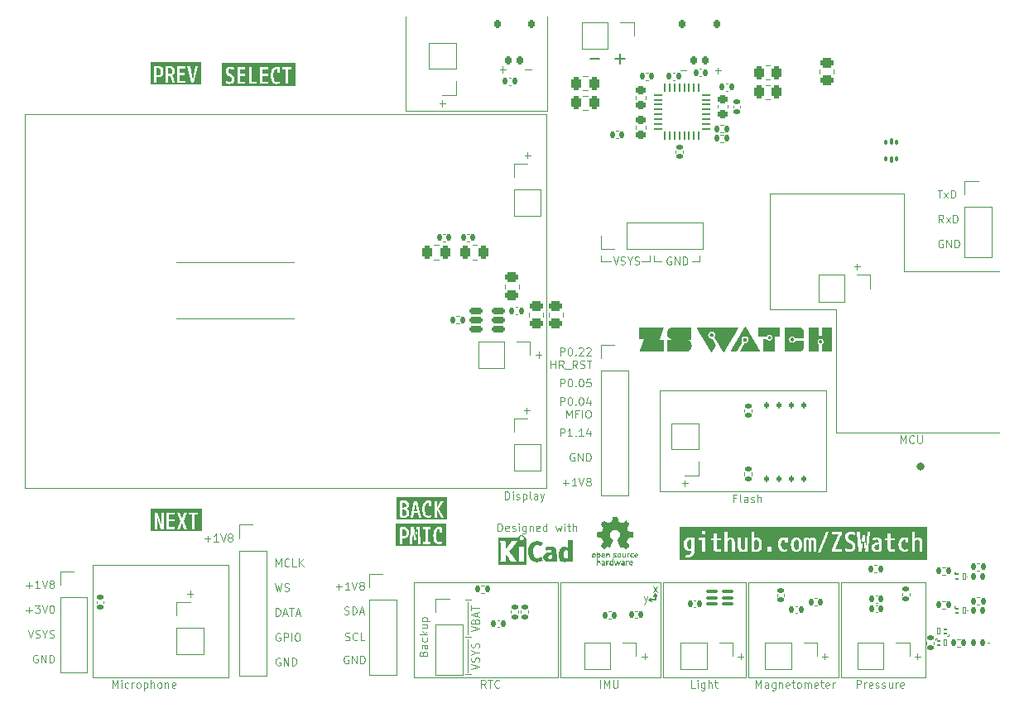
<source format=gbr>
%TF.GenerationSoftware,KiCad,Pcbnew,9.0.6+1*%
%TF.CreationDate,2025-12-31T10:00:21+00:00*%
%TF.ProjectId,ZSWatch-Watch-DevKit,5a535761-7463-4682-9d57-617463682d44,1.2.2*%
%TF.SameCoordinates,Original*%
%TF.FileFunction,Legend,Top*%
%TF.FilePolarity,Positive*%
%FSLAX46Y46*%
G04 Gerber Fmt 4.6, Leading zero omitted, Abs format (unit mm)*
G04 Created by KiCad (PCBNEW 9.0.6+1) date 2025-12-31 10:00:21*
%MOMM*%
%LPD*%
G01*
G04 APERTURE LIST*
G04 Aperture macros list*
%AMRoundRect*
0 Rectangle with rounded corners*
0 $1 Rounding radius*
0 $2 $3 $4 $5 $6 $7 $8 $9 X,Y pos of 4 corners*
0 Add a 4 corners polygon primitive as box body*
4,1,4,$2,$3,$4,$5,$6,$7,$8,$9,$2,$3,0*
0 Add four circle primitives for the rounded corners*
1,1,$1+$1,$2,$3*
1,1,$1+$1,$4,$5*
1,1,$1+$1,$6,$7*
1,1,$1+$1,$8,$9*
0 Add four rect primitives between the rounded corners*
20,1,$1+$1,$2,$3,$4,$5,0*
20,1,$1+$1,$4,$5,$6,$7,0*
20,1,$1+$1,$6,$7,$8,$9,0*
20,1,$1+$1,$8,$9,$2,$3,0*%
G04 Aperture macros list end*
%ADD10C,0.100000*%
%ADD11C,0.400000*%
%ADD12C,0.150000*%
%ADD13C,0.120000*%
%ADD14C,0.200000*%
%ADD15C,0.000000*%
%ADD16C,0.010000*%
%ADD17RoundRect,0.140000X0.140000X0.170000X-0.140000X0.170000X-0.140000X-0.170000X0.140000X-0.170000X0*%
%ADD18RoundRect,0.250000X0.262500X0.450000X-0.262500X0.450000X-0.262500X-0.450000X0.262500X-0.450000X0*%
%ADD19RoundRect,0.050000X-0.150000X-0.300000X0.150000X-0.300000X0.150000X0.300000X-0.150000X0.300000X0*%
%ADD20RoundRect,0.050000X-0.150000X-0.075000X0.150000X-0.075000X0.150000X0.075000X-0.150000X0.075000X0*%
%ADD21RoundRect,0.250000X-0.262500X-0.450000X0.262500X-0.450000X0.262500X0.450000X-0.262500X0.450000X0*%
%ADD22RoundRect,0.093750X-0.093750X0.156250X-0.093750X-0.156250X0.093750X-0.156250X0.093750X0.156250X0*%
%ADD23RoundRect,0.075000X-0.075000X0.250000X-0.075000X-0.250000X0.075000X-0.250000X0.075000X0.250000X0*%
%ADD24RoundRect,0.135000X0.185000X-0.135000X0.185000X0.135000X-0.185000X0.135000X-0.185000X-0.135000X0*%
%ADD25R,1.500000X1.300000*%
%ADD26C,1.000000*%
%ADD27R,1.700000X1.700000*%
%ADD28C,1.700000*%
%ADD29RoundRect,0.250000X-0.450000X0.262500X-0.450000X-0.262500X0.450000X-0.262500X0.450000X0.262500X0*%
%ADD30R,2.400000X0.740000*%
%ADD31RoundRect,0.062500X-0.337500X-0.062500X0.337500X-0.062500X0.337500X0.062500X-0.337500X0.062500X0*%
%ADD32RoundRect,0.062500X-0.062500X-0.337500X0.062500X-0.337500X0.062500X0.337500X-0.062500X0.337500X0*%
%ADD33R,3.600000X3.600000*%
%ADD34RoundRect,0.150000X0.150000X0.275000X-0.150000X0.275000X-0.150000X-0.275000X0.150000X-0.275000X0*%
%ADD35RoundRect,0.175000X0.175000X0.225000X-0.175000X0.225000X-0.175000X-0.225000X0.175000X-0.225000X0*%
%ADD36RoundRect,0.075000X-0.512500X-0.075000X0.512500X-0.075000X0.512500X0.075000X-0.512500X0.075000X0*%
%ADD37C,2.900000*%
%ADD38C,5.000000*%
%ADD39R,0.250000X0.500000*%
%ADD40R,0.500000X0.250000*%
%ADD41RoundRect,0.140000X-0.170000X0.140000X-0.170000X-0.140000X0.170000X-0.140000X0.170000X0.140000X0*%
%ADD42RoundRect,0.135000X-0.185000X0.135000X-0.185000X-0.135000X0.185000X-0.135000X0.185000X0.135000X0*%
%ADD43RoundRect,0.135000X0.135000X0.185000X-0.135000X0.185000X-0.135000X-0.185000X0.135000X-0.185000X0*%
%ADD44RoundRect,0.140000X-0.140000X-0.170000X0.140000X-0.170000X0.140000X0.170000X-0.140000X0.170000X0*%
%ADD45RoundRect,0.125000X0.125000X-0.200000X0.125000X0.200000X-0.125000X0.200000X-0.125000X-0.200000X0*%
%ADD46R,4.300000X3.400000*%
%ADD47R,0.650000X0.170000*%
%ADD48RoundRect,0.140000X0.170000X-0.140000X0.170000X0.140000X-0.170000X0.140000X-0.170000X-0.140000X0*%
%ADD49R,0.950000X0.450000*%
%ADD50R,0.700000X0.270000*%
%ADD51R,0.370000X0.300000*%
%ADD52R,0.300000X0.370000*%
%ADD53RoundRect,0.147500X0.147500X0.172500X-0.147500X0.172500X-0.147500X-0.172500X0.147500X-0.172500X0*%
%ADD54C,0.650000*%
%ADD55O,0.950000X0.650000*%
%ADD56R,0.300000X0.700000*%
%ADD57O,0.800000X1.400000*%
%ADD58RoundRect,0.250000X0.450000X-0.262500X0.450000X0.262500X-0.450000X0.262500X-0.450000X-0.262500X0*%
%ADD59RoundRect,0.225000X-0.250000X0.225000X-0.250000X-0.225000X0.250000X-0.225000X0.250000X0.225000X0*%
%ADD60R,0.475000X0.250000*%
%ADD61R,0.250000X0.475000*%
%ADD62R,1.150000X1.800000*%
%ADD63R,0.600000X0.600000*%
%ADD64RoundRect,0.147500X-0.147500X-0.172500X0.147500X-0.172500X0.147500X0.172500X-0.147500X0.172500X0*%
%ADD65RoundRect,0.225000X0.250000X-0.225000X0.250000X0.225000X-0.250000X0.225000X-0.250000X-0.225000X0*%
%ADD66R,0.300000X0.325000*%
%ADD67R,0.325000X0.300000*%
%ADD68R,1.800000X1.150000*%
%ADD69RoundRect,0.050000X0.150000X0.300000X-0.150000X0.300000X-0.150000X-0.300000X0.150000X-0.300000X0*%
%ADD70RoundRect,0.050000X0.150000X0.075000X-0.150000X0.075000X-0.150000X-0.075000X0.150000X-0.075000X0*%
%ADD71RoundRect,0.135000X-0.135000X-0.185000X0.135000X-0.185000X0.135000X0.185000X-0.135000X0.185000X0*%
%ADD72RoundRect,0.150000X0.512500X0.150000X-0.512500X0.150000X-0.512500X-0.150000X0.512500X-0.150000X0*%
%ADD73R,0.450000X0.210000*%
%ADD74R,0.500000X0.320000*%
%ADD75R,0.500000X0.220000*%
%ADD76R,0.220000X0.500000*%
%ADD77R,0.500000X0.200000*%
G04 APERTURE END LIST*
D10*
X198000000Y-172000000D02*
X212700000Y-172000000D01*
X212700000Y-181700000D01*
X198000000Y-181700000D01*
X198000000Y-172000000D01*
X158200000Y-124100000D02*
X211500000Y-124100000D01*
X211500000Y-162300000D01*
X158200000Y-162300000D01*
X158200000Y-124100000D01*
X222100000Y-138500000D02*
X222100000Y-139100000D01*
X217100000Y-139100000D02*
X218100000Y-139100000D01*
X234400000Y-132200000D02*
X248100000Y-132200000D01*
X248100000Y-140150000D02*
X248100000Y-132200000D01*
X223300000Y-139100000D02*
X222500000Y-139100000D01*
X223500000Y-172000000D02*
X231900000Y-172000000D01*
X231900000Y-181700000D01*
X223500000Y-181700000D01*
X223500000Y-172000000D01*
X241700000Y-172000000D02*
X250300000Y-172000000D01*
X250300000Y-181700000D01*
X241700000Y-181700000D01*
X241700000Y-172000000D01*
X222100000Y-139100000D02*
X221300000Y-139100000D01*
D11*
X250000000Y-160120000D02*
G75*
G02*
X249600000Y-160120000I-200000J0D01*
G01*
X249600000Y-160120000D02*
G75*
G02*
X250000000Y-160120000I200000J0D01*
G01*
D10*
X241200000Y-156650000D02*
X257850000Y-156650000D01*
D12*
X222700000Y-173136500D02*
X222573000Y-173390500D01*
D10*
X234400000Y-144000000D02*
X241200000Y-144000000D01*
X203500000Y-177350000D02*
X203500000Y-174000000D01*
X227200000Y-139100000D02*
X226400000Y-139100000D01*
X197100000Y-114100000D02*
X197100000Y-123700000D01*
X211600000Y-114100000D02*
X211600000Y-123700000D01*
D12*
X222700000Y-173136500D02*
X222827000Y-173390500D01*
D10*
X217100000Y-138500000D02*
X217100000Y-139100000D01*
D12*
X222700000Y-173136500D02*
X222700000Y-173800000D01*
D10*
X203500000Y-181200000D02*
X203500000Y-177800000D01*
X257850000Y-140150000D02*
X248100000Y-140150000D01*
X234400000Y-132200000D02*
X234400000Y-144000000D01*
X165100000Y-170200000D02*
X179000000Y-170200000D01*
X179000000Y-181700000D01*
X165100000Y-181700000D01*
X165100000Y-170200000D01*
X223150000Y-152300000D02*
X240150000Y-152300000D01*
X240150000Y-162700000D01*
X223150000Y-162700000D01*
X223150000Y-152300000D01*
X222500000Y-138500000D02*
X222500000Y-139100000D01*
X197100000Y-123700000D02*
X211600000Y-123700000D01*
X203200000Y-181400000D02*
X203800000Y-181400000D01*
X203200000Y-177560000D02*
X203800000Y-177560000D01*
X213000000Y-172000000D02*
X223200000Y-172000000D01*
X223200000Y-181700000D01*
X213000000Y-181700000D01*
X213000000Y-172000000D01*
D12*
X222065000Y-173800000D02*
X222319000Y-173673000D01*
X222065000Y-173800000D02*
X222700000Y-173800000D01*
X222065000Y-173800000D02*
X222319000Y-173927000D01*
D10*
X203200000Y-173800000D02*
X203800000Y-173800000D01*
X241200000Y-144000000D02*
X241200000Y-156650000D01*
X173700000Y-145000000D02*
X185700000Y-145000000D01*
X227200000Y-138500000D02*
X227200000Y-139100000D01*
X232200000Y-172000000D02*
X241400000Y-172000000D01*
X241400000Y-181700000D01*
X232200000Y-181700000D01*
X232200000Y-172000000D01*
X173700000Y-139200000D02*
X185700000Y-139200000D01*
D13*
X190881327Y-175225760D02*
X190995613Y-175263855D01*
X190995613Y-175263855D02*
X191186089Y-175263855D01*
X191186089Y-175263855D02*
X191262280Y-175225760D01*
X191262280Y-175225760D02*
X191300375Y-175187664D01*
X191300375Y-175187664D02*
X191338470Y-175111474D01*
X191338470Y-175111474D02*
X191338470Y-175035283D01*
X191338470Y-175035283D02*
X191300375Y-174959093D01*
X191300375Y-174959093D02*
X191262280Y-174920998D01*
X191262280Y-174920998D02*
X191186089Y-174882902D01*
X191186089Y-174882902D02*
X191033708Y-174844807D01*
X191033708Y-174844807D02*
X190957518Y-174806712D01*
X190957518Y-174806712D02*
X190919423Y-174768617D01*
X190919423Y-174768617D02*
X190881327Y-174692426D01*
X190881327Y-174692426D02*
X190881327Y-174616236D01*
X190881327Y-174616236D02*
X190919423Y-174540045D01*
X190919423Y-174540045D02*
X190957518Y-174501950D01*
X190957518Y-174501950D02*
X191033708Y-174463855D01*
X191033708Y-174463855D02*
X191224185Y-174463855D01*
X191224185Y-174463855D02*
X191338470Y-174501950D01*
X191681328Y-175263855D02*
X191681328Y-174463855D01*
X191681328Y-174463855D02*
X191871804Y-174463855D01*
X191871804Y-174463855D02*
X191986090Y-174501950D01*
X191986090Y-174501950D02*
X192062280Y-174578140D01*
X192062280Y-174578140D02*
X192100375Y-174654331D01*
X192100375Y-174654331D02*
X192138471Y-174806712D01*
X192138471Y-174806712D02*
X192138471Y-174920998D01*
X192138471Y-174920998D02*
X192100375Y-175073379D01*
X192100375Y-175073379D02*
X192062280Y-175149569D01*
X192062280Y-175149569D02*
X191986090Y-175225760D01*
X191986090Y-175225760D02*
X191871804Y-175263855D01*
X191871804Y-175263855D02*
X191681328Y-175263855D01*
X192443232Y-175035283D02*
X192824185Y-175035283D01*
X192367042Y-175263855D02*
X192633709Y-174463855D01*
X192633709Y-174463855D02*
X192900375Y-175263855D01*
X209295238Y-128259093D02*
X209904762Y-128259093D01*
X209600000Y-128563855D02*
X209600000Y-127954331D01*
X252088470Y-136951950D02*
X252012280Y-136913855D01*
X252012280Y-136913855D02*
X251897994Y-136913855D01*
X251897994Y-136913855D02*
X251783708Y-136951950D01*
X251783708Y-136951950D02*
X251707518Y-137028140D01*
X251707518Y-137028140D02*
X251669423Y-137104331D01*
X251669423Y-137104331D02*
X251631327Y-137256712D01*
X251631327Y-137256712D02*
X251631327Y-137370998D01*
X251631327Y-137370998D02*
X251669423Y-137523379D01*
X251669423Y-137523379D02*
X251707518Y-137599569D01*
X251707518Y-137599569D02*
X251783708Y-137675760D01*
X251783708Y-137675760D02*
X251897994Y-137713855D01*
X251897994Y-137713855D02*
X251974185Y-137713855D01*
X251974185Y-137713855D02*
X252088470Y-137675760D01*
X252088470Y-137675760D02*
X252126566Y-137637664D01*
X252126566Y-137637664D02*
X252126566Y-137370998D01*
X252126566Y-137370998D02*
X251974185Y-137370998D01*
X252469423Y-137713855D02*
X252469423Y-136913855D01*
X252469423Y-136913855D02*
X252926566Y-137713855D01*
X252926566Y-137713855D02*
X252926566Y-136913855D01*
X253307518Y-137713855D02*
X253307518Y-136913855D01*
X253307518Y-136913855D02*
X253497994Y-136913855D01*
X253497994Y-136913855D02*
X253612280Y-136951950D01*
X253612280Y-136951950D02*
X253688470Y-137028140D01*
X253688470Y-137028140D02*
X253726565Y-137104331D01*
X253726565Y-137104331D02*
X253764661Y-137256712D01*
X253764661Y-137256712D02*
X253764661Y-137370998D01*
X253764661Y-137370998D02*
X253726565Y-137523379D01*
X253726565Y-137523379D02*
X253688470Y-137599569D01*
X253688470Y-137599569D02*
X253612280Y-137675760D01*
X253612280Y-137675760D02*
X253497994Y-137713855D01*
X253497994Y-137713855D02*
X253307518Y-137713855D01*
X228769423Y-119591093D02*
X229378947Y-119591093D01*
X229074185Y-119895855D02*
X229074185Y-119286331D01*
X212944862Y-153849878D02*
X212944862Y-153049878D01*
X212944862Y-153049878D02*
X213249624Y-153049878D01*
X213249624Y-153049878D02*
X213325814Y-153087973D01*
X213325814Y-153087973D02*
X213363909Y-153126068D01*
X213363909Y-153126068D02*
X213402005Y-153202259D01*
X213402005Y-153202259D02*
X213402005Y-153316544D01*
X213402005Y-153316544D02*
X213363909Y-153392735D01*
X213363909Y-153392735D02*
X213325814Y-153430830D01*
X213325814Y-153430830D02*
X213249624Y-153468925D01*
X213249624Y-153468925D02*
X212944862Y-153468925D01*
X213897243Y-153049878D02*
X213973433Y-153049878D01*
X213973433Y-153049878D02*
X214049624Y-153087973D01*
X214049624Y-153087973D02*
X214087719Y-153126068D01*
X214087719Y-153126068D02*
X214125814Y-153202259D01*
X214125814Y-153202259D02*
X214163909Y-153354640D01*
X214163909Y-153354640D02*
X214163909Y-153545116D01*
X214163909Y-153545116D02*
X214125814Y-153697497D01*
X214125814Y-153697497D02*
X214087719Y-153773687D01*
X214087719Y-153773687D02*
X214049624Y-153811783D01*
X214049624Y-153811783D02*
X213973433Y-153849878D01*
X213973433Y-153849878D02*
X213897243Y-153849878D01*
X213897243Y-153849878D02*
X213821052Y-153811783D01*
X213821052Y-153811783D02*
X213782957Y-153773687D01*
X213782957Y-153773687D02*
X213744862Y-153697497D01*
X213744862Y-153697497D02*
X213706766Y-153545116D01*
X213706766Y-153545116D02*
X213706766Y-153354640D01*
X213706766Y-153354640D02*
X213744862Y-153202259D01*
X213744862Y-153202259D02*
X213782957Y-153126068D01*
X213782957Y-153126068D02*
X213821052Y-153087973D01*
X213821052Y-153087973D02*
X213897243Y-153049878D01*
X214506767Y-153773687D02*
X214544862Y-153811783D01*
X214544862Y-153811783D02*
X214506767Y-153849878D01*
X214506767Y-153849878D02*
X214468671Y-153811783D01*
X214468671Y-153811783D02*
X214506767Y-153773687D01*
X214506767Y-153773687D02*
X214506767Y-153849878D01*
X215040100Y-153049878D02*
X215116290Y-153049878D01*
X215116290Y-153049878D02*
X215192481Y-153087973D01*
X215192481Y-153087973D02*
X215230576Y-153126068D01*
X215230576Y-153126068D02*
X215268671Y-153202259D01*
X215268671Y-153202259D02*
X215306766Y-153354640D01*
X215306766Y-153354640D02*
X215306766Y-153545116D01*
X215306766Y-153545116D02*
X215268671Y-153697497D01*
X215268671Y-153697497D02*
X215230576Y-153773687D01*
X215230576Y-153773687D02*
X215192481Y-153811783D01*
X215192481Y-153811783D02*
X215116290Y-153849878D01*
X215116290Y-153849878D02*
X215040100Y-153849878D01*
X215040100Y-153849878D02*
X214963909Y-153811783D01*
X214963909Y-153811783D02*
X214925814Y-153773687D01*
X214925814Y-153773687D02*
X214887719Y-153697497D01*
X214887719Y-153697497D02*
X214849623Y-153545116D01*
X214849623Y-153545116D02*
X214849623Y-153354640D01*
X214849623Y-153354640D02*
X214887719Y-153202259D01*
X214887719Y-153202259D02*
X214925814Y-153126068D01*
X214925814Y-153126068D02*
X214963909Y-153087973D01*
X214963909Y-153087973D02*
X215040100Y-153049878D01*
X215992481Y-153316544D02*
X215992481Y-153849878D01*
X215802005Y-153011783D02*
X215611528Y-153583211D01*
X215611528Y-153583211D02*
X216106767Y-153583211D01*
X213592482Y-155137833D02*
X213592482Y-154337833D01*
X213592482Y-154337833D02*
X213859148Y-154909261D01*
X213859148Y-154909261D02*
X214125815Y-154337833D01*
X214125815Y-154337833D02*
X214125815Y-155137833D01*
X214773434Y-154718785D02*
X214506768Y-154718785D01*
X214506768Y-155137833D02*
X214506768Y-154337833D01*
X214506768Y-154337833D02*
X214887720Y-154337833D01*
X215192482Y-155137833D02*
X215192482Y-154337833D01*
X215725815Y-154337833D02*
X215878196Y-154337833D01*
X215878196Y-154337833D02*
X215954386Y-154375928D01*
X215954386Y-154375928D02*
X216030577Y-154452118D01*
X216030577Y-154452118D02*
X216068672Y-154604499D01*
X216068672Y-154604499D02*
X216068672Y-154871166D01*
X216068672Y-154871166D02*
X216030577Y-155023547D01*
X216030577Y-155023547D02*
X215954386Y-155099738D01*
X215954386Y-155099738D02*
X215878196Y-155137833D01*
X215878196Y-155137833D02*
X215725815Y-155137833D01*
X215725815Y-155137833D02*
X215649624Y-155099738D01*
X215649624Y-155099738D02*
X215573434Y-155023547D01*
X215573434Y-155023547D02*
X215535338Y-154871166D01*
X215535338Y-154871166D02*
X215535338Y-154604499D01*
X215535338Y-154604499D02*
X215573434Y-154452118D01*
X215573434Y-154452118D02*
X215649624Y-154375928D01*
X215649624Y-154375928D02*
X215725815Y-154337833D01*
X217069423Y-182795855D02*
X217069423Y-181995855D01*
X217450375Y-182795855D02*
X217450375Y-181995855D01*
X217450375Y-181995855D02*
X217717041Y-182567283D01*
X217717041Y-182567283D02*
X217983708Y-181995855D01*
X217983708Y-181995855D02*
X217983708Y-182795855D01*
X218364661Y-181995855D02*
X218364661Y-182643474D01*
X218364661Y-182643474D02*
X218402756Y-182719664D01*
X218402756Y-182719664D02*
X218440851Y-182757760D01*
X218440851Y-182757760D02*
X218517042Y-182795855D01*
X218517042Y-182795855D02*
X218669423Y-182795855D01*
X218669423Y-182795855D02*
X218745613Y-182757760D01*
X218745613Y-182757760D02*
X218783708Y-182719664D01*
X218783708Y-182719664D02*
X218821804Y-182643474D01*
X218821804Y-182643474D02*
X218821804Y-181995855D01*
X190963909Y-177895760D02*
X191078195Y-177933855D01*
X191078195Y-177933855D02*
X191268671Y-177933855D01*
X191268671Y-177933855D02*
X191344862Y-177895760D01*
X191344862Y-177895760D02*
X191382957Y-177857664D01*
X191382957Y-177857664D02*
X191421052Y-177781474D01*
X191421052Y-177781474D02*
X191421052Y-177705283D01*
X191421052Y-177705283D02*
X191382957Y-177629093D01*
X191382957Y-177629093D02*
X191344862Y-177590998D01*
X191344862Y-177590998D02*
X191268671Y-177552902D01*
X191268671Y-177552902D02*
X191116290Y-177514807D01*
X191116290Y-177514807D02*
X191040100Y-177476712D01*
X191040100Y-177476712D02*
X191002005Y-177438617D01*
X191002005Y-177438617D02*
X190963909Y-177362426D01*
X190963909Y-177362426D02*
X190963909Y-177286236D01*
X190963909Y-177286236D02*
X191002005Y-177210045D01*
X191002005Y-177210045D02*
X191040100Y-177171950D01*
X191040100Y-177171950D02*
X191116290Y-177133855D01*
X191116290Y-177133855D02*
X191306767Y-177133855D01*
X191306767Y-177133855D02*
X191421052Y-177171950D01*
X192221053Y-177857664D02*
X192182957Y-177895760D01*
X192182957Y-177895760D02*
X192068672Y-177933855D01*
X192068672Y-177933855D02*
X191992481Y-177933855D01*
X191992481Y-177933855D02*
X191878195Y-177895760D01*
X191878195Y-177895760D02*
X191802005Y-177819569D01*
X191802005Y-177819569D02*
X191763910Y-177743379D01*
X191763910Y-177743379D02*
X191725814Y-177590998D01*
X191725814Y-177590998D02*
X191725814Y-177476712D01*
X191725814Y-177476712D02*
X191763910Y-177324331D01*
X191763910Y-177324331D02*
X191802005Y-177248140D01*
X191802005Y-177248140D02*
X191878195Y-177171950D01*
X191878195Y-177171950D02*
X191992481Y-177133855D01*
X191992481Y-177133855D02*
X192068672Y-177133855D01*
X192068672Y-177133855D02*
X192182957Y-177171950D01*
X192182957Y-177171950D02*
X192221053Y-177210045D01*
X192944862Y-177933855D02*
X192563910Y-177933855D01*
X192563910Y-177933855D02*
X192563910Y-177133855D01*
X249195238Y-179559093D02*
X249804762Y-179559093D01*
X249500000Y-179863855D02*
X249500000Y-179254331D01*
X224288470Y-138701950D02*
X224212280Y-138663855D01*
X224212280Y-138663855D02*
X224097994Y-138663855D01*
X224097994Y-138663855D02*
X223983708Y-138701950D01*
X223983708Y-138701950D02*
X223907518Y-138778140D01*
X223907518Y-138778140D02*
X223869423Y-138854331D01*
X223869423Y-138854331D02*
X223831327Y-139006712D01*
X223831327Y-139006712D02*
X223831327Y-139120998D01*
X223831327Y-139120998D02*
X223869423Y-139273379D01*
X223869423Y-139273379D02*
X223907518Y-139349569D01*
X223907518Y-139349569D02*
X223983708Y-139425760D01*
X223983708Y-139425760D02*
X224097994Y-139463855D01*
X224097994Y-139463855D02*
X224174185Y-139463855D01*
X224174185Y-139463855D02*
X224288470Y-139425760D01*
X224288470Y-139425760D02*
X224326566Y-139387664D01*
X224326566Y-139387664D02*
X224326566Y-139120998D01*
X224326566Y-139120998D02*
X224174185Y-139120998D01*
X224669423Y-139463855D02*
X224669423Y-138663855D01*
X224669423Y-138663855D02*
X225126566Y-139463855D01*
X225126566Y-139463855D02*
X225126566Y-138663855D01*
X225507518Y-139463855D02*
X225507518Y-138663855D01*
X225507518Y-138663855D02*
X225697994Y-138663855D01*
X225697994Y-138663855D02*
X225812280Y-138701950D01*
X225812280Y-138701950D02*
X225888470Y-138778140D01*
X225888470Y-138778140D02*
X225926565Y-138854331D01*
X225926565Y-138854331D02*
X225964661Y-139006712D01*
X225964661Y-139006712D02*
X225964661Y-139120998D01*
X225964661Y-139120998D02*
X225926565Y-139273379D01*
X225926565Y-139273379D02*
X225888470Y-139349569D01*
X225888470Y-139349569D02*
X225812280Y-139425760D01*
X225812280Y-139425760D02*
X225697994Y-139463855D01*
X225697994Y-139463855D02*
X225507518Y-139463855D01*
X212944862Y-151953855D02*
X212944862Y-151153855D01*
X212944862Y-151153855D02*
X213249624Y-151153855D01*
X213249624Y-151153855D02*
X213325814Y-151191950D01*
X213325814Y-151191950D02*
X213363909Y-151230045D01*
X213363909Y-151230045D02*
X213402005Y-151306236D01*
X213402005Y-151306236D02*
X213402005Y-151420521D01*
X213402005Y-151420521D02*
X213363909Y-151496712D01*
X213363909Y-151496712D02*
X213325814Y-151534807D01*
X213325814Y-151534807D02*
X213249624Y-151572902D01*
X213249624Y-151572902D02*
X212944862Y-151572902D01*
X213897243Y-151153855D02*
X213973433Y-151153855D01*
X213973433Y-151153855D02*
X214049624Y-151191950D01*
X214049624Y-151191950D02*
X214087719Y-151230045D01*
X214087719Y-151230045D02*
X214125814Y-151306236D01*
X214125814Y-151306236D02*
X214163909Y-151458617D01*
X214163909Y-151458617D02*
X214163909Y-151649093D01*
X214163909Y-151649093D02*
X214125814Y-151801474D01*
X214125814Y-151801474D02*
X214087719Y-151877664D01*
X214087719Y-151877664D02*
X214049624Y-151915760D01*
X214049624Y-151915760D02*
X213973433Y-151953855D01*
X213973433Y-151953855D02*
X213897243Y-151953855D01*
X213897243Y-151953855D02*
X213821052Y-151915760D01*
X213821052Y-151915760D02*
X213782957Y-151877664D01*
X213782957Y-151877664D02*
X213744862Y-151801474D01*
X213744862Y-151801474D02*
X213706766Y-151649093D01*
X213706766Y-151649093D02*
X213706766Y-151458617D01*
X213706766Y-151458617D02*
X213744862Y-151306236D01*
X213744862Y-151306236D02*
X213782957Y-151230045D01*
X213782957Y-151230045D02*
X213821052Y-151191950D01*
X213821052Y-151191950D02*
X213897243Y-151153855D01*
X214506767Y-151877664D02*
X214544862Y-151915760D01*
X214544862Y-151915760D02*
X214506767Y-151953855D01*
X214506767Y-151953855D02*
X214468671Y-151915760D01*
X214468671Y-151915760D02*
X214506767Y-151877664D01*
X214506767Y-151877664D02*
X214506767Y-151953855D01*
X215040100Y-151153855D02*
X215116290Y-151153855D01*
X215116290Y-151153855D02*
X215192481Y-151191950D01*
X215192481Y-151191950D02*
X215230576Y-151230045D01*
X215230576Y-151230045D02*
X215268671Y-151306236D01*
X215268671Y-151306236D02*
X215306766Y-151458617D01*
X215306766Y-151458617D02*
X215306766Y-151649093D01*
X215306766Y-151649093D02*
X215268671Y-151801474D01*
X215268671Y-151801474D02*
X215230576Y-151877664D01*
X215230576Y-151877664D02*
X215192481Y-151915760D01*
X215192481Y-151915760D02*
X215116290Y-151953855D01*
X215116290Y-151953855D02*
X215040100Y-151953855D01*
X215040100Y-151953855D02*
X214963909Y-151915760D01*
X214963909Y-151915760D02*
X214925814Y-151877664D01*
X214925814Y-151877664D02*
X214887719Y-151801474D01*
X214887719Y-151801474D02*
X214849623Y-151649093D01*
X214849623Y-151649093D02*
X214849623Y-151458617D01*
X214849623Y-151458617D02*
X214887719Y-151306236D01*
X214887719Y-151306236D02*
X214925814Y-151230045D01*
X214925814Y-151230045D02*
X214963909Y-151191950D01*
X214963909Y-151191950D02*
X215040100Y-151153855D01*
X216030576Y-151153855D02*
X215649624Y-151153855D01*
X215649624Y-151153855D02*
X215611528Y-151534807D01*
X215611528Y-151534807D02*
X215649624Y-151496712D01*
X215649624Y-151496712D02*
X215725814Y-151458617D01*
X215725814Y-151458617D02*
X215916290Y-151458617D01*
X215916290Y-151458617D02*
X215992481Y-151496712D01*
X215992481Y-151496712D02*
X216030576Y-151534807D01*
X216030576Y-151534807D02*
X216068671Y-151610998D01*
X216068671Y-151610998D02*
X216068671Y-151801474D01*
X216068671Y-151801474D02*
X216030576Y-151877664D01*
X216030576Y-151877664D02*
X215992481Y-151915760D01*
X215992481Y-151915760D02*
X215916290Y-151953855D01*
X215916290Y-151953855D02*
X215725814Y-151953855D01*
X215725814Y-151953855D02*
X215649624Y-151915760D01*
X215649624Y-151915760D02*
X215611528Y-151877664D01*
X247769423Y-157745855D02*
X247769423Y-156945855D01*
X247769423Y-156945855D02*
X248036089Y-157517283D01*
X248036089Y-157517283D02*
X248302756Y-156945855D01*
X248302756Y-156945855D02*
X248302756Y-157745855D01*
X249140852Y-157669664D02*
X249102756Y-157707760D01*
X249102756Y-157707760D02*
X248988471Y-157745855D01*
X248988471Y-157745855D02*
X248912280Y-157745855D01*
X248912280Y-157745855D02*
X248797994Y-157707760D01*
X248797994Y-157707760D02*
X248721804Y-157631569D01*
X248721804Y-157631569D02*
X248683709Y-157555379D01*
X248683709Y-157555379D02*
X248645613Y-157402998D01*
X248645613Y-157402998D02*
X248645613Y-157288712D01*
X248645613Y-157288712D02*
X248683709Y-157136331D01*
X248683709Y-157136331D02*
X248721804Y-157060140D01*
X248721804Y-157060140D02*
X248797994Y-156983950D01*
X248797994Y-156983950D02*
X248912280Y-156945855D01*
X248912280Y-156945855D02*
X248988471Y-156945855D01*
X248988471Y-156945855D02*
X249102756Y-156983950D01*
X249102756Y-156983950D02*
X249140852Y-157022045D01*
X249483709Y-156945855D02*
X249483709Y-157593474D01*
X249483709Y-157593474D02*
X249521804Y-157669664D01*
X249521804Y-157669664D02*
X249559899Y-157707760D01*
X249559899Y-157707760D02*
X249636090Y-157745855D01*
X249636090Y-157745855D02*
X249788471Y-157745855D01*
X249788471Y-157745855D02*
X249864661Y-157707760D01*
X249864661Y-157707760D02*
X249902756Y-157669664D01*
X249902756Y-157669664D02*
X249940852Y-157593474D01*
X249940852Y-157593474D02*
X249940852Y-156945855D01*
X212944862Y-157033855D02*
X212944862Y-156233855D01*
X212944862Y-156233855D02*
X213249624Y-156233855D01*
X213249624Y-156233855D02*
X213325814Y-156271950D01*
X213325814Y-156271950D02*
X213363909Y-156310045D01*
X213363909Y-156310045D02*
X213402005Y-156386236D01*
X213402005Y-156386236D02*
X213402005Y-156500521D01*
X213402005Y-156500521D02*
X213363909Y-156576712D01*
X213363909Y-156576712D02*
X213325814Y-156614807D01*
X213325814Y-156614807D02*
X213249624Y-156652902D01*
X213249624Y-156652902D02*
X212944862Y-156652902D01*
X214163909Y-157033855D02*
X213706766Y-157033855D01*
X213935338Y-157033855D02*
X213935338Y-156233855D01*
X213935338Y-156233855D02*
X213859147Y-156348140D01*
X213859147Y-156348140D02*
X213782957Y-156424331D01*
X213782957Y-156424331D02*
X213706766Y-156462426D01*
X214506767Y-156957664D02*
X214544862Y-156995760D01*
X214544862Y-156995760D02*
X214506767Y-157033855D01*
X214506767Y-157033855D02*
X214468671Y-156995760D01*
X214468671Y-156995760D02*
X214506767Y-156957664D01*
X214506767Y-156957664D02*
X214506767Y-157033855D01*
X215306766Y-157033855D02*
X214849623Y-157033855D01*
X215078195Y-157033855D02*
X215078195Y-156233855D01*
X215078195Y-156233855D02*
X215002004Y-156348140D01*
X215002004Y-156348140D02*
X214925814Y-156424331D01*
X214925814Y-156424331D02*
X214849623Y-156462426D01*
X215992481Y-156500521D02*
X215992481Y-157033855D01*
X215802005Y-156195760D02*
X215611528Y-156767188D01*
X215611528Y-156767188D02*
X216106767Y-156767188D01*
X190011529Y-172439093D02*
X190621053Y-172439093D01*
X190316291Y-172743855D02*
X190316291Y-172134331D01*
X191421052Y-172743855D02*
X190963909Y-172743855D01*
X191192481Y-172743855D02*
X191192481Y-171943855D01*
X191192481Y-171943855D02*
X191116290Y-172058140D01*
X191116290Y-172058140D02*
X191040100Y-172134331D01*
X191040100Y-172134331D02*
X190963909Y-172172426D01*
X191649624Y-171943855D02*
X191916291Y-172743855D01*
X191916291Y-172743855D02*
X192182957Y-171943855D01*
X192563909Y-172286712D02*
X192487719Y-172248617D01*
X192487719Y-172248617D02*
X192449624Y-172210521D01*
X192449624Y-172210521D02*
X192411528Y-172134331D01*
X192411528Y-172134331D02*
X192411528Y-172096236D01*
X192411528Y-172096236D02*
X192449624Y-172020045D01*
X192449624Y-172020045D02*
X192487719Y-171981950D01*
X192487719Y-171981950D02*
X192563909Y-171943855D01*
X192563909Y-171943855D02*
X192716290Y-171943855D01*
X192716290Y-171943855D02*
X192792481Y-171981950D01*
X192792481Y-171981950D02*
X192830576Y-172020045D01*
X192830576Y-172020045D02*
X192868671Y-172096236D01*
X192868671Y-172096236D02*
X192868671Y-172134331D01*
X192868671Y-172134331D02*
X192830576Y-172210521D01*
X192830576Y-172210521D02*
X192792481Y-172248617D01*
X192792481Y-172248617D02*
X192716290Y-172286712D01*
X192716290Y-172286712D02*
X192563909Y-172286712D01*
X192563909Y-172286712D02*
X192487719Y-172324807D01*
X192487719Y-172324807D02*
X192449624Y-172362902D01*
X192449624Y-172362902D02*
X192411528Y-172439093D01*
X192411528Y-172439093D02*
X192411528Y-172591474D01*
X192411528Y-172591474D02*
X192449624Y-172667664D01*
X192449624Y-172667664D02*
X192487719Y-172705760D01*
X192487719Y-172705760D02*
X192563909Y-172743855D01*
X192563909Y-172743855D02*
X192716290Y-172743855D01*
X192716290Y-172743855D02*
X192792481Y-172705760D01*
X192792481Y-172705760D02*
X192830576Y-172667664D01*
X192830576Y-172667664D02*
X192868671Y-172591474D01*
X192868671Y-172591474D02*
X192868671Y-172439093D01*
X192868671Y-172439093D02*
X192830576Y-172362902D01*
X192830576Y-172362902D02*
X192792481Y-172324807D01*
X192792481Y-172324807D02*
X192716290Y-172286712D01*
X191288470Y-179551950D02*
X191212280Y-179513855D01*
X191212280Y-179513855D02*
X191097994Y-179513855D01*
X191097994Y-179513855D02*
X190983708Y-179551950D01*
X190983708Y-179551950D02*
X190907518Y-179628140D01*
X190907518Y-179628140D02*
X190869423Y-179704331D01*
X190869423Y-179704331D02*
X190831327Y-179856712D01*
X190831327Y-179856712D02*
X190831327Y-179970998D01*
X190831327Y-179970998D02*
X190869423Y-180123379D01*
X190869423Y-180123379D02*
X190907518Y-180199569D01*
X190907518Y-180199569D02*
X190983708Y-180275760D01*
X190983708Y-180275760D02*
X191097994Y-180313855D01*
X191097994Y-180313855D02*
X191174185Y-180313855D01*
X191174185Y-180313855D02*
X191288470Y-180275760D01*
X191288470Y-180275760D02*
X191326566Y-180237664D01*
X191326566Y-180237664D02*
X191326566Y-179970998D01*
X191326566Y-179970998D02*
X191174185Y-179970998D01*
X191669423Y-180313855D02*
X191669423Y-179513855D01*
X191669423Y-179513855D02*
X192126566Y-180313855D01*
X192126566Y-180313855D02*
X192126566Y-179513855D01*
X192507518Y-180313855D02*
X192507518Y-179513855D01*
X192507518Y-179513855D02*
X192697994Y-179513855D01*
X192697994Y-179513855D02*
X192812280Y-179551950D01*
X192812280Y-179551950D02*
X192888470Y-179628140D01*
X192888470Y-179628140D02*
X192926565Y-179704331D01*
X192926565Y-179704331D02*
X192964661Y-179856712D01*
X192964661Y-179856712D02*
X192964661Y-179970998D01*
X192964661Y-179970998D02*
X192926565Y-180123379D01*
X192926565Y-180123379D02*
X192888470Y-180199569D01*
X192888470Y-180199569D02*
X192812280Y-180275760D01*
X192812280Y-180275760D02*
X192697994Y-180313855D01*
X192697994Y-180313855D02*
X192507518Y-180313855D01*
D14*
X218604761Y-118395766D02*
X219595238Y-118395766D01*
X219099999Y-118891004D02*
X219099999Y-117900528D01*
D13*
X207306766Y-163495855D02*
X207306766Y-162695855D01*
X207306766Y-162695855D02*
X207497242Y-162695855D01*
X207497242Y-162695855D02*
X207611528Y-162733950D01*
X207611528Y-162733950D02*
X207687718Y-162810140D01*
X207687718Y-162810140D02*
X207725813Y-162886331D01*
X207725813Y-162886331D02*
X207763909Y-163038712D01*
X207763909Y-163038712D02*
X207763909Y-163152998D01*
X207763909Y-163152998D02*
X207725813Y-163305379D01*
X207725813Y-163305379D02*
X207687718Y-163381569D01*
X207687718Y-163381569D02*
X207611528Y-163457760D01*
X207611528Y-163457760D02*
X207497242Y-163495855D01*
X207497242Y-163495855D02*
X207306766Y-163495855D01*
X208106766Y-163495855D02*
X208106766Y-162962521D01*
X208106766Y-162695855D02*
X208068670Y-162733950D01*
X208068670Y-162733950D02*
X208106766Y-162772045D01*
X208106766Y-162772045D02*
X208144861Y-162733950D01*
X208144861Y-162733950D02*
X208106766Y-162695855D01*
X208106766Y-162695855D02*
X208106766Y-162772045D01*
X208449622Y-163457760D02*
X208525813Y-163495855D01*
X208525813Y-163495855D02*
X208678194Y-163495855D01*
X208678194Y-163495855D02*
X208754384Y-163457760D01*
X208754384Y-163457760D02*
X208792480Y-163381569D01*
X208792480Y-163381569D02*
X208792480Y-163343474D01*
X208792480Y-163343474D02*
X208754384Y-163267283D01*
X208754384Y-163267283D02*
X208678194Y-163229188D01*
X208678194Y-163229188D02*
X208563908Y-163229188D01*
X208563908Y-163229188D02*
X208487718Y-163191093D01*
X208487718Y-163191093D02*
X208449622Y-163114902D01*
X208449622Y-163114902D02*
X208449622Y-163076807D01*
X208449622Y-163076807D02*
X208487718Y-163000617D01*
X208487718Y-163000617D02*
X208563908Y-162962521D01*
X208563908Y-162962521D02*
X208678194Y-162962521D01*
X208678194Y-162962521D02*
X208754384Y-163000617D01*
X209135337Y-162962521D02*
X209135337Y-163762521D01*
X209135337Y-163000617D02*
X209211527Y-162962521D01*
X209211527Y-162962521D02*
X209363908Y-162962521D01*
X209363908Y-162962521D02*
X209440099Y-163000617D01*
X209440099Y-163000617D02*
X209478194Y-163038712D01*
X209478194Y-163038712D02*
X209516289Y-163114902D01*
X209516289Y-163114902D02*
X209516289Y-163343474D01*
X209516289Y-163343474D02*
X209478194Y-163419664D01*
X209478194Y-163419664D02*
X209440099Y-163457760D01*
X209440099Y-163457760D02*
X209363908Y-163495855D01*
X209363908Y-163495855D02*
X209211527Y-163495855D01*
X209211527Y-163495855D02*
X209135337Y-163457760D01*
X209973432Y-163495855D02*
X209897242Y-163457760D01*
X209897242Y-163457760D02*
X209859147Y-163381569D01*
X209859147Y-163381569D02*
X209859147Y-162695855D01*
X210621052Y-163495855D02*
X210621052Y-163076807D01*
X210621052Y-163076807D02*
X210582957Y-163000617D01*
X210582957Y-163000617D02*
X210506766Y-162962521D01*
X210506766Y-162962521D02*
X210354385Y-162962521D01*
X210354385Y-162962521D02*
X210278195Y-163000617D01*
X210621052Y-163457760D02*
X210544861Y-163495855D01*
X210544861Y-163495855D02*
X210354385Y-163495855D01*
X210354385Y-163495855D02*
X210278195Y-163457760D01*
X210278195Y-163457760D02*
X210240099Y-163381569D01*
X210240099Y-163381569D02*
X210240099Y-163305379D01*
X210240099Y-163305379D02*
X210278195Y-163229188D01*
X210278195Y-163229188D02*
X210354385Y-163191093D01*
X210354385Y-163191093D02*
X210544861Y-163191093D01*
X210544861Y-163191093D02*
X210621052Y-163152998D01*
X210925814Y-162962521D02*
X211116290Y-163495855D01*
X211306767Y-162962521D02*
X211116290Y-163495855D01*
X211116290Y-163495855D02*
X211040100Y-163686331D01*
X211040100Y-163686331D02*
X211002005Y-163724426D01*
X211002005Y-163724426D02*
X210925814Y-163762521D01*
X159492481Y-179441950D02*
X159416291Y-179403855D01*
X159416291Y-179403855D02*
X159302005Y-179403855D01*
X159302005Y-179403855D02*
X159187719Y-179441950D01*
X159187719Y-179441950D02*
X159111529Y-179518140D01*
X159111529Y-179518140D02*
X159073434Y-179594331D01*
X159073434Y-179594331D02*
X159035338Y-179746712D01*
X159035338Y-179746712D02*
X159035338Y-179860998D01*
X159035338Y-179860998D02*
X159073434Y-180013379D01*
X159073434Y-180013379D02*
X159111529Y-180089569D01*
X159111529Y-180089569D02*
X159187719Y-180165760D01*
X159187719Y-180165760D02*
X159302005Y-180203855D01*
X159302005Y-180203855D02*
X159378196Y-180203855D01*
X159378196Y-180203855D02*
X159492481Y-180165760D01*
X159492481Y-180165760D02*
X159530577Y-180127664D01*
X159530577Y-180127664D02*
X159530577Y-179860998D01*
X159530577Y-179860998D02*
X159378196Y-179860998D01*
X159873434Y-180203855D02*
X159873434Y-179403855D01*
X159873434Y-179403855D02*
X160330577Y-180203855D01*
X160330577Y-180203855D02*
X160330577Y-179403855D01*
X160711529Y-180203855D02*
X160711529Y-179403855D01*
X160711529Y-179403855D02*
X160902005Y-179403855D01*
X160902005Y-179403855D02*
X161016291Y-179441950D01*
X161016291Y-179441950D02*
X161092481Y-179518140D01*
X161092481Y-179518140D02*
X161130576Y-179594331D01*
X161130576Y-179594331D02*
X161168672Y-179746712D01*
X161168672Y-179746712D02*
X161168672Y-179860998D01*
X161168672Y-179860998D02*
X161130576Y-180013379D01*
X161130576Y-180013379D02*
X161092481Y-180089569D01*
X161092481Y-180089569D02*
X161016291Y-180165760D01*
X161016291Y-180165760D02*
X160902005Y-180203855D01*
X160902005Y-180203855D02*
X160711529Y-180203855D01*
X209540906Y-154095238D02*
X209540906Y-154704762D01*
X209236144Y-154400000D02*
X209845668Y-154400000D01*
X198944807Y-179255238D02*
X198982902Y-179140952D01*
X198982902Y-179140952D02*
X199020998Y-179102857D01*
X199020998Y-179102857D02*
X199097188Y-179064761D01*
X199097188Y-179064761D02*
X199211474Y-179064761D01*
X199211474Y-179064761D02*
X199287664Y-179102857D01*
X199287664Y-179102857D02*
X199325760Y-179140952D01*
X199325760Y-179140952D02*
X199363855Y-179217142D01*
X199363855Y-179217142D02*
X199363855Y-179521904D01*
X199363855Y-179521904D02*
X198563855Y-179521904D01*
X198563855Y-179521904D02*
X198563855Y-179255238D01*
X198563855Y-179255238D02*
X198601950Y-179179047D01*
X198601950Y-179179047D02*
X198640045Y-179140952D01*
X198640045Y-179140952D02*
X198716236Y-179102857D01*
X198716236Y-179102857D02*
X198792426Y-179102857D01*
X198792426Y-179102857D02*
X198868617Y-179140952D01*
X198868617Y-179140952D02*
X198906712Y-179179047D01*
X198906712Y-179179047D02*
X198944807Y-179255238D01*
X198944807Y-179255238D02*
X198944807Y-179521904D01*
X199363855Y-178379047D02*
X198944807Y-178379047D01*
X198944807Y-178379047D02*
X198868617Y-178417142D01*
X198868617Y-178417142D02*
X198830521Y-178493333D01*
X198830521Y-178493333D02*
X198830521Y-178645714D01*
X198830521Y-178645714D02*
X198868617Y-178721904D01*
X199325760Y-178379047D02*
X199363855Y-178455238D01*
X199363855Y-178455238D02*
X199363855Y-178645714D01*
X199363855Y-178645714D02*
X199325760Y-178721904D01*
X199325760Y-178721904D02*
X199249569Y-178760000D01*
X199249569Y-178760000D02*
X199173379Y-178760000D01*
X199173379Y-178760000D02*
X199097188Y-178721904D01*
X199097188Y-178721904D02*
X199059093Y-178645714D01*
X199059093Y-178645714D02*
X199059093Y-178455238D01*
X199059093Y-178455238D02*
X199020998Y-178379047D01*
X199325760Y-177655237D02*
X199363855Y-177731428D01*
X199363855Y-177731428D02*
X199363855Y-177883809D01*
X199363855Y-177883809D02*
X199325760Y-177959999D01*
X199325760Y-177959999D02*
X199287664Y-177998094D01*
X199287664Y-177998094D02*
X199211474Y-178036190D01*
X199211474Y-178036190D02*
X198982902Y-178036190D01*
X198982902Y-178036190D02*
X198906712Y-177998094D01*
X198906712Y-177998094D02*
X198868617Y-177959999D01*
X198868617Y-177959999D02*
X198830521Y-177883809D01*
X198830521Y-177883809D02*
X198830521Y-177731428D01*
X198830521Y-177731428D02*
X198868617Y-177655237D01*
X199363855Y-177312380D02*
X198563855Y-177312380D01*
X199059093Y-177236190D02*
X199363855Y-177007618D01*
X198830521Y-177007618D02*
X199135283Y-177312380D01*
X198830521Y-176321904D02*
X199363855Y-176321904D01*
X198830521Y-176664761D02*
X199249569Y-176664761D01*
X199249569Y-176664761D02*
X199325760Y-176626666D01*
X199325760Y-176626666D02*
X199363855Y-176550476D01*
X199363855Y-176550476D02*
X199363855Y-176436190D01*
X199363855Y-176436190D02*
X199325760Y-176359999D01*
X199325760Y-176359999D02*
X199287664Y-176321904D01*
X198830521Y-175940951D02*
X199630521Y-175940951D01*
X198868617Y-175940951D02*
X198830521Y-175864761D01*
X198830521Y-175864761D02*
X198830521Y-175712380D01*
X198830521Y-175712380D02*
X198868617Y-175636189D01*
X198868617Y-175636189D02*
X198906712Y-175598094D01*
X198906712Y-175598094D02*
X198982902Y-175559999D01*
X198982902Y-175559999D02*
X199211474Y-175559999D01*
X199211474Y-175559999D02*
X199287664Y-175598094D01*
X199287664Y-175598094D02*
X199325760Y-175636189D01*
X199325760Y-175636189D02*
X199363855Y-175712380D01*
X199363855Y-175712380D02*
X199363855Y-175864761D01*
X199363855Y-175864761D02*
X199325760Y-175940951D01*
X200595238Y-122959093D02*
X201204762Y-122959093D01*
X200900000Y-123263855D02*
X200900000Y-122654331D01*
X209369423Y-119491093D02*
X209978947Y-119491093D01*
X251555137Y-131813855D02*
X252012280Y-131813855D01*
X251783708Y-132613855D02*
X251783708Y-131813855D01*
X252202756Y-132613855D02*
X252621804Y-132080521D01*
X252202756Y-132080521D02*
X252621804Y-132613855D01*
X252926566Y-132613855D02*
X252926566Y-131813855D01*
X252926566Y-131813855D02*
X253117042Y-131813855D01*
X253117042Y-131813855D02*
X253231328Y-131851950D01*
X253231328Y-131851950D02*
X253307518Y-131928140D01*
X253307518Y-131928140D02*
X253345613Y-132004331D01*
X253345613Y-132004331D02*
X253383709Y-132156712D01*
X253383709Y-132156712D02*
X253383709Y-132270998D01*
X253383709Y-132270998D02*
X253345613Y-132423379D01*
X253345613Y-132423379D02*
X253307518Y-132499569D01*
X253307518Y-132499569D02*
X253231328Y-132575760D01*
X253231328Y-132575760D02*
X253117042Y-132613855D01*
X253117042Y-132613855D02*
X252926566Y-132613855D01*
X184288470Y-179741950D02*
X184212280Y-179703855D01*
X184212280Y-179703855D02*
X184097994Y-179703855D01*
X184097994Y-179703855D02*
X183983708Y-179741950D01*
X183983708Y-179741950D02*
X183907518Y-179818140D01*
X183907518Y-179818140D02*
X183869423Y-179894331D01*
X183869423Y-179894331D02*
X183831327Y-180046712D01*
X183831327Y-180046712D02*
X183831327Y-180160998D01*
X183831327Y-180160998D02*
X183869423Y-180313379D01*
X183869423Y-180313379D02*
X183907518Y-180389569D01*
X183907518Y-180389569D02*
X183983708Y-180465760D01*
X183983708Y-180465760D02*
X184097994Y-180503855D01*
X184097994Y-180503855D02*
X184174185Y-180503855D01*
X184174185Y-180503855D02*
X184288470Y-180465760D01*
X184288470Y-180465760D02*
X184326566Y-180427664D01*
X184326566Y-180427664D02*
X184326566Y-180160998D01*
X184326566Y-180160998D02*
X184174185Y-180160998D01*
X184669423Y-180503855D02*
X184669423Y-179703855D01*
X184669423Y-179703855D02*
X185126566Y-180503855D01*
X185126566Y-180503855D02*
X185126566Y-179703855D01*
X185507518Y-180503855D02*
X185507518Y-179703855D01*
X185507518Y-179703855D02*
X185697994Y-179703855D01*
X185697994Y-179703855D02*
X185812280Y-179741950D01*
X185812280Y-179741950D02*
X185888470Y-179818140D01*
X185888470Y-179818140D02*
X185926565Y-179894331D01*
X185926565Y-179894331D02*
X185964661Y-180046712D01*
X185964661Y-180046712D02*
X185964661Y-180160998D01*
X185964661Y-180160998D02*
X185926565Y-180313379D01*
X185926565Y-180313379D02*
X185888470Y-180389569D01*
X185888470Y-180389569D02*
X185812280Y-180465760D01*
X185812280Y-180465760D02*
X185697994Y-180503855D01*
X185697994Y-180503855D02*
X185507518Y-180503855D01*
X158502005Y-176863855D02*
X158768672Y-177663855D01*
X158768672Y-177663855D02*
X159035338Y-176863855D01*
X159263909Y-177625760D02*
X159378195Y-177663855D01*
X159378195Y-177663855D02*
X159568671Y-177663855D01*
X159568671Y-177663855D02*
X159644862Y-177625760D01*
X159644862Y-177625760D02*
X159682957Y-177587664D01*
X159682957Y-177587664D02*
X159721052Y-177511474D01*
X159721052Y-177511474D02*
X159721052Y-177435283D01*
X159721052Y-177435283D02*
X159682957Y-177359093D01*
X159682957Y-177359093D02*
X159644862Y-177320998D01*
X159644862Y-177320998D02*
X159568671Y-177282902D01*
X159568671Y-177282902D02*
X159416290Y-177244807D01*
X159416290Y-177244807D02*
X159340100Y-177206712D01*
X159340100Y-177206712D02*
X159302005Y-177168617D01*
X159302005Y-177168617D02*
X159263909Y-177092426D01*
X159263909Y-177092426D02*
X159263909Y-177016236D01*
X159263909Y-177016236D02*
X159302005Y-176940045D01*
X159302005Y-176940045D02*
X159340100Y-176901950D01*
X159340100Y-176901950D02*
X159416290Y-176863855D01*
X159416290Y-176863855D02*
X159606767Y-176863855D01*
X159606767Y-176863855D02*
X159721052Y-176901950D01*
X160216291Y-177282902D02*
X160216291Y-177663855D01*
X159949624Y-176863855D02*
X160216291Y-177282902D01*
X160216291Y-177282902D02*
X160482957Y-176863855D01*
X160711528Y-177625760D02*
X160825814Y-177663855D01*
X160825814Y-177663855D02*
X161016290Y-177663855D01*
X161016290Y-177663855D02*
X161092481Y-177625760D01*
X161092481Y-177625760D02*
X161130576Y-177587664D01*
X161130576Y-177587664D02*
X161168671Y-177511474D01*
X161168671Y-177511474D02*
X161168671Y-177435283D01*
X161168671Y-177435283D02*
X161130576Y-177359093D01*
X161130576Y-177359093D02*
X161092481Y-177320998D01*
X161092481Y-177320998D02*
X161016290Y-177282902D01*
X161016290Y-177282902D02*
X160863909Y-177244807D01*
X160863909Y-177244807D02*
X160787719Y-177206712D01*
X160787719Y-177206712D02*
X160749624Y-177168617D01*
X160749624Y-177168617D02*
X160711528Y-177092426D01*
X160711528Y-177092426D02*
X160711528Y-177016236D01*
X160711528Y-177016236D02*
X160749624Y-176940045D01*
X160749624Y-176940045D02*
X160787719Y-176901950D01*
X160787719Y-176901950D02*
X160863909Y-176863855D01*
X160863909Y-176863855D02*
X161054386Y-176863855D01*
X161054386Y-176863855D02*
X161168671Y-176901950D01*
X203863855Y-177014285D02*
X204663855Y-176747618D01*
X204663855Y-176747618D02*
X203863855Y-176480952D01*
X204244807Y-175947619D02*
X204282902Y-175833333D01*
X204282902Y-175833333D02*
X204320998Y-175795238D01*
X204320998Y-175795238D02*
X204397188Y-175757142D01*
X204397188Y-175757142D02*
X204511474Y-175757142D01*
X204511474Y-175757142D02*
X204587664Y-175795238D01*
X204587664Y-175795238D02*
X204625760Y-175833333D01*
X204625760Y-175833333D02*
X204663855Y-175909523D01*
X204663855Y-175909523D02*
X204663855Y-176214285D01*
X204663855Y-176214285D02*
X203863855Y-176214285D01*
X203863855Y-176214285D02*
X203863855Y-175947619D01*
X203863855Y-175947619D02*
X203901950Y-175871428D01*
X203901950Y-175871428D02*
X203940045Y-175833333D01*
X203940045Y-175833333D02*
X204016236Y-175795238D01*
X204016236Y-175795238D02*
X204092426Y-175795238D01*
X204092426Y-175795238D02*
X204168617Y-175833333D01*
X204168617Y-175833333D02*
X204206712Y-175871428D01*
X204206712Y-175871428D02*
X204244807Y-175947619D01*
X204244807Y-175947619D02*
X204244807Y-176214285D01*
X204435283Y-175452381D02*
X204435283Y-175071428D01*
X204663855Y-175528571D02*
X203863855Y-175261904D01*
X203863855Y-175261904D02*
X204663855Y-174995238D01*
X203863855Y-174842857D02*
X203863855Y-174385714D01*
X204663855Y-174614286D02*
X203863855Y-174614286D01*
X213211529Y-161809093D02*
X213821053Y-161809093D01*
X213516291Y-162113855D02*
X213516291Y-161504331D01*
X214621052Y-162113855D02*
X214163909Y-162113855D01*
X214392481Y-162113855D02*
X214392481Y-161313855D01*
X214392481Y-161313855D02*
X214316290Y-161428140D01*
X214316290Y-161428140D02*
X214240100Y-161504331D01*
X214240100Y-161504331D02*
X214163909Y-161542426D01*
X214849624Y-161313855D02*
X215116291Y-162113855D01*
X215116291Y-162113855D02*
X215382957Y-161313855D01*
X215763909Y-161656712D02*
X215687719Y-161618617D01*
X215687719Y-161618617D02*
X215649624Y-161580521D01*
X215649624Y-161580521D02*
X215611528Y-161504331D01*
X215611528Y-161504331D02*
X215611528Y-161466236D01*
X215611528Y-161466236D02*
X215649624Y-161390045D01*
X215649624Y-161390045D02*
X215687719Y-161351950D01*
X215687719Y-161351950D02*
X215763909Y-161313855D01*
X215763909Y-161313855D02*
X215916290Y-161313855D01*
X215916290Y-161313855D02*
X215992481Y-161351950D01*
X215992481Y-161351950D02*
X216030576Y-161390045D01*
X216030576Y-161390045D02*
X216068671Y-161466236D01*
X216068671Y-161466236D02*
X216068671Y-161504331D01*
X216068671Y-161504331D02*
X216030576Y-161580521D01*
X216030576Y-161580521D02*
X215992481Y-161618617D01*
X215992481Y-161618617D02*
X215916290Y-161656712D01*
X215916290Y-161656712D02*
X215763909Y-161656712D01*
X215763909Y-161656712D02*
X215687719Y-161694807D01*
X215687719Y-161694807D02*
X215649624Y-161732902D01*
X215649624Y-161732902D02*
X215611528Y-161809093D01*
X215611528Y-161809093D02*
X215611528Y-161961474D01*
X215611528Y-161961474D02*
X215649624Y-162037664D01*
X215649624Y-162037664D02*
X215687719Y-162075760D01*
X215687719Y-162075760D02*
X215763909Y-162113855D01*
X215763909Y-162113855D02*
X215916290Y-162113855D01*
X215916290Y-162113855D02*
X215992481Y-162075760D01*
X215992481Y-162075760D02*
X216030576Y-162037664D01*
X216030576Y-162037664D02*
X216068671Y-161961474D01*
X216068671Y-161961474D02*
X216068671Y-161809093D01*
X216068671Y-161809093D02*
X216030576Y-161732902D01*
X216030576Y-161732902D02*
X215992481Y-161694807D01*
X215992481Y-161694807D02*
X215916290Y-161656712D01*
X174795238Y-173159093D02*
X175404762Y-173159093D01*
X175100000Y-173463855D02*
X175100000Y-172854331D01*
X232969423Y-182795855D02*
X232969423Y-181995855D01*
X232969423Y-181995855D02*
X233236089Y-182567283D01*
X233236089Y-182567283D02*
X233502756Y-181995855D01*
X233502756Y-181995855D02*
X233502756Y-182795855D01*
X234226566Y-182795855D02*
X234226566Y-182376807D01*
X234226566Y-182376807D02*
X234188471Y-182300617D01*
X234188471Y-182300617D02*
X234112280Y-182262521D01*
X234112280Y-182262521D02*
X233959899Y-182262521D01*
X233959899Y-182262521D02*
X233883709Y-182300617D01*
X234226566Y-182757760D02*
X234150375Y-182795855D01*
X234150375Y-182795855D02*
X233959899Y-182795855D01*
X233959899Y-182795855D02*
X233883709Y-182757760D01*
X233883709Y-182757760D02*
X233845613Y-182681569D01*
X233845613Y-182681569D02*
X233845613Y-182605379D01*
X233845613Y-182605379D02*
X233883709Y-182529188D01*
X233883709Y-182529188D02*
X233959899Y-182491093D01*
X233959899Y-182491093D02*
X234150375Y-182491093D01*
X234150375Y-182491093D02*
X234226566Y-182452998D01*
X234950376Y-182262521D02*
X234950376Y-182910140D01*
X234950376Y-182910140D02*
X234912281Y-182986331D01*
X234912281Y-182986331D02*
X234874185Y-183024426D01*
X234874185Y-183024426D02*
X234797995Y-183062521D01*
X234797995Y-183062521D02*
X234683709Y-183062521D01*
X234683709Y-183062521D02*
X234607519Y-183024426D01*
X234950376Y-182757760D02*
X234874185Y-182795855D01*
X234874185Y-182795855D02*
X234721804Y-182795855D01*
X234721804Y-182795855D02*
X234645614Y-182757760D01*
X234645614Y-182757760D02*
X234607519Y-182719664D01*
X234607519Y-182719664D02*
X234569423Y-182643474D01*
X234569423Y-182643474D02*
X234569423Y-182414902D01*
X234569423Y-182414902D02*
X234607519Y-182338712D01*
X234607519Y-182338712D02*
X234645614Y-182300617D01*
X234645614Y-182300617D02*
X234721804Y-182262521D01*
X234721804Y-182262521D02*
X234874185Y-182262521D01*
X234874185Y-182262521D02*
X234950376Y-182300617D01*
X235331329Y-182262521D02*
X235331329Y-182795855D01*
X235331329Y-182338712D02*
X235369424Y-182300617D01*
X235369424Y-182300617D02*
X235445614Y-182262521D01*
X235445614Y-182262521D02*
X235559900Y-182262521D01*
X235559900Y-182262521D02*
X235636091Y-182300617D01*
X235636091Y-182300617D02*
X235674186Y-182376807D01*
X235674186Y-182376807D02*
X235674186Y-182795855D01*
X236359901Y-182757760D02*
X236283710Y-182795855D01*
X236283710Y-182795855D02*
X236131329Y-182795855D01*
X236131329Y-182795855D02*
X236055139Y-182757760D01*
X236055139Y-182757760D02*
X236017043Y-182681569D01*
X236017043Y-182681569D02*
X236017043Y-182376807D01*
X236017043Y-182376807D02*
X236055139Y-182300617D01*
X236055139Y-182300617D02*
X236131329Y-182262521D01*
X236131329Y-182262521D02*
X236283710Y-182262521D01*
X236283710Y-182262521D02*
X236359901Y-182300617D01*
X236359901Y-182300617D02*
X236397996Y-182376807D01*
X236397996Y-182376807D02*
X236397996Y-182452998D01*
X236397996Y-182452998D02*
X236017043Y-182529188D01*
X236626567Y-182262521D02*
X236931329Y-182262521D01*
X236740853Y-181995855D02*
X236740853Y-182681569D01*
X236740853Y-182681569D02*
X236778948Y-182757760D01*
X236778948Y-182757760D02*
X236855138Y-182795855D01*
X236855138Y-182795855D02*
X236931329Y-182795855D01*
X237312281Y-182795855D02*
X237236091Y-182757760D01*
X237236091Y-182757760D02*
X237197996Y-182719664D01*
X237197996Y-182719664D02*
X237159900Y-182643474D01*
X237159900Y-182643474D02*
X237159900Y-182414902D01*
X237159900Y-182414902D02*
X237197996Y-182338712D01*
X237197996Y-182338712D02*
X237236091Y-182300617D01*
X237236091Y-182300617D02*
X237312281Y-182262521D01*
X237312281Y-182262521D02*
X237426567Y-182262521D01*
X237426567Y-182262521D02*
X237502758Y-182300617D01*
X237502758Y-182300617D02*
X237540853Y-182338712D01*
X237540853Y-182338712D02*
X237578948Y-182414902D01*
X237578948Y-182414902D02*
X237578948Y-182643474D01*
X237578948Y-182643474D02*
X237540853Y-182719664D01*
X237540853Y-182719664D02*
X237502758Y-182757760D01*
X237502758Y-182757760D02*
X237426567Y-182795855D01*
X237426567Y-182795855D02*
X237312281Y-182795855D01*
X237921806Y-182795855D02*
X237921806Y-182262521D01*
X237921806Y-182338712D02*
X237959901Y-182300617D01*
X237959901Y-182300617D02*
X238036091Y-182262521D01*
X238036091Y-182262521D02*
X238150377Y-182262521D01*
X238150377Y-182262521D02*
X238226568Y-182300617D01*
X238226568Y-182300617D02*
X238264663Y-182376807D01*
X238264663Y-182376807D02*
X238264663Y-182795855D01*
X238264663Y-182376807D02*
X238302758Y-182300617D01*
X238302758Y-182300617D02*
X238378949Y-182262521D01*
X238378949Y-182262521D02*
X238493234Y-182262521D01*
X238493234Y-182262521D02*
X238569425Y-182300617D01*
X238569425Y-182300617D02*
X238607520Y-182376807D01*
X238607520Y-182376807D02*
X238607520Y-182795855D01*
X239293235Y-182757760D02*
X239217044Y-182795855D01*
X239217044Y-182795855D02*
X239064663Y-182795855D01*
X239064663Y-182795855D02*
X238988473Y-182757760D01*
X238988473Y-182757760D02*
X238950377Y-182681569D01*
X238950377Y-182681569D02*
X238950377Y-182376807D01*
X238950377Y-182376807D02*
X238988473Y-182300617D01*
X238988473Y-182300617D02*
X239064663Y-182262521D01*
X239064663Y-182262521D02*
X239217044Y-182262521D01*
X239217044Y-182262521D02*
X239293235Y-182300617D01*
X239293235Y-182300617D02*
X239331330Y-182376807D01*
X239331330Y-182376807D02*
X239331330Y-182452998D01*
X239331330Y-182452998D02*
X238950377Y-182529188D01*
X239559901Y-182262521D02*
X239864663Y-182262521D01*
X239674187Y-181995855D02*
X239674187Y-182681569D01*
X239674187Y-182681569D02*
X239712282Y-182757760D01*
X239712282Y-182757760D02*
X239788472Y-182795855D01*
X239788472Y-182795855D02*
X239864663Y-182795855D01*
X240436092Y-182757760D02*
X240359901Y-182795855D01*
X240359901Y-182795855D02*
X240207520Y-182795855D01*
X240207520Y-182795855D02*
X240131330Y-182757760D01*
X240131330Y-182757760D02*
X240093234Y-182681569D01*
X240093234Y-182681569D02*
X240093234Y-182376807D01*
X240093234Y-182376807D02*
X240131330Y-182300617D01*
X240131330Y-182300617D02*
X240207520Y-182262521D01*
X240207520Y-182262521D02*
X240359901Y-182262521D01*
X240359901Y-182262521D02*
X240436092Y-182300617D01*
X240436092Y-182300617D02*
X240474187Y-182376807D01*
X240474187Y-182376807D02*
X240474187Y-182452998D01*
X240474187Y-182452998D02*
X240093234Y-182529188D01*
X240817044Y-182795855D02*
X240817044Y-182262521D01*
X240817044Y-182414902D02*
X240855139Y-182338712D01*
X240855139Y-182338712D02*
X240893234Y-182300617D01*
X240893234Y-182300617D02*
X240969425Y-182262521D01*
X240969425Y-182262521D02*
X241045615Y-182262521D01*
X205326566Y-182795855D02*
X205059899Y-182414902D01*
X204869423Y-182795855D02*
X204869423Y-181995855D01*
X204869423Y-181995855D02*
X205174185Y-181995855D01*
X205174185Y-181995855D02*
X205250375Y-182033950D01*
X205250375Y-182033950D02*
X205288470Y-182072045D01*
X205288470Y-182072045D02*
X205326566Y-182148236D01*
X205326566Y-182148236D02*
X205326566Y-182262521D01*
X205326566Y-182262521D02*
X205288470Y-182338712D01*
X205288470Y-182338712D02*
X205250375Y-182376807D01*
X205250375Y-182376807D02*
X205174185Y-182414902D01*
X205174185Y-182414902D02*
X204869423Y-182414902D01*
X205555137Y-181995855D02*
X206012280Y-181995855D01*
X205783708Y-182795855D02*
X205783708Y-181995855D01*
X206736090Y-182719664D02*
X206697994Y-182757760D01*
X206697994Y-182757760D02*
X206583709Y-182795855D01*
X206583709Y-182795855D02*
X206507518Y-182795855D01*
X206507518Y-182795855D02*
X206393232Y-182757760D01*
X206393232Y-182757760D02*
X206317042Y-182681569D01*
X206317042Y-182681569D02*
X206278947Y-182605379D01*
X206278947Y-182605379D02*
X206240851Y-182452998D01*
X206240851Y-182452998D02*
X206240851Y-182338712D01*
X206240851Y-182338712D02*
X206278947Y-182186331D01*
X206278947Y-182186331D02*
X206317042Y-182110140D01*
X206317042Y-182110140D02*
X206393232Y-182033950D01*
X206393232Y-182033950D02*
X206507518Y-181995855D01*
X206507518Y-181995855D02*
X206583709Y-181995855D01*
X206583709Y-181995855D02*
X206697994Y-182033950D01*
X206697994Y-182033950D02*
X206736090Y-182072045D01*
X206580576Y-166738855D02*
X206580576Y-165938855D01*
X206580576Y-165938855D02*
X206771052Y-165938855D01*
X206771052Y-165938855D02*
X206885338Y-165976950D01*
X206885338Y-165976950D02*
X206961528Y-166053140D01*
X206961528Y-166053140D02*
X206999623Y-166129331D01*
X206999623Y-166129331D02*
X207037719Y-166281712D01*
X207037719Y-166281712D02*
X207037719Y-166395998D01*
X207037719Y-166395998D02*
X206999623Y-166548379D01*
X206999623Y-166548379D02*
X206961528Y-166624569D01*
X206961528Y-166624569D02*
X206885338Y-166700760D01*
X206885338Y-166700760D02*
X206771052Y-166738855D01*
X206771052Y-166738855D02*
X206580576Y-166738855D01*
X207685338Y-166700760D02*
X207609147Y-166738855D01*
X207609147Y-166738855D02*
X207456766Y-166738855D01*
X207456766Y-166738855D02*
X207380576Y-166700760D01*
X207380576Y-166700760D02*
X207342480Y-166624569D01*
X207342480Y-166624569D02*
X207342480Y-166319807D01*
X207342480Y-166319807D02*
X207380576Y-166243617D01*
X207380576Y-166243617D02*
X207456766Y-166205521D01*
X207456766Y-166205521D02*
X207609147Y-166205521D01*
X207609147Y-166205521D02*
X207685338Y-166243617D01*
X207685338Y-166243617D02*
X207723433Y-166319807D01*
X207723433Y-166319807D02*
X207723433Y-166395998D01*
X207723433Y-166395998D02*
X207342480Y-166472188D01*
X208028194Y-166700760D02*
X208104385Y-166738855D01*
X208104385Y-166738855D02*
X208256766Y-166738855D01*
X208256766Y-166738855D02*
X208332956Y-166700760D01*
X208332956Y-166700760D02*
X208371052Y-166624569D01*
X208371052Y-166624569D02*
X208371052Y-166586474D01*
X208371052Y-166586474D02*
X208332956Y-166510283D01*
X208332956Y-166510283D02*
X208256766Y-166472188D01*
X208256766Y-166472188D02*
X208142480Y-166472188D01*
X208142480Y-166472188D02*
X208066290Y-166434093D01*
X208066290Y-166434093D02*
X208028194Y-166357902D01*
X208028194Y-166357902D02*
X208028194Y-166319807D01*
X208028194Y-166319807D02*
X208066290Y-166243617D01*
X208066290Y-166243617D02*
X208142480Y-166205521D01*
X208142480Y-166205521D02*
X208256766Y-166205521D01*
X208256766Y-166205521D02*
X208332956Y-166243617D01*
X208713909Y-166738855D02*
X208713909Y-166205521D01*
X208713909Y-165938855D02*
X208675813Y-165976950D01*
X208675813Y-165976950D02*
X208713909Y-166015045D01*
X208713909Y-166015045D02*
X208752004Y-165976950D01*
X208752004Y-165976950D02*
X208713909Y-165938855D01*
X208713909Y-165938855D02*
X208713909Y-166015045D01*
X209437718Y-166205521D02*
X209437718Y-166853140D01*
X209437718Y-166853140D02*
X209399623Y-166929331D01*
X209399623Y-166929331D02*
X209361527Y-166967426D01*
X209361527Y-166967426D02*
X209285337Y-167005521D01*
X209285337Y-167005521D02*
X209171051Y-167005521D01*
X209171051Y-167005521D02*
X209094861Y-166967426D01*
X209437718Y-166700760D02*
X209361527Y-166738855D01*
X209361527Y-166738855D02*
X209209146Y-166738855D01*
X209209146Y-166738855D02*
X209132956Y-166700760D01*
X209132956Y-166700760D02*
X209094861Y-166662664D01*
X209094861Y-166662664D02*
X209056765Y-166586474D01*
X209056765Y-166586474D02*
X209056765Y-166357902D01*
X209056765Y-166357902D02*
X209094861Y-166281712D01*
X209094861Y-166281712D02*
X209132956Y-166243617D01*
X209132956Y-166243617D02*
X209209146Y-166205521D01*
X209209146Y-166205521D02*
X209361527Y-166205521D01*
X209361527Y-166205521D02*
X209437718Y-166243617D01*
X209818671Y-166205521D02*
X209818671Y-166738855D01*
X209818671Y-166281712D02*
X209856766Y-166243617D01*
X209856766Y-166243617D02*
X209932956Y-166205521D01*
X209932956Y-166205521D02*
X210047242Y-166205521D01*
X210047242Y-166205521D02*
X210123433Y-166243617D01*
X210123433Y-166243617D02*
X210161528Y-166319807D01*
X210161528Y-166319807D02*
X210161528Y-166738855D01*
X210847243Y-166700760D02*
X210771052Y-166738855D01*
X210771052Y-166738855D02*
X210618671Y-166738855D01*
X210618671Y-166738855D02*
X210542481Y-166700760D01*
X210542481Y-166700760D02*
X210504385Y-166624569D01*
X210504385Y-166624569D02*
X210504385Y-166319807D01*
X210504385Y-166319807D02*
X210542481Y-166243617D01*
X210542481Y-166243617D02*
X210618671Y-166205521D01*
X210618671Y-166205521D02*
X210771052Y-166205521D01*
X210771052Y-166205521D02*
X210847243Y-166243617D01*
X210847243Y-166243617D02*
X210885338Y-166319807D01*
X210885338Y-166319807D02*
X210885338Y-166395998D01*
X210885338Y-166395998D02*
X210504385Y-166472188D01*
X211571052Y-166738855D02*
X211571052Y-165938855D01*
X211571052Y-166700760D02*
X211494861Y-166738855D01*
X211494861Y-166738855D02*
X211342480Y-166738855D01*
X211342480Y-166738855D02*
X211266290Y-166700760D01*
X211266290Y-166700760D02*
X211228195Y-166662664D01*
X211228195Y-166662664D02*
X211190099Y-166586474D01*
X211190099Y-166586474D02*
X211190099Y-166357902D01*
X211190099Y-166357902D02*
X211228195Y-166281712D01*
X211228195Y-166281712D02*
X211266290Y-166243617D01*
X211266290Y-166243617D02*
X211342480Y-166205521D01*
X211342480Y-166205521D02*
X211494861Y-166205521D01*
X211494861Y-166205521D02*
X211571052Y-166243617D01*
X212485338Y-166205521D02*
X212637719Y-166738855D01*
X212637719Y-166738855D02*
X212790100Y-166357902D01*
X212790100Y-166357902D02*
X212942481Y-166738855D01*
X212942481Y-166738855D02*
X213094862Y-166205521D01*
X213399624Y-166738855D02*
X213399624Y-166205521D01*
X213399624Y-165938855D02*
X213361528Y-165976950D01*
X213361528Y-165976950D02*
X213399624Y-166015045D01*
X213399624Y-166015045D02*
X213437719Y-165976950D01*
X213437719Y-165976950D02*
X213399624Y-165938855D01*
X213399624Y-165938855D02*
X213399624Y-166015045D01*
X213666290Y-166205521D02*
X213971052Y-166205521D01*
X213780576Y-165938855D02*
X213780576Y-166624569D01*
X213780576Y-166624569D02*
X213818671Y-166700760D01*
X213818671Y-166700760D02*
X213894861Y-166738855D01*
X213894861Y-166738855D02*
X213971052Y-166738855D01*
X214237719Y-166738855D02*
X214237719Y-165938855D01*
X214580576Y-166738855D02*
X214580576Y-166319807D01*
X214580576Y-166319807D02*
X214542481Y-166243617D01*
X214542481Y-166243617D02*
X214466290Y-166205521D01*
X214466290Y-166205521D02*
X214352004Y-166205521D01*
X214352004Y-166205521D02*
X214275814Y-166243617D01*
X214275814Y-166243617D02*
X214237719Y-166281712D01*
X225269423Y-119591093D02*
X225878947Y-119591093D01*
X221509523Y-173430521D02*
X221699999Y-173963855D01*
X221890476Y-173430521D02*
X221699999Y-173963855D01*
X221699999Y-173963855D02*
X221623809Y-174154331D01*
X221623809Y-174154331D02*
X221585714Y-174192426D01*
X221585714Y-174192426D02*
X221509523Y-174230521D01*
X242995238Y-139659093D02*
X243604762Y-139659093D01*
X243300000Y-139963855D02*
X243300000Y-139354331D01*
X158311529Y-172279093D02*
X158921053Y-172279093D01*
X158616291Y-172583855D02*
X158616291Y-171974331D01*
X159721052Y-172583855D02*
X159263909Y-172583855D01*
X159492481Y-172583855D02*
X159492481Y-171783855D01*
X159492481Y-171783855D02*
X159416290Y-171898140D01*
X159416290Y-171898140D02*
X159340100Y-171974331D01*
X159340100Y-171974331D02*
X159263909Y-172012426D01*
X159949624Y-171783855D02*
X160216291Y-172583855D01*
X160216291Y-172583855D02*
X160482957Y-171783855D01*
X160863909Y-172126712D02*
X160787719Y-172088617D01*
X160787719Y-172088617D02*
X160749624Y-172050521D01*
X160749624Y-172050521D02*
X160711528Y-171974331D01*
X160711528Y-171974331D02*
X160711528Y-171936236D01*
X160711528Y-171936236D02*
X160749624Y-171860045D01*
X160749624Y-171860045D02*
X160787719Y-171821950D01*
X160787719Y-171821950D02*
X160863909Y-171783855D01*
X160863909Y-171783855D02*
X161016290Y-171783855D01*
X161016290Y-171783855D02*
X161092481Y-171821950D01*
X161092481Y-171821950D02*
X161130576Y-171860045D01*
X161130576Y-171860045D02*
X161168671Y-171936236D01*
X161168671Y-171936236D02*
X161168671Y-171974331D01*
X161168671Y-171974331D02*
X161130576Y-172050521D01*
X161130576Y-172050521D02*
X161092481Y-172088617D01*
X161092481Y-172088617D02*
X161016290Y-172126712D01*
X161016290Y-172126712D02*
X160863909Y-172126712D01*
X160863909Y-172126712D02*
X160787719Y-172164807D01*
X160787719Y-172164807D02*
X160749624Y-172202902D01*
X160749624Y-172202902D02*
X160711528Y-172279093D01*
X160711528Y-172279093D02*
X160711528Y-172431474D01*
X160711528Y-172431474D02*
X160749624Y-172507664D01*
X160749624Y-172507664D02*
X160787719Y-172545760D01*
X160787719Y-172545760D02*
X160863909Y-172583855D01*
X160863909Y-172583855D02*
X161016290Y-172583855D01*
X161016290Y-172583855D02*
X161092481Y-172545760D01*
X161092481Y-172545760D02*
X161130576Y-172507664D01*
X161130576Y-172507664D02*
X161168671Y-172431474D01*
X161168671Y-172431474D02*
X161168671Y-172279093D01*
X161168671Y-172279093D02*
X161130576Y-172202902D01*
X161130576Y-172202902D02*
X161092481Y-172164807D01*
X161092481Y-172164807D02*
X161016290Y-172126712D01*
X183869423Y-170363855D02*
X183869423Y-169563855D01*
X183869423Y-169563855D02*
X184136089Y-170135283D01*
X184136089Y-170135283D02*
X184402756Y-169563855D01*
X184402756Y-169563855D02*
X184402756Y-170363855D01*
X185240852Y-170287664D02*
X185202756Y-170325760D01*
X185202756Y-170325760D02*
X185088471Y-170363855D01*
X185088471Y-170363855D02*
X185012280Y-170363855D01*
X185012280Y-170363855D02*
X184897994Y-170325760D01*
X184897994Y-170325760D02*
X184821804Y-170249569D01*
X184821804Y-170249569D02*
X184783709Y-170173379D01*
X184783709Y-170173379D02*
X184745613Y-170020998D01*
X184745613Y-170020998D02*
X184745613Y-169906712D01*
X184745613Y-169906712D02*
X184783709Y-169754331D01*
X184783709Y-169754331D02*
X184821804Y-169678140D01*
X184821804Y-169678140D02*
X184897994Y-169601950D01*
X184897994Y-169601950D02*
X185012280Y-169563855D01*
X185012280Y-169563855D02*
X185088471Y-169563855D01*
X185088471Y-169563855D02*
X185202756Y-169601950D01*
X185202756Y-169601950D02*
X185240852Y-169640045D01*
X185964661Y-170363855D02*
X185583709Y-170363855D01*
X185583709Y-170363855D02*
X185583709Y-169563855D01*
X186231328Y-170363855D02*
X186231328Y-169563855D01*
X186688471Y-170363855D02*
X186345613Y-169906712D01*
X186688471Y-169563855D02*
X186231328Y-170020998D01*
D14*
X216004761Y-118395766D02*
X216995238Y-118395766D01*
D13*
X225395238Y-161859093D02*
X226004762Y-161859093D01*
X225700000Y-162163855D02*
X225700000Y-161554331D01*
X176569423Y-167519093D02*
X177178947Y-167519093D01*
X176874185Y-167823855D02*
X176874185Y-167214331D01*
X177978946Y-167823855D02*
X177521803Y-167823855D01*
X177750375Y-167823855D02*
X177750375Y-167023855D01*
X177750375Y-167023855D02*
X177674184Y-167138140D01*
X177674184Y-167138140D02*
X177597994Y-167214331D01*
X177597994Y-167214331D02*
X177521803Y-167252426D01*
X178207518Y-167023855D02*
X178474185Y-167823855D01*
X178474185Y-167823855D02*
X178740851Y-167023855D01*
X179121803Y-167366712D02*
X179045613Y-167328617D01*
X179045613Y-167328617D02*
X179007518Y-167290521D01*
X179007518Y-167290521D02*
X178969422Y-167214331D01*
X178969422Y-167214331D02*
X178969422Y-167176236D01*
X178969422Y-167176236D02*
X179007518Y-167100045D01*
X179007518Y-167100045D02*
X179045613Y-167061950D01*
X179045613Y-167061950D02*
X179121803Y-167023855D01*
X179121803Y-167023855D02*
X179274184Y-167023855D01*
X179274184Y-167023855D02*
X179350375Y-167061950D01*
X179350375Y-167061950D02*
X179388470Y-167100045D01*
X179388470Y-167100045D02*
X179426565Y-167176236D01*
X179426565Y-167176236D02*
X179426565Y-167214331D01*
X179426565Y-167214331D02*
X179388470Y-167290521D01*
X179388470Y-167290521D02*
X179350375Y-167328617D01*
X179350375Y-167328617D02*
X179274184Y-167366712D01*
X179274184Y-167366712D02*
X179121803Y-167366712D01*
X179121803Y-167366712D02*
X179045613Y-167404807D01*
X179045613Y-167404807D02*
X179007518Y-167442902D01*
X179007518Y-167442902D02*
X178969422Y-167519093D01*
X178969422Y-167519093D02*
X178969422Y-167671474D01*
X178969422Y-167671474D02*
X179007518Y-167747664D01*
X179007518Y-167747664D02*
X179045613Y-167785760D01*
X179045613Y-167785760D02*
X179121803Y-167823855D01*
X179121803Y-167823855D02*
X179274184Y-167823855D01*
X179274184Y-167823855D02*
X179350375Y-167785760D01*
X179350375Y-167785760D02*
X179388470Y-167747664D01*
X179388470Y-167747664D02*
X179426565Y-167671474D01*
X179426565Y-167671474D02*
X179426565Y-167519093D01*
X179426565Y-167519093D02*
X179388470Y-167442902D01*
X179388470Y-167442902D02*
X179350375Y-167404807D01*
X179350375Y-167404807D02*
X179274184Y-167366712D01*
X167169423Y-182795855D02*
X167169423Y-181995855D01*
X167169423Y-181995855D02*
X167436089Y-182567283D01*
X167436089Y-182567283D02*
X167702756Y-181995855D01*
X167702756Y-181995855D02*
X167702756Y-182795855D01*
X168083709Y-182795855D02*
X168083709Y-182262521D01*
X168083709Y-181995855D02*
X168045613Y-182033950D01*
X168045613Y-182033950D02*
X168083709Y-182072045D01*
X168083709Y-182072045D02*
X168121804Y-182033950D01*
X168121804Y-182033950D02*
X168083709Y-181995855D01*
X168083709Y-181995855D02*
X168083709Y-182072045D01*
X168807518Y-182757760D02*
X168731327Y-182795855D01*
X168731327Y-182795855D02*
X168578946Y-182795855D01*
X168578946Y-182795855D02*
X168502756Y-182757760D01*
X168502756Y-182757760D02*
X168464661Y-182719664D01*
X168464661Y-182719664D02*
X168426565Y-182643474D01*
X168426565Y-182643474D02*
X168426565Y-182414902D01*
X168426565Y-182414902D02*
X168464661Y-182338712D01*
X168464661Y-182338712D02*
X168502756Y-182300617D01*
X168502756Y-182300617D02*
X168578946Y-182262521D01*
X168578946Y-182262521D02*
X168731327Y-182262521D01*
X168731327Y-182262521D02*
X168807518Y-182300617D01*
X169150375Y-182795855D02*
X169150375Y-182262521D01*
X169150375Y-182414902D02*
X169188470Y-182338712D01*
X169188470Y-182338712D02*
X169226565Y-182300617D01*
X169226565Y-182300617D02*
X169302756Y-182262521D01*
X169302756Y-182262521D02*
X169378946Y-182262521D01*
X169759898Y-182795855D02*
X169683708Y-182757760D01*
X169683708Y-182757760D02*
X169645613Y-182719664D01*
X169645613Y-182719664D02*
X169607517Y-182643474D01*
X169607517Y-182643474D02*
X169607517Y-182414902D01*
X169607517Y-182414902D02*
X169645613Y-182338712D01*
X169645613Y-182338712D02*
X169683708Y-182300617D01*
X169683708Y-182300617D02*
X169759898Y-182262521D01*
X169759898Y-182262521D02*
X169874184Y-182262521D01*
X169874184Y-182262521D02*
X169950375Y-182300617D01*
X169950375Y-182300617D02*
X169988470Y-182338712D01*
X169988470Y-182338712D02*
X170026565Y-182414902D01*
X170026565Y-182414902D02*
X170026565Y-182643474D01*
X170026565Y-182643474D02*
X169988470Y-182719664D01*
X169988470Y-182719664D02*
X169950375Y-182757760D01*
X169950375Y-182757760D02*
X169874184Y-182795855D01*
X169874184Y-182795855D02*
X169759898Y-182795855D01*
X170369423Y-182262521D02*
X170369423Y-183062521D01*
X170369423Y-182300617D02*
X170445613Y-182262521D01*
X170445613Y-182262521D02*
X170597994Y-182262521D01*
X170597994Y-182262521D02*
X170674185Y-182300617D01*
X170674185Y-182300617D02*
X170712280Y-182338712D01*
X170712280Y-182338712D02*
X170750375Y-182414902D01*
X170750375Y-182414902D02*
X170750375Y-182643474D01*
X170750375Y-182643474D02*
X170712280Y-182719664D01*
X170712280Y-182719664D02*
X170674185Y-182757760D01*
X170674185Y-182757760D02*
X170597994Y-182795855D01*
X170597994Y-182795855D02*
X170445613Y-182795855D01*
X170445613Y-182795855D02*
X170369423Y-182757760D01*
X171093233Y-182795855D02*
X171093233Y-181995855D01*
X171436090Y-182795855D02*
X171436090Y-182376807D01*
X171436090Y-182376807D02*
X171397995Y-182300617D01*
X171397995Y-182300617D02*
X171321804Y-182262521D01*
X171321804Y-182262521D02*
X171207518Y-182262521D01*
X171207518Y-182262521D02*
X171131328Y-182300617D01*
X171131328Y-182300617D02*
X171093233Y-182338712D01*
X171931328Y-182795855D02*
X171855138Y-182757760D01*
X171855138Y-182757760D02*
X171817043Y-182719664D01*
X171817043Y-182719664D02*
X171778947Y-182643474D01*
X171778947Y-182643474D02*
X171778947Y-182414902D01*
X171778947Y-182414902D02*
X171817043Y-182338712D01*
X171817043Y-182338712D02*
X171855138Y-182300617D01*
X171855138Y-182300617D02*
X171931328Y-182262521D01*
X171931328Y-182262521D02*
X172045614Y-182262521D01*
X172045614Y-182262521D02*
X172121805Y-182300617D01*
X172121805Y-182300617D02*
X172159900Y-182338712D01*
X172159900Y-182338712D02*
X172197995Y-182414902D01*
X172197995Y-182414902D02*
X172197995Y-182643474D01*
X172197995Y-182643474D02*
X172159900Y-182719664D01*
X172159900Y-182719664D02*
X172121805Y-182757760D01*
X172121805Y-182757760D02*
X172045614Y-182795855D01*
X172045614Y-182795855D02*
X171931328Y-182795855D01*
X172540853Y-182262521D02*
X172540853Y-182795855D01*
X172540853Y-182338712D02*
X172578948Y-182300617D01*
X172578948Y-182300617D02*
X172655138Y-182262521D01*
X172655138Y-182262521D02*
X172769424Y-182262521D01*
X172769424Y-182262521D02*
X172845615Y-182300617D01*
X172845615Y-182300617D02*
X172883710Y-182376807D01*
X172883710Y-182376807D02*
X172883710Y-182795855D01*
X173569425Y-182757760D02*
X173493234Y-182795855D01*
X173493234Y-182795855D02*
X173340853Y-182795855D01*
X173340853Y-182795855D02*
X173264663Y-182757760D01*
X173264663Y-182757760D02*
X173226567Y-182681569D01*
X173226567Y-182681569D02*
X173226567Y-182376807D01*
X173226567Y-182376807D02*
X173264663Y-182300617D01*
X173264663Y-182300617D02*
X173340853Y-182262521D01*
X173340853Y-182262521D02*
X173493234Y-182262521D01*
X173493234Y-182262521D02*
X173569425Y-182300617D01*
X173569425Y-182300617D02*
X173607520Y-182376807D01*
X173607520Y-182376807D02*
X173607520Y-182452998D01*
X173607520Y-182452998D02*
X173226567Y-182529188D01*
X239695238Y-179559093D02*
X240304762Y-179559093D01*
X240000000Y-179863855D02*
X240000000Y-179254331D01*
X226750375Y-182795855D02*
X226369423Y-182795855D01*
X226369423Y-182795855D02*
X226369423Y-181995855D01*
X227017042Y-182795855D02*
X227017042Y-182262521D01*
X227017042Y-181995855D02*
X226978946Y-182033950D01*
X226978946Y-182033950D02*
X227017042Y-182072045D01*
X227017042Y-182072045D02*
X227055137Y-182033950D01*
X227055137Y-182033950D02*
X227017042Y-181995855D01*
X227017042Y-181995855D02*
X227017042Y-182072045D01*
X227740851Y-182262521D02*
X227740851Y-182910140D01*
X227740851Y-182910140D02*
X227702756Y-182986331D01*
X227702756Y-182986331D02*
X227664660Y-183024426D01*
X227664660Y-183024426D02*
X227588470Y-183062521D01*
X227588470Y-183062521D02*
X227474184Y-183062521D01*
X227474184Y-183062521D02*
X227397994Y-183024426D01*
X227740851Y-182757760D02*
X227664660Y-182795855D01*
X227664660Y-182795855D02*
X227512279Y-182795855D01*
X227512279Y-182795855D02*
X227436089Y-182757760D01*
X227436089Y-182757760D02*
X227397994Y-182719664D01*
X227397994Y-182719664D02*
X227359898Y-182643474D01*
X227359898Y-182643474D02*
X227359898Y-182414902D01*
X227359898Y-182414902D02*
X227397994Y-182338712D01*
X227397994Y-182338712D02*
X227436089Y-182300617D01*
X227436089Y-182300617D02*
X227512279Y-182262521D01*
X227512279Y-182262521D02*
X227664660Y-182262521D01*
X227664660Y-182262521D02*
X227740851Y-182300617D01*
X228121804Y-182795855D02*
X228121804Y-181995855D01*
X228464661Y-182795855D02*
X228464661Y-182376807D01*
X228464661Y-182376807D02*
X228426566Y-182300617D01*
X228426566Y-182300617D02*
X228350375Y-182262521D01*
X228350375Y-182262521D02*
X228236089Y-182262521D01*
X228236089Y-182262521D02*
X228159899Y-182300617D01*
X228159899Y-182300617D02*
X228121804Y-182338712D01*
X228731328Y-182262521D02*
X229036090Y-182262521D01*
X228845614Y-181995855D02*
X228845614Y-182681569D01*
X228845614Y-182681569D02*
X228883709Y-182757760D01*
X228883709Y-182757760D02*
X228959899Y-182795855D01*
X228959899Y-182795855D02*
X229036090Y-182795855D01*
X221295238Y-179559093D02*
X221904762Y-179559093D01*
X221600000Y-179863855D02*
X221600000Y-179254331D01*
X183793232Y-172083855D02*
X183983708Y-172883855D01*
X183983708Y-172883855D02*
X184136089Y-172312426D01*
X184136089Y-172312426D02*
X184288470Y-172883855D01*
X184288470Y-172883855D02*
X184478947Y-172083855D01*
X184745613Y-172845760D02*
X184859899Y-172883855D01*
X184859899Y-172883855D02*
X185050375Y-172883855D01*
X185050375Y-172883855D02*
X185126566Y-172845760D01*
X185126566Y-172845760D02*
X185164661Y-172807664D01*
X185164661Y-172807664D02*
X185202756Y-172731474D01*
X185202756Y-172731474D02*
X185202756Y-172655283D01*
X185202756Y-172655283D02*
X185164661Y-172579093D01*
X185164661Y-172579093D02*
X185126566Y-172540998D01*
X185126566Y-172540998D02*
X185050375Y-172502902D01*
X185050375Y-172502902D02*
X184897994Y-172464807D01*
X184897994Y-172464807D02*
X184821804Y-172426712D01*
X184821804Y-172426712D02*
X184783709Y-172388617D01*
X184783709Y-172388617D02*
X184745613Y-172312426D01*
X184745613Y-172312426D02*
X184745613Y-172236236D01*
X184745613Y-172236236D02*
X184783709Y-172160045D01*
X184783709Y-172160045D02*
X184821804Y-172121950D01*
X184821804Y-172121950D02*
X184897994Y-172083855D01*
X184897994Y-172083855D02*
X185088471Y-172083855D01*
X185088471Y-172083855D02*
X185202756Y-172121950D01*
X184288470Y-177221950D02*
X184212280Y-177183855D01*
X184212280Y-177183855D02*
X184097994Y-177183855D01*
X184097994Y-177183855D02*
X183983708Y-177221950D01*
X183983708Y-177221950D02*
X183907518Y-177298140D01*
X183907518Y-177298140D02*
X183869423Y-177374331D01*
X183869423Y-177374331D02*
X183831327Y-177526712D01*
X183831327Y-177526712D02*
X183831327Y-177640998D01*
X183831327Y-177640998D02*
X183869423Y-177793379D01*
X183869423Y-177793379D02*
X183907518Y-177869569D01*
X183907518Y-177869569D02*
X183983708Y-177945760D01*
X183983708Y-177945760D02*
X184097994Y-177983855D01*
X184097994Y-177983855D02*
X184174185Y-177983855D01*
X184174185Y-177983855D02*
X184288470Y-177945760D01*
X184288470Y-177945760D02*
X184326566Y-177907664D01*
X184326566Y-177907664D02*
X184326566Y-177640998D01*
X184326566Y-177640998D02*
X184174185Y-177640998D01*
X184669423Y-177983855D02*
X184669423Y-177183855D01*
X184669423Y-177183855D02*
X184974185Y-177183855D01*
X184974185Y-177183855D02*
X185050375Y-177221950D01*
X185050375Y-177221950D02*
X185088470Y-177260045D01*
X185088470Y-177260045D02*
X185126566Y-177336236D01*
X185126566Y-177336236D02*
X185126566Y-177450521D01*
X185126566Y-177450521D02*
X185088470Y-177526712D01*
X185088470Y-177526712D02*
X185050375Y-177564807D01*
X185050375Y-177564807D02*
X184974185Y-177602902D01*
X184974185Y-177602902D02*
X184669423Y-177602902D01*
X185469423Y-177983855D02*
X185469423Y-177183855D01*
X186002756Y-177183855D02*
X186155137Y-177183855D01*
X186155137Y-177183855D02*
X186231327Y-177221950D01*
X186231327Y-177221950D02*
X186307518Y-177298140D01*
X186307518Y-177298140D02*
X186345613Y-177450521D01*
X186345613Y-177450521D02*
X186345613Y-177717188D01*
X186345613Y-177717188D02*
X186307518Y-177869569D01*
X186307518Y-177869569D02*
X186231327Y-177945760D01*
X186231327Y-177945760D02*
X186155137Y-177983855D01*
X186155137Y-177983855D02*
X186002756Y-177983855D01*
X186002756Y-177983855D02*
X185926565Y-177945760D01*
X185926565Y-177945760D02*
X185850375Y-177869569D01*
X185850375Y-177869569D02*
X185812279Y-177717188D01*
X185812279Y-177717188D02*
X185812279Y-177450521D01*
X185812279Y-177450521D02*
X185850375Y-177298140D01*
X185850375Y-177298140D02*
X185926565Y-177221950D01*
X185926565Y-177221950D02*
X186002756Y-177183855D01*
X252126566Y-135163855D02*
X251859899Y-134782902D01*
X251669423Y-135163855D02*
X251669423Y-134363855D01*
X251669423Y-134363855D02*
X251974185Y-134363855D01*
X251974185Y-134363855D02*
X252050375Y-134401950D01*
X252050375Y-134401950D02*
X252088470Y-134440045D01*
X252088470Y-134440045D02*
X252126566Y-134516236D01*
X252126566Y-134516236D02*
X252126566Y-134630521D01*
X252126566Y-134630521D02*
X252088470Y-134706712D01*
X252088470Y-134706712D02*
X252050375Y-134744807D01*
X252050375Y-134744807D02*
X251974185Y-134782902D01*
X251974185Y-134782902D02*
X251669423Y-134782902D01*
X252393232Y-135163855D02*
X252812280Y-134630521D01*
X252393232Y-134630521D02*
X252812280Y-135163855D01*
X253117042Y-135163855D02*
X253117042Y-134363855D01*
X253117042Y-134363855D02*
X253307518Y-134363855D01*
X253307518Y-134363855D02*
X253421804Y-134401950D01*
X253421804Y-134401950D02*
X253497994Y-134478140D01*
X253497994Y-134478140D02*
X253536089Y-134554331D01*
X253536089Y-134554331D02*
X253574185Y-134706712D01*
X253574185Y-134706712D02*
X253574185Y-134820998D01*
X253574185Y-134820998D02*
X253536089Y-134973379D01*
X253536089Y-134973379D02*
X253497994Y-135049569D01*
X253497994Y-135049569D02*
X253421804Y-135125760D01*
X253421804Y-135125760D02*
X253307518Y-135163855D01*
X253307518Y-135163855D02*
X253117042Y-135163855D01*
X230936089Y-163376807D02*
X230669423Y-163376807D01*
X230669423Y-163795855D02*
X230669423Y-162995855D01*
X230669423Y-162995855D02*
X231050375Y-162995855D01*
X231469422Y-163795855D02*
X231393232Y-163757760D01*
X231393232Y-163757760D02*
X231355137Y-163681569D01*
X231355137Y-163681569D02*
X231355137Y-162995855D01*
X232117042Y-163795855D02*
X232117042Y-163376807D01*
X232117042Y-163376807D02*
X232078947Y-163300617D01*
X232078947Y-163300617D02*
X232002756Y-163262521D01*
X232002756Y-163262521D02*
X231850375Y-163262521D01*
X231850375Y-163262521D02*
X231774185Y-163300617D01*
X232117042Y-163757760D02*
X232040851Y-163795855D01*
X232040851Y-163795855D02*
X231850375Y-163795855D01*
X231850375Y-163795855D02*
X231774185Y-163757760D01*
X231774185Y-163757760D02*
X231736089Y-163681569D01*
X231736089Y-163681569D02*
X231736089Y-163605379D01*
X231736089Y-163605379D02*
X231774185Y-163529188D01*
X231774185Y-163529188D02*
X231850375Y-163491093D01*
X231850375Y-163491093D02*
X232040851Y-163491093D01*
X232040851Y-163491093D02*
X232117042Y-163452998D01*
X232459899Y-163757760D02*
X232536090Y-163795855D01*
X232536090Y-163795855D02*
X232688471Y-163795855D01*
X232688471Y-163795855D02*
X232764661Y-163757760D01*
X232764661Y-163757760D02*
X232802757Y-163681569D01*
X232802757Y-163681569D02*
X232802757Y-163643474D01*
X232802757Y-163643474D02*
X232764661Y-163567283D01*
X232764661Y-163567283D02*
X232688471Y-163529188D01*
X232688471Y-163529188D02*
X232574185Y-163529188D01*
X232574185Y-163529188D02*
X232497995Y-163491093D01*
X232497995Y-163491093D02*
X232459899Y-163414902D01*
X232459899Y-163414902D02*
X232459899Y-163376807D01*
X232459899Y-163376807D02*
X232497995Y-163300617D01*
X232497995Y-163300617D02*
X232574185Y-163262521D01*
X232574185Y-163262521D02*
X232688471Y-163262521D01*
X232688471Y-163262521D02*
X232764661Y-163300617D01*
X233145614Y-163795855D02*
X233145614Y-162995855D01*
X233488471Y-163795855D02*
X233488471Y-163376807D01*
X233488471Y-163376807D02*
X233450376Y-163300617D01*
X233450376Y-163300617D02*
X233374185Y-163262521D01*
X233374185Y-163262521D02*
X233259899Y-163262521D01*
X233259899Y-163262521D02*
X233183709Y-163300617D01*
X233183709Y-163300617D02*
X233145614Y-163338712D01*
X158311529Y-174819093D02*
X158921053Y-174819093D01*
X158616291Y-175123855D02*
X158616291Y-174514331D01*
X159225814Y-174323855D02*
X159721052Y-174323855D01*
X159721052Y-174323855D02*
X159454386Y-174628617D01*
X159454386Y-174628617D02*
X159568671Y-174628617D01*
X159568671Y-174628617D02*
X159644862Y-174666712D01*
X159644862Y-174666712D02*
X159682957Y-174704807D01*
X159682957Y-174704807D02*
X159721052Y-174780998D01*
X159721052Y-174780998D02*
X159721052Y-174971474D01*
X159721052Y-174971474D02*
X159682957Y-175047664D01*
X159682957Y-175047664D02*
X159644862Y-175085760D01*
X159644862Y-175085760D02*
X159568671Y-175123855D01*
X159568671Y-175123855D02*
X159340100Y-175123855D01*
X159340100Y-175123855D02*
X159263909Y-175085760D01*
X159263909Y-175085760D02*
X159225814Y-175047664D01*
X159949624Y-174323855D02*
X160216291Y-175123855D01*
X160216291Y-175123855D02*
X160482957Y-174323855D01*
X160902005Y-174323855D02*
X160978195Y-174323855D01*
X160978195Y-174323855D02*
X161054386Y-174361950D01*
X161054386Y-174361950D02*
X161092481Y-174400045D01*
X161092481Y-174400045D02*
X161130576Y-174476236D01*
X161130576Y-174476236D02*
X161168671Y-174628617D01*
X161168671Y-174628617D02*
X161168671Y-174819093D01*
X161168671Y-174819093D02*
X161130576Y-174971474D01*
X161130576Y-174971474D02*
X161092481Y-175047664D01*
X161092481Y-175047664D02*
X161054386Y-175085760D01*
X161054386Y-175085760D02*
X160978195Y-175123855D01*
X160978195Y-175123855D02*
X160902005Y-175123855D01*
X160902005Y-175123855D02*
X160825814Y-175085760D01*
X160825814Y-175085760D02*
X160787719Y-175047664D01*
X160787719Y-175047664D02*
X160749624Y-174971474D01*
X160749624Y-174971474D02*
X160711528Y-174819093D01*
X160711528Y-174819093D02*
X160711528Y-174628617D01*
X160711528Y-174628617D02*
X160749624Y-174476236D01*
X160749624Y-174476236D02*
X160787719Y-174400045D01*
X160787719Y-174400045D02*
X160825814Y-174361950D01*
X160825814Y-174361950D02*
X160902005Y-174323855D01*
X206769423Y-119491093D02*
X207378947Y-119491093D01*
X207074185Y-119795855D02*
X207074185Y-119186331D01*
X203863855Y-180871428D02*
X204663855Y-180604761D01*
X204663855Y-180604761D02*
X203863855Y-180338095D01*
X204625760Y-180109524D02*
X204663855Y-179995238D01*
X204663855Y-179995238D02*
X204663855Y-179804762D01*
X204663855Y-179804762D02*
X204625760Y-179728571D01*
X204625760Y-179728571D02*
X204587664Y-179690476D01*
X204587664Y-179690476D02*
X204511474Y-179652381D01*
X204511474Y-179652381D02*
X204435283Y-179652381D01*
X204435283Y-179652381D02*
X204359093Y-179690476D01*
X204359093Y-179690476D02*
X204320998Y-179728571D01*
X204320998Y-179728571D02*
X204282902Y-179804762D01*
X204282902Y-179804762D02*
X204244807Y-179957143D01*
X204244807Y-179957143D02*
X204206712Y-180033333D01*
X204206712Y-180033333D02*
X204168617Y-180071428D01*
X204168617Y-180071428D02*
X204092426Y-180109524D01*
X204092426Y-180109524D02*
X204016236Y-180109524D01*
X204016236Y-180109524D02*
X203940045Y-180071428D01*
X203940045Y-180071428D02*
X203901950Y-180033333D01*
X203901950Y-180033333D02*
X203863855Y-179957143D01*
X203863855Y-179957143D02*
X203863855Y-179766666D01*
X203863855Y-179766666D02*
X203901950Y-179652381D01*
X204282902Y-179157142D02*
X204663855Y-179157142D01*
X203863855Y-179423809D02*
X204282902Y-179157142D01*
X204282902Y-179157142D02*
X203863855Y-178890476D01*
X204625760Y-178661905D02*
X204663855Y-178547619D01*
X204663855Y-178547619D02*
X204663855Y-178357143D01*
X204663855Y-178357143D02*
X204625760Y-178280952D01*
X204625760Y-178280952D02*
X204587664Y-178242857D01*
X204587664Y-178242857D02*
X204511474Y-178204762D01*
X204511474Y-178204762D02*
X204435283Y-178204762D01*
X204435283Y-178204762D02*
X204359093Y-178242857D01*
X204359093Y-178242857D02*
X204320998Y-178280952D01*
X204320998Y-178280952D02*
X204282902Y-178357143D01*
X204282902Y-178357143D02*
X204244807Y-178509524D01*
X204244807Y-178509524D02*
X204206712Y-178585714D01*
X204206712Y-178585714D02*
X204168617Y-178623809D01*
X204168617Y-178623809D02*
X204092426Y-178661905D01*
X204092426Y-178661905D02*
X204016236Y-178661905D01*
X204016236Y-178661905D02*
X203940045Y-178623809D01*
X203940045Y-178623809D02*
X203901950Y-178585714D01*
X203901950Y-178585714D02*
X203863855Y-178509524D01*
X203863855Y-178509524D02*
X203863855Y-178319047D01*
X203863855Y-178319047D02*
X203901950Y-178204762D01*
X222490476Y-172963855D02*
X222909524Y-172430521D01*
X222490476Y-172430521D02*
X222909524Y-172963855D01*
X214392481Y-158811950D02*
X214316291Y-158773855D01*
X214316291Y-158773855D02*
X214202005Y-158773855D01*
X214202005Y-158773855D02*
X214087719Y-158811950D01*
X214087719Y-158811950D02*
X214011529Y-158888140D01*
X214011529Y-158888140D02*
X213973434Y-158964331D01*
X213973434Y-158964331D02*
X213935338Y-159116712D01*
X213935338Y-159116712D02*
X213935338Y-159230998D01*
X213935338Y-159230998D02*
X213973434Y-159383379D01*
X213973434Y-159383379D02*
X214011529Y-159459569D01*
X214011529Y-159459569D02*
X214087719Y-159535760D01*
X214087719Y-159535760D02*
X214202005Y-159573855D01*
X214202005Y-159573855D02*
X214278196Y-159573855D01*
X214278196Y-159573855D02*
X214392481Y-159535760D01*
X214392481Y-159535760D02*
X214430577Y-159497664D01*
X214430577Y-159497664D02*
X214430577Y-159230998D01*
X214430577Y-159230998D02*
X214278196Y-159230998D01*
X214773434Y-159573855D02*
X214773434Y-158773855D01*
X214773434Y-158773855D02*
X215230577Y-159573855D01*
X215230577Y-159573855D02*
X215230577Y-158773855D01*
X215611529Y-159573855D02*
X215611529Y-158773855D01*
X215611529Y-158773855D02*
X215802005Y-158773855D01*
X215802005Y-158773855D02*
X215916291Y-158811950D01*
X215916291Y-158811950D02*
X215992481Y-158888140D01*
X215992481Y-158888140D02*
X216030576Y-158964331D01*
X216030576Y-158964331D02*
X216068672Y-159116712D01*
X216068672Y-159116712D02*
X216068672Y-159230998D01*
X216068672Y-159230998D02*
X216030576Y-159383379D01*
X216030576Y-159383379D02*
X215992481Y-159459569D01*
X215992481Y-159459569D02*
X215916291Y-159535760D01*
X215916291Y-159535760D02*
X215802005Y-159573855D01*
X215802005Y-159573855D02*
X215611529Y-159573855D01*
X243269423Y-182795855D02*
X243269423Y-181995855D01*
X243269423Y-181995855D02*
X243574185Y-181995855D01*
X243574185Y-181995855D02*
X243650375Y-182033950D01*
X243650375Y-182033950D02*
X243688470Y-182072045D01*
X243688470Y-182072045D02*
X243726566Y-182148236D01*
X243726566Y-182148236D02*
X243726566Y-182262521D01*
X243726566Y-182262521D02*
X243688470Y-182338712D01*
X243688470Y-182338712D02*
X243650375Y-182376807D01*
X243650375Y-182376807D02*
X243574185Y-182414902D01*
X243574185Y-182414902D02*
X243269423Y-182414902D01*
X244069423Y-182795855D02*
X244069423Y-182262521D01*
X244069423Y-182414902D02*
X244107518Y-182338712D01*
X244107518Y-182338712D02*
X244145613Y-182300617D01*
X244145613Y-182300617D02*
X244221804Y-182262521D01*
X244221804Y-182262521D02*
X244297994Y-182262521D01*
X244869423Y-182757760D02*
X244793232Y-182795855D01*
X244793232Y-182795855D02*
X244640851Y-182795855D01*
X244640851Y-182795855D02*
X244564661Y-182757760D01*
X244564661Y-182757760D02*
X244526565Y-182681569D01*
X244526565Y-182681569D02*
X244526565Y-182376807D01*
X244526565Y-182376807D02*
X244564661Y-182300617D01*
X244564661Y-182300617D02*
X244640851Y-182262521D01*
X244640851Y-182262521D02*
X244793232Y-182262521D01*
X244793232Y-182262521D02*
X244869423Y-182300617D01*
X244869423Y-182300617D02*
X244907518Y-182376807D01*
X244907518Y-182376807D02*
X244907518Y-182452998D01*
X244907518Y-182452998D02*
X244526565Y-182529188D01*
X245212279Y-182757760D02*
X245288470Y-182795855D01*
X245288470Y-182795855D02*
X245440851Y-182795855D01*
X245440851Y-182795855D02*
X245517041Y-182757760D01*
X245517041Y-182757760D02*
X245555137Y-182681569D01*
X245555137Y-182681569D02*
X245555137Y-182643474D01*
X245555137Y-182643474D02*
X245517041Y-182567283D01*
X245517041Y-182567283D02*
X245440851Y-182529188D01*
X245440851Y-182529188D02*
X245326565Y-182529188D01*
X245326565Y-182529188D02*
X245250375Y-182491093D01*
X245250375Y-182491093D02*
X245212279Y-182414902D01*
X245212279Y-182414902D02*
X245212279Y-182376807D01*
X245212279Y-182376807D02*
X245250375Y-182300617D01*
X245250375Y-182300617D02*
X245326565Y-182262521D01*
X245326565Y-182262521D02*
X245440851Y-182262521D01*
X245440851Y-182262521D02*
X245517041Y-182300617D01*
X245859898Y-182757760D02*
X245936089Y-182795855D01*
X245936089Y-182795855D02*
X246088470Y-182795855D01*
X246088470Y-182795855D02*
X246164660Y-182757760D01*
X246164660Y-182757760D02*
X246202756Y-182681569D01*
X246202756Y-182681569D02*
X246202756Y-182643474D01*
X246202756Y-182643474D02*
X246164660Y-182567283D01*
X246164660Y-182567283D02*
X246088470Y-182529188D01*
X246088470Y-182529188D02*
X245974184Y-182529188D01*
X245974184Y-182529188D02*
X245897994Y-182491093D01*
X245897994Y-182491093D02*
X245859898Y-182414902D01*
X245859898Y-182414902D02*
X245859898Y-182376807D01*
X245859898Y-182376807D02*
X245897994Y-182300617D01*
X245897994Y-182300617D02*
X245974184Y-182262521D01*
X245974184Y-182262521D02*
X246088470Y-182262521D01*
X246088470Y-182262521D02*
X246164660Y-182300617D01*
X246888470Y-182262521D02*
X246888470Y-182795855D01*
X246545613Y-182262521D02*
X246545613Y-182681569D01*
X246545613Y-182681569D02*
X246583708Y-182757760D01*
X246583708Y-182757760D02*
X246659898Y-182795855D01*
X246659898Y-182795855D02*
X246774184Y-182795855D01*
X246774184Y-182795855D02*
X246850375Y-182757760D01*
X246850375Y-182757760D02*
X246888470Y-182719664D01*
X247269423Y-182795855D02*
X247269423Y-182262521D01*
X247269423Y-182414902D02*
X247307518Y-182338712D01*
X247307518Y-182338712D02*
X247345613Y-182300617D01*
X247345613Y-182300617D02*
X247421804Y-182262521D01*
X247421804Y-182262521D02*
X247497994Y-182262521D01*
X248069423Y-182757760D02*
X247993232Y-182795855D01*
X247993232Y-182795855D02*
X247840851Y-182795855D01*
X247840851Y-182795855D02*
X247764661Y-182757760D01*
X247764661Y-182757760D02*
X247726565Y-182681569D01*
X247726565Y-182681569D02*
X247726565Y-182376807D01*
X247726565Y-182376807D02*
X247764661Y-182300617D01*
X247764661Y-182300617D02*
X247840851Y-182262521D01*
X247840851Y-182262521D02*
X247993232Y-182262521D01*
X247993232Y-182262521D02*
X248069423Y-182300617D01*
X248069423Y-182300617D02*
X248107518Y-182376807D01*
X248107518Y-182376807D02*
X248107518Y-182452998D01*
X248107518Y-182452998D02*
X247726565Y-182529188D01*
X183869423Y-175423855D02*
X183869423Y-174623855D01*
X183869423Y-174623855D02*
X184059899Y-174623855D01*
X184059899Y-174623855D02*
X184174185Y-174661950D01*
X184174185Y-174661950D02*
X184250375Y-174738140D01*
X184250375Y-174738140D02*
X184288470Y-174814331D01*
X184288470Y-174814331D02*
X184326566Y-174966712D01*
X184326566Y-174966712D02*
X184326566Y-175080998D01*
X184326566Y-175080998D02*
X184288470Y-175233379D01*
X184288470Y-175233379D02*
X184250375Y-175309569D01*
X184250375Y-175309569D02*
X184174185Y-175385760D01*
X184174185Y-175385760D02*
X184059899Y-175423855D01*
X184059899Y-175423855D02*
X183869423Y-175423855D01*
X184631327Y-175195283D02*
X185012280Y-175195283D01*
X184555137Y-175423855D02*
X184821804Y-174623855D01*
X184821804Y-174623855D02*
X185088470Y-175423855D01*
X185240851Y-174623855D02*
X185697994Y-174623855D01*
X185469422Y-175423855D02*
X185469422Y-174623855D01*
X185926565Y-175195283D02*
X186307518Y-175195283D01*
X185850375Y-175423855D02*
X186117042Y-174623855D01*
X186117042Y-174623855D02*
X186383708Y-175423855D01*
X218355137Y-138663855D02*
X218621804Y-139463855D01*
X218621804Y-139463855D02*
X218888470Y-138663855D01*
X219117041Y-139425760D02*
X219231327Y-139463855D01*
X219231327Y-139463855D02*
X219421803Y-139463855D01*
X219421803Y-139463855D02*
X219497994Y-139425760D01*
X219497994Y-139425760D02*
X219536089Y-139387664D01*
X219536089Y-139387664D02*
X219574184Y-139311474D01*
X219574184Y-139311474D02*
X219574184Y-139235283D01*
X219574184Y-139235283D02*
X219536089Y-139159093D01*
X219536089Y-139159093D02*
X219497994Y-139120998D01*
X219497994Y-139120998D02*
X219421803Y-139082902D01*
X219421803Y-139082902D02*
X219269422Y-139044807D01*
X219269422Y-139044807D02*
X219193232Y-139006712D01*
X219193232Y-139006712D02*
X219155137Y-138968617D01*
X219155137Y-138968617D02*
X219117041Y-138892426D01*
X219117041Y-138892426D02*
X219117041Y-138816236D01*
X219117041Y-138816236D02*
X219155137Y-138740045D01*
X219155137Y-138740045D02*
X219193232Y-138701950D01*
X219193232Y-138701950D02*
X219269422Y-138663855D01*
X219269422Y-138663855D02*
X219459899Y-138663855D01*
X219459899Y-138663855D02*
X219574184Y-138701950D01*
X220069423Y-139082902D02*
X220069423Y-139463855D01*
X219802756Y-138663855D02*
X220069423Y-139082902D01*
X220069423Y-139082902D02*
X220336089Y-138663855D01*
X220564660Y-139425760D02*
X220678946Y-139463855D01*
X220678946Y-139463855D02*
X220869422Y-139463855D01*
X220869422Y-139463855D02*
X220945613Y-139425760D01*
X220945613Y-139425760D02*
X220983708Y-139387664D01*
X220983708Y-139387664D02*
X221021803Y-139311474D01*
X221021803Y-139311474D02*
X221021803Y-139235283D01*
X221021803Y-139235283D02*
X220983708Y-139159093D01*
X220983708Y-139159093D02*
X220945613Y-139120998D01*
X220945613Y-139120998D02*
X220869422Y-139082902D01*
X220869422Y-139082902D02*
X220717041Y-139044807D01*
X220717041Y-139044807D02*
X220640851Y-139006712D01*
X220640851Y-139006712D02*
X220602756Y-138968617D01*
X220602756Y-138968617D02*
X220564660Y-138892426D01*
X220564660Y-138892426D02*
X220564660Y-138816236D01*
X220564660Y-138816236D02*
X220602756Y-138740045D01*
X220602756Y-138740045D02*
X220640851Y-138701950D01*
X220640851Y-138701950D02*
X220717041Y-138663855D01*
X220717041Y-138663855D02*
X220907518Y-138663855D01*
X220907518Y-138663855D02*
X221021803Y-138701950D01*
X231095238Y-179559093D02*
X231704762Y-179559093D01*
X231400000Y-179863855D02*
X231400000Y-179254331D01*
X210740906Y-148395238D02*
X210740906Y-149004762D01*
X210436144Y-148700000D02*
X211045668Y-148700000D01*
X212944862Y-148769878D02*
X212944862Y-147969878D01*
X212944862Y-147969878D02*
X213249624Y-147969878D01*
X213249624Y-147969878D02*
X213325814Y-148007973D01*
X213325814Y-148007973D02*
X213363909Y-148046068D01*
X213363909Y-148046068D02*
X213402005Y-148122259D01*
X213402005Y-148122259D02*
X213402005Y-148236544D01*
X213402005Y-148236544D02*
X213363909Y-148312735D01*
X213363909Y-148312735D02*
X213325814Y-148350830D01*
X213325814Y-148350830D02*
X213249624Y-148388925D01*
X213249624Y-148388925D02*
X212944862Y-148388925D01*
X213897243Y-147969878D02*
X213973433Y-147969878D01*
X213973433Y-147969878D02*
X214049624Y-148007973D01*
X214049624Y-148007973D02*
X214087719Y-148046068D01*
X214087719Y-148046068D02*
X214125814Y-148122259D01*
X214125814Y-148122259D02*
X214163909Y-148274640D01*
X214163909Y-148274640D02*
X214163909Y-148465116D01*
X214163909Y-148465116D02*
X214125814Y-148617497D01*
X214125814Y-148617497D02*
X214087719Y-148693687D01*
X214087719Y-148693687D02*
X214049624Y-148731783D01*
X214049624Y-148731783D02*
X213973433Y-148769878D01*
X213973433Y-148769878D02*
X213897243Y-148769878D01*
X213897243Y-148769878D02*
X213821052Y-148731783D01*
X213821052Y-148731783D02*
X213782957Y-148693687D01*
X213782957Y-148693687D02*
X213744862Y-148617497D01*
X213744862Y-148617497D02*
X213706766Y-148465116D01*
X213706766Y-148465116D02*
X213706766Y-148274640D01*
X213706766Y-148274640D02*
X213744862Y-148122259D01*
X213744862Y-148122259D02*
X213782957Y-148046068D01*
X213782957Y-148046068D02*
X213821052Y-148007973D01*
X213821052Y-148007973D02*
X213897243Y-147969878D01*
X214506767Y-148693687D02*
X214544862Y-148731783D01*
X214544862Y-148731783D02*
X214506767Y-148769878D01*
X214506767Y-148769878D02*
X214468671Y-148731783D01*
X214468671Y-148731783D02*
X214506767Y-148693687D01*
X214506767Y-148693687D02*
X214506767Y-148769878D01*
X214849623Y-148046068D02*
X214887719Y-148007973D01*
X214887719Y-148007973D02*
X214963909Y-147969878D01*
X214963909Y-147969878D02*
X215154385Y-147969878D01*
X215154385Y-147969878D02*
X215230576Y-148007973D01*
X215230576Y-148007973D02*
X215268671Y-148046068D01*
X215268671Y-148046068D02*
X215306766Y-148122259D01*
X215306766Y-148122259D02*
X215306766Y-148198449D01*
X215306766Y-148198449D02*
X215268671Y-148312735D01*
X215268671Y-148312735D02*
X214811528Y-148769878D01*
X214811528Y-148769878D02*
X215306766Y-148769878D01*
X215611528Y-148046068D02*
X215649624Y-148007973D01*
X215649624Y-148007973D02*
X215725814Y-147969878D01*
X215725814Y-147969878D02*
X215916290Y-147969878D01*
X215916290Y-147969878D02*
X215992481Y-148007973D01*
X215992481Y-148007973D02*
X216030576Y-148046068D01*
X216030576Y-148046068D02*
X216068671Y-148122259D01*
X216068671Y-148122259D02*
X216068671Y-148198449D01*
X216068671Y-148198449D02*
X216030576Y-148312735D01*
X216030576Y-148312735D02*
X215573433Y-148769878D01*
X215573433Y-148769878D02*
X216068671Y-148769878D01*
X211992481Y-150057833D02*
X211992481Y-149257833D01*
X211992481Y-149638785D02*
X212449624Y-149638785D01*
X212449624Y-150057833D02*
X212449624Y-149257833D01*
X213287719Y-150057833D02*
X213021052Y-149676880D01*
X212830576Y-150057833D02*
X212830576Y-149257833D01*
X212830576Y-149257833D02*
X213135338Y-149257833D01*
X213135338Y-149257833D02*
X213211528Y-149295928D01*
X213211528Y-149295928D02*
X213249623Y-149334023D01*
X213249623Y-149334023D02*
X213287719Y-149410214D01*
X213287719Y-149410214D02*
X213287719Y-149524499D01*
X213287719Y-149524499D02*
X213249623Y-149600690D01*
X213249623Y-149600690D02*
X213211528Y-149638785D01*
X213211528Y-149638785D02*
X213135338Y-149676880D01*
X213135338Y-149676880D02*
X212830576Y-149676880D01*
X213440100Y-150134023D02*
X214049623Y-150134023D01*
X214697243Y-150057833D02*
X214430576Y-149676880D01*
X214240100Y-150057833D02*
X214240100Y-149257833D01*
X214240100Y-149257833D02*
X214544862Y-149257833D01*
X214544862Y-149257833D02*
X214621052Y-149295928D01*
X214621052Y-149295928D02*
X214659147Y-149334023D01*
X214659147Y-149334023D02*
X214697243Y-149410214D01*
X214697243Y-149410214D02*
X214697243Y-149524499D01*
X214697243Y-149524499D02*
X214659147Y-149600690D01*
X214659147Y-149600690D02*
X214621052Y-149638785D01*
X214621052Y-149638785D02*
X214544862Y-149676880D01*
X214544862Y-149676880D02*
X214240100Y-149676880D01*
X215002004Y-150019738D02*
X215116290Y-150057833D01*
X215116290Y-150057833D02*
X215306766Y-150057833D01*
X215306766Y-150057833D02*
X215382957Y-150019738D01*
X215382957Y-150019738D02*
X215421052Y-149981642D01*
X215421052Y-149981642D02*
X215459147Y-149905452D01*
X215459147Y-149905452D02*
X215459147Y-149829261D01*
X215459147Y-149829261D02*
X215421052Y-149753071D01*
X215421052Y-149753071D02*
X215382957Y-149714976D01*
X215382957Y-149714976D02*
X215306766Y-149676880D01*
X215306766Y-149676880D02*
X215154385Y-149638785D01*
X215154385Y-149638785D02*
X215078195Y-149600690D01*
X215078195Y-149600690D02*
X215040100Y-149562595D01*
X215040100Y-149562595D02*
X215002004Y-149486404D01*
X215002004Y-149486404D02*
X215002004Y-149410214D01*
X215002004Y-149410214D02*
X215040100Y-149334023D01*
X215040100Y-149334023D02*
X215078195Y-149295928D01*
X215078195Y-149295928D02*
X215154385Y-149257833D01*
X215154385Y-149257833D02*
X215344862Y-149257833D01*
X215344862Y-149257833D02*
X215459147Y-149295928D01*
X215687719Y-149257833D02*
X216144862Y-149257833D01*
X215916290Y-150057833D02*
X215916290Y-149257833D01*
%TO.C,C404*%
X224687836Y-119840000D02*
X224472164Y-119840000D01*
X224687836Y-120560000D02*
X224472164Y-120560000D01*
%TO.C,R409*%
X234427064Y-121065000D02*
X233972936Y-121065000D01*
X234427064Y-122535000D02*
X233972936Y-122535000D01*
D10*
%TO.C,Q403*%
X253250000Y-170950000D02*
X253400000Y-170950000D01*
X253250000Y-171100000D02*
X253250000Y-170950000D01*
D13*
%TO.C,R615*%
X203960436Y-137465000D02*
X204414564Y-137465000D01*
X203960436Y-138935000D02*
X204414564Y-138935000D01*
%TO.C,R403*%
X250420000Y-178353641D02*
X250420000Y-178046359D01*
X251180000Y-178353641D02*
X251180000Y-178046359D01*
%TO.C,X508*%
X199520000Y-119430000D02*
X199520000Y-116780000D01*
X202280000Y-116780000D02*
X199520000Y-116780000D01*
X202280000Y-119430000D02*
X199520000Y-119430000D01*
X202280000Y-119430000D02*
X202280000Y-116780000D01*
X202280000Y-120700000D02*
X202280000Y-122080000D01*
X202280000Y-122080000D02*
X200900000Y-122080000D01*
%TO.C,R613*%
X211765000Y-144372936D02*
X211765000Y-144827064D01*
X213235000Y-144372936D02*
X213235000Y-144827064D01*
%TO.C,X503*%
X173720000Y-174020000D02*
X175100000Y-174020000D01*
X173720000Y-175400000D02*
X173720000Y-174020000D01*
X173720000Y-176670000D02*
X173720000Y-179320000D01*
X173720000Y-176670000D02*
X176480000Y-176670000D01*
X173720000Y-179320000D02*
X176480000Y-179320000D01*
X176480000Y-176670000D02*
X176480000Y-179320000D01*
%TO.C,X610*%
X208220000Y-155220000D02*
X209600000Y-155220000D01*
X208220000Y-156600000D02*
X208220000Y-155220000D01*
X208220000Y-157870000D02*
X208220000Y-160520000D01*
X208220000Y-157870000D02*
X210980000Y-157870000D01*
X208220000Y-160520000D02*
X210980000Y-160520000D01*
X210980000Y-157870000D02*
X210980000Y-160520000D01*
%TO.C,X403*%
X161820000Y-170840000D02*
X163200000Y-170840000D01*
X161820000Y-172220000D02*
X161820000Y-170840000D01*
X161820000Y-173490000D02*
X161820000Y-181220000D01*
X161820000Y-173490000D02*
X164580000Y-173490000D01*
X161820000Y-181220000D02*
X164580000Y-181220000D01*
X164580000Y-173490000D02*
X164580000Y-181220000D01*
%TO.C,C403*%
X227407836Y-119440000D02*
X227192164Y-119440000D01*
X227407836Y-120160000D02*
X227192164Y-120160000D01*
%TO.C,X504*%
X193420000Y-171110000D02*
X194800000Y-171110000D01*
X193420000Y-172490000D02*
X193420000Y-171110000D01*
X193420000Y-173760000D02*
X193420000Y-181490000D01*
X193420000Y-173760000D02*
X196180000Y-173760000D01*
X193420000Y-181490000D02*
X196180000Y-181490000D01*
X196180000Y-173760000D02*
X196180000Y-181490000D01*
%TO.C,X606*%
X224320000Y-158370000D02*
X224320000Y-155720000D01*
X227080000Y-155720000D02*
X224320000Y-155720000D01*
X227080000Y-158370000D02*
X224320000Y-158370000D01*
X227080000Y-158370000D02*
X227080000Y-155720000D01*
X227080000Y-159640000D02*
X227080000Y-161020000D01*
X227080000Y-161020000D02*
X225700000Y-161020000D01*
D15*
%TO.C,G\u002A\u002A\u002A*%
G36*
X234378389Y-146778232D02*
G01*
X234403631Y-146783601D01*
X234411677Y-146786929D01*
X234433268Y-146797759D01*
X234445754Y-146803711D01*
X234457767Y-146814149D01*
X234475537Y-146835180D01*
X234493143Y-146859296D01*
X234518803Y-146907067D01*
X234527693Y-146950257D01*
X234519721Y-146988052D01*
X234509596Y-147004398D01*
X234496979Y-147023314D01*
X234491560Y-147036946D01*
X234491559Y-147037010D01*
X234483811Y-147051257D01*
X234463648Y-147070114D01*
X234435022Y-147090137D01*
X234421546Y-147098001D01*
X234393405Y-147108250D01*
X234359775Y-147113248D01*
X234326891Y-147112892D01*
X234300988Y-147107079D01*
X234290709Y-147100161D01*
X234276019Y-147088614D01*
X234268382Y-147086481D01*
X234253172Y-147078792D01*
X234233587Y-147058139D01*
X234212849Y-147028141D01*
X234206227Y-147016672D01*
X234196270Y-146989132D01*
X234191061Y-146955237D01*
X234190696Y-146921054D01*
X234195268Y-146892651D01*
X234204067Y-146876714D01*
X234215635Y-146861615D01*
X234217747Y-146853608D01*
X234224928Y-146839110D01*
X234242470Y-146821385D01*
X234264375Y-146805272D01*
X234284645Y-146795608D01*
X234290871Y-146794632D01*
X234308038Y-146790279D01*
X234313510Y-146785511D01*
X234326489Y-146779088D01*
X234350396Y-146776694D01*
X234378389Y-146778232D01*
G37*
G36*
X228489674Y-146497113D02*
G01*
X228517079Y-146502329D01*
X228526688Y-146506452D01*
X228551550Y-146520363D01*
X228570009Y-146529526D01*
X228585787Y-146541303D01*
X228590530Y-146551606D01*
X228597474Y-146565789D01*
X228611051Y-146578025D01*
X228620489Y-146585671D01*
X228626492Y-146596047D01*
X228629829Y-146613038D01*
X228631265Y-146640534D01*
X228631571Y-146681890D01*
X228631571Y-146772131D01*
X228590530Y-146811440D01*
X228560701Y-146838087D01*
X228534828Y-146854734D01*
X228506819Y-146863663D01*
X228470588Y-146867157D01*
X228440706Y-146867594D01*
X228404596Y-146866855D01*
X228380291Y-146863459D01*
X228361376Y-146855637D01*
X228341437Y-146841618D01*
X228338696Y-146839456D01*
X228304291Y-146810564D01*
X228283178Y-146788441D01*
X228273071Y-146770359D01*
X228271320Y-146759070D01*
X228267216Y-146741452D01*
X228262200Y-146735350D01*
X228257102Y-146723759D01*
X228253792Y-146700036D01*
X228253079Y-146680628D01*
X228254648Y-146652224D01*
X228258675Y-146631919D01*
X228262200Y-146625906D01*
X228269259Y-146613335D01*
X228271320Y-146598007D01*
X228273974Y-146581119D01*
X228278899Y-146575745D01*
X228288240Y-146568577D01*
X228298681Y-146552944D01*
X228311317Y-146536292D01*
X228322569Y-146530143D01*
X228336524Y-146523075D01*
X228342427Y-146515541D01*
X228356142Y-146506764D01*
X228382853Y-146500279D01*
X228417432Y-146496341D01*
X228454749Y-146495201D01*
X228489674Y-146497113D01*
G37*
G36*
X231895911Y-146959664D02*
G01*
X231919274Y-146963928D01*
X231939436Y-146974086D01*
X231963904Y-146992634D01*
X231964097Y-146992791D01*
X231994541Y-147018337D01*
X232014366Y-147038579D01*
X232027619Y-147059056D01*
X232038348Y-147085307D01*
X232043939Y-147102044D01*
X232052840Y-147134983D01*
X232054393Y-147162381D01*
X232049105Y-147195138D01*
X232048411Y-147198272D01*
X232039437Y-147228348D01*
X232028343Y-147252251D01*
X232021790Y-147260742D01*
X232005019Y-147278050D01*
X231987952Y-147299038D01*
X231971286Y-147315994D01*
X231955610Y-147323580D01*
X231954868Y-147323608D01*
X231936703Y-147330143D01*
X231928555Y-147337289D01*
X231911670Y-147345886D01*
X231882758Y-147350087D01*
X231847466Y-147349997D01*
X231811443Y-147345719D01*
X231780339Y-147337359D01*
X231773538Y-147334425D01*
X231741882Y-147316104D01*
X231714899Y-147295047D01*
X231696766Y-147274957D01*
X231691428Y-147261615D01*
X231686876Y-147245656D01*
X231675589Y-147222832D01*
X231672083Y-147216938D01*
X231659722Y-147191155D01*
X231655888Y-147163367D01*
X231657211Y-147139088D01*
X231662280Y-147110269D01*
X231670218Y-147088821D01*
X231675045Y-147082670D01*
X231687639Y-147066477D01*
X231694295Y-147050000D01*
X231706216Y-147030669D01*
X231731398Y-147007224D01*
X231750872Y-146992998D01*
X231780897Y-146974034D01*
X231804951Y-146963738D01*
X231831419Y-146959525D01*
X231861838Y-146958797D01*
X231895911Y-146959664D01*
G37*
G36*
X236691112Y-146959025D02*
G01*
X236728533Y-146959456D01*
X236753163Y-146961599D01*
X236770453Y-146967143D01*
X236785852Y-146977778D01*
X236803349Y-146993808D01*
X236826696Y-147019898D01*
X236845298Y-147047637D01*
X236851230Y-147060350D01*
X236857862Y-147087466D01*
X236861559Y-147119763D01*
X236862221Y-147151566D01*
X236859750Y-147177197D01*
X236854048Y-147190981D01*
X236853510Y-147191364D01*
X236845779Y-147204261D01*
X236844390Y-147214233D01*
X236837914Y-147233539D01*
X236822284Y-147254848D01*
X236803196Y-147271780D01*
X236787459Y-147278007D01*
X236770354Y-147284493D01*
X236762307Y-147291687D01*
X236749090Y-147299630D01*
X236723851Y-147304015D01*
X236683574Y-147305368D01*
X236683382Y-147305368D01*
X236646005Y-147304415D01*
X236623461Y-147301139D01*
X236612418Y-147294915D01*
X236610561Y-147291687D01*
X236597964Y-147279436D01*
X236590326Y-147277675D01*
X236575387Y-147270169D01*
X236556973Y-147251986D01*
X236539595Y-147228850D01*
X236527762Y-147206485D01*
X236525180Y-147194994D01*
X236520631Y-147178151D01*
X236516060Y-147173124D01*
X236510193Y-147161147D01*
X236507087Y-147138525D01*
X236506939Y-147132082D01*
X236509090Y-147107978D01*
X236514424Y-147092627D01*
X236516060Y-147091041D01*
X236523548Y-147078260D01*
X236525180Y-147066483D01*
X236531502Y-147050459D01*
X236548207Y-147027238D01*
X236570268Y-147003180D01*
X236615357Y-146958797D01*
X236691112Y-146959025D01*
G37*
G36*
X239606650Y-147190281D02*
G01*
X239629132Y-147198793D01*
X239631175Y-147200194D01*
X239652039Y-147211005D01*
X239665693Y-147213875D01*
X239681403Y-147221806D01*
X239687277Y-147232405D01*
X239694396Y-147247188D01*
X239699869Y-147250646D01*
X239713095Y-147259070D01*
X239724040Y-147281620D01*
X239731532Y-147314217D01*
X239734398Y-147352781D01*
X239733970Y-147369239D01*
X239731037Y-147403951D01*
X239725524Y-147426890D01*
X239715116Y-147444521D01*
X239701800Y-147459056D01*
X239682270Y-147476541D01*
X239666948Y-147486719D01*
X239663260Y-147487774D01*
X239653845Y-147494303D01*
X239653438Y-147496894D01*
X239645650Y-147503809D01*
X239631176Y-147506014D01*
X239611865Y-147509377D01*
X239603277Y-147515134D01*
X239590123Y-147521874D01*
X239567752Y-147523313D01*
X239544409Y-147519418D01*
X239534875Y-147515416D01*
X239517303Y-147506515D01*
X239493143Y-147495406D01*
X239491320Y-147494607D01*
X239465888Y-147478289D01*
X239442072Y-147455072D01*
X239438878Y-147450976D01*
X239427043Y-147432388D01*
X239420193Y-147412763D01*
X239417045Y-147386298D01*
X239416311Y-147349108D01*
X239417041Y-147311337D01*
X239419873Y-147287169D01*
X239425775Y-147272003D01*
X239434551Y-147262210D01*
X239448319Y-147246983D01*
X239452792Y-147236648D01*
X239460848Y-147226534D01*
X239481609Y-147214530D01*
X239509961Y-147202659D01*
X239540794Y-147192942D01*
X239568995Y-147187400D01*
X239578820Y-147186804D01*
X239606650Y-147190281D01*
G37*
G36*
X240775234Y-147095529D02*
G01*
X240775234Y-148326840D01*
X240357981Y-148326803D01*
X240267406Y-148326662D01*
X240178275Y-148326273D01*
X240093126Y-148325665D01*
X240014502Y-148324866D01*
X239944942Y-148323905D01*
X239886987Y-148322810D01*
X239843178Y-148321610D01*
X239824444Y-148320835D01*
X239708160Y-148314905D01*
X239708797Y-147981142D01*
X239709434Y-147647379D01*
X239764620Y-147606337D01*
X239793893Y-147582308D01*
X239818528Y-147558052D01*
X239833391Y-147538645D01*
X239833765Y-147537935D01*
X239846628Y-147512841D01*
X239857231Y-147492334D01*
X239862441Y-147473299D01*
X239866715Y-147440964D01*
X239869817Y-147400254D01*
X239871510Y-147356096D01*
X239871559Y-147313415D01*
X239869726Y-147277140D01*
X239868184Y-147263939D01*
X239860566Y-147234373D01*
X239848945Y-147210181D01*
X239844307Y-147204387D01*
X239831106Y-147186881D01*
X239826724Y-147174187D01*
X239819083Y-147161937D01*
X239808483Y-147156801D01*
X239793504Y-147147770D01*
X239789910Y-147139776D01*
X239782562Y-147128191D01*
X239764184Y-147112207D01*
X239750621Y-147102868D01*
X239682264Y-147065816D01*
X239619032Y-147045187D01*
X239558691Y-147040713D01*
X239499006Y-147052127D01*
X239459432Y-147067974D01*
X239407664Y-147094073D01*
X239371949Y-147115528D01*
X239350972Y-147133263D01*
X239343417Y-147148205D01*
X239343349Y-147149671D01*
X239335972Y-147158337D01*
X239329668Y-147159443D01*
X239317877Y-147166839D01*
X239315988Y-147174398D01*
X239309209Y-147192213D01*
X239302157Y-147199479D01*
X239293540Y-147213921D01*
X239284685Y-147242903D01*
X239276694Y-147282778D01*
X239276289Y-147285298D01*
X239270324Y-147329611D01*
X239268889Y-147364778D01*
X239271991Y-147399321D01*
X239276414Y-147425318D01*
X239286507Y-147466284D01*
X239301466Y-147500998D01*
X239324215Y-147534180D01*
X239357675Y-147570551D01*
X239379166Y-147591248D01*
X239416526Y-147626320D01*
X239414138Y-147974300D01*
X239411751Y-148322280D01*
X238893917Y-148324635D01*
X238779219Y-148325080D01*
X238681571Y-148325274D01*
X238599787Y-148325197D01*
X238532678Y-148324829D01*
X238479055Y-148324149D01*
X238437731Y-148323136D01*
X238407518Y-148321769D01*
X238387227Y-148320028D01*
X238375672Y-148317891D01*
X238371716Y-148315515D01*
X238371204Y-148305161D01*
X238370743Y-148277637D01*
X238370336Y-148234012D01*
X238369983Y-148175358D01*
X238369688Y-148102743D01*
X238369451Y-148017238D01*
X238369274Y-147919913D01*
X238369160Y-147811839D01*
X238369109Y-147694084D01*
X238369124Y-147567720D01*
X238369207Y-147433817D01*
X238369358Y-147293444D01*
X238369581Y-147147672D01*
X238369693Y-147086481D01*
X238372038Y-145868923D01*
X238891894Y-145868923D01*
X239411751Y-145868923D01*
X239414118Y-146313537D01*
X239416484Y-146758151D01*
X239553115Y-146758151D01*
X239689746Y-146758151D01*
X239692113Y-146313537D01*
X239694480Y-145868923D01*
X240234857Y-145866570D01*
X240775234Y-145864218D01*
X240775234Y-147095529D01*
G37*
G36*
X235376024Y-146388779D02*
G01*
X235376024Y-146849353D01*
X235143456Y-146849353D01*
X234910889Y-146849353D01*
X234910889Y-147592657D01*
X234910889Y-148335960D01*
X234304390Y-148335960D01*
X233697891Y-148335960D01*
X233697891Y-147794722D01*
X233697992Y-147693633D01*
X233698284Y-147595342D01*
X233698747Y-147501836D01*
X233699363Y-147415103D01*
X233700114Y-147337130D01*
X233700981Y-147269905D01*
X233701946Y-147215415D01*
X233702990Y-147175646D01*
X233703837Y-147156302D01*
X233709783Y-147059120D01*
X233881448Y-147059120D01*
X234053114Y-147059120D01*
X234068380Y-147088761D01*
X234089322Y-147124447D01*
X234111176Y-147153468D01*
X234130964Y-147172304D01*
X234143674Y-147177684D01*
X234160021Y-147184761D01*
X234169747Y-147195473D01*
X234185979Y-147209251D01*
X234210482Y-147218784D01*
X234212657Y-147219227D01*
X234237177Y-147226726D01*
X234254160Y-147236970D01*
X234255020Y-147237920D01*
X234271080Y-147245773D01*
X234300249Y-147250379D01*
X234337710Y-147251864D01*
X234378646Y-147250350D01*
X234418240Y-147245963D01*
X234451675Y-147238826D01*
X234468555Y-147232405D01*
X234492989Y-147221163D01*
X234511560Y-147214743D01*
X234515470Y-147214165D01*
X234527277Y-147206671D01*
X234531675Y-147198198D01*
X234543102Y-147183542D01*
X234563643Y-147170327D01*
X234564211Y-147170073D01*
X234583066Y-147158488D01*
X234591631Y-147146831D01*
X234591679Y-147146115D01*
X234598076Y-147130712D01*
X234604903Y-147123341D01*
X234621243Y-147102842D01*
X234637307Y-147071930D01*
X234649807Y-147038185D01*
X234655459Y-147009184D01*
X234655521Y-147006617D01*
X234658173Y-146984934D01*
X234664558Y-146972530D01*
X234664641Y-146972477D01*
X234671766Y-146959874D01*
X234673762Y-146945116D01*
X234670319Y-146926019D01*
X234664641Y-146917756D01*
X234657649Y-146905217D01*
X234655521Y-146889282D01*
X234648725Y-146855486D01*
X234630115Y-146815045D01*
X234602357Y-146772407D01*
X234568119Y-146732018D01*
X234551659Y-146716079D01*
X234524515Y-146692979D01*
X234501145Y-146675713D01*
X234485739Y-146667309D01*
X234483680Y-146666948D01*
X234466603Y-146661191D01*
X234453234Y-146651783D01*
X234433676Y-146642950D01*
X234401785Y-146637329D01*
X234363152Y-146634935D01*
X234323364Y-146635780D01*
X234288012Y-146639879D01*
X234262684Y-146647247D01*
X234256420Y-146651284D01*
X234235268Y-146663578D01*
X234219309Y-146666948D01*
X234203241Y-146672295D01*
X234199507Y-146680628D01*
X234192105Y-146692400D01*
X234184467Y-146694309D01*
X234168534Y-146701244D01*
X234146663Y-146719151D01*
X234122814Y-146743679D01*
X234100948Y-146770479D01*
X234085026Y-146795201D01*
X234079376Y-146809719D01*
X234077904Y-146813606D01*
X234074092Y-146816859D01*
X234066412Y-146819547D01*
X234053333Y-146821734D01*
X234033323Y-146823490D01*
X234004853Y-146824879D01*
X233966392Y-146825971D01*
X233916409Y-146826831D01*
X233853374Y-146827527D01*
X233775757Y-146828125D01*
X233682027Y-146828693D01*
X233640765Y-146828921D01*
X233205395Y-146831290D01*
X233205395Y-146379747D01*
X233205395Y-145928204D01*
X234290709Y-145928204D01*
X235376024Y-145928204D01*
X235376024Y-146388779D01*
G37*
G36*
X222488998Y-145882633D02*
G01*
X222653869Y-145882728D01*
X222802028Y-145882894D01*
X222934241Y-145883139D01*
X223051271Y-145883470D01*
X223153885Y-145883893D01*
X223242845Y-145884416D01*
X223318917Y-145885045D01*
X223382866Y-145885788D01*
X223435456Y-145886651D01*
X223477452Y-145887642D01*
X223509618Y-145888767D01*
X223532719Y-145890034D01*
X223547519Y-145891449D01*
X223554784Y-145893019D01*
X223555846Y-145894003D01*
X223551880Y-145908079D01*
X223541984Y-145932125D01*
X223533129Y-145951005D01*
X223520490Y-145979931D01*
X223512316Y-146004842D01*
X223510613Y-146015303D01*
X223507134Y-146034848D01*
X223502996Y-146042664D01*
X223496089Y-146056150D01*
X223487388Y-146080157D01*
X223483662Y-146092370D01*
X223473648Y-146124308D01*
X223463082Y-146153847D01*
X223460285Y-146160772D01*
X223448718Y-146188056D01*
X223435636Y-146218841D01*
X223434018Y-146222643D01*
X223424467Y-146250074D01*
X223419519Y-146274044D01*
X223419327Y-146277821D01*
X223415989Y-146298013D01*
X223411168Y-146307152D01*
X223404443Y-146319437D01*
X223393975Y-146344183D01*
X223381782Y-146376544D01*
X223379064Y-146384219D01*
X223366534Y-146419246D01*
X223355274Y-146449394D01*
X223347419Y-146468966D01*
X223346562Y-146470862D01*
X223339063Y-146490891D01*
X223330471Y-146519347D01*
X223327613Y-146530143D01*
X223320006Y-146556748D01*
X223312922Y-146576047D01*
X223310635Y-146580305D01*
X223304197Y-146594040D01*
X223295566Y-146618168D01*
X223291700Y-146630467D01*
X223282779Y-146656823D01*
X223274542Y-146675874D01*
X223271817Y-146680172D01*
X223266046Y-146695278D01*
X223264282Y-146712445D01*
X223260108Y-146735428D01*
X223249698Y-146763861D01*
X223245703Y-146772183D01*
X223231364Y-146805589D01*
X223219548Y-146842213D01*
X223217825Y-146849206D01*
X223209570Y-146877222D01*
X223199882Y-146899008D01*
X223196479Y-146903928D01*
X223187936Y-146921033D01*
X223180481Y-146947998D01*
X223178293Y-146960435D01*
X223171012Y-146991232D01*
X223160063Y-147017600D01*
X223155752Y-147024277D01*
X223143991Y-147046743D01*
X223134750Y-147076851D01*
X223133014Y-147086028D01*
X223126885Y-147113715D01*
X223119070Y-147134734D01*
X223116264Y-147139165D01*
X223111434Y-147147823D01*
X223114050Y-147154633D01*
X223125744Y-147159805D01*
X223148145Y-147163548D01*
X223182884Y-147166070D01*
X223231591Y-147167582D01*
X223295896Y-147168294D01*
X223344085Y-147168424D01*
X223556131Y-147168563D01*
X223556131Y-147770502D01*
X223556131Y-148372441D01*
X222306652Y-148372441D01*
X222124306Y-148372411D01*
X221959436Y-148372317D01*
X221811277Y-148372150D01*
X221679065Y-148371905D01*
X221562034Y-148371575D01*
X221459421Y-148371152D01*
X221370461Y-148370629D01*
X221294389Y-148370000D01*
X221230441Y-148369257D01*
X221177851Y-148368393D01*
X221135856Y-148367403D01*
X221103690Y-148366277D01*
X221080589Y-148365011D01*
X221065789Y-148363596D01*
X221058525Y-148362025D01*
X221057463Y-148361041D01*
X221062832Y-148345280D01*
X221071143Y-148331937D01*
X221081033Y-148309793D01*
X221084594Y-148286336D01*
X221089812Y-148259045D01*
X221102328Y-148231759D01*
X221102774Y-148231077D01*
X221115301Y-148205872D01*
X221120966Y-148182067D01*
X221120993Y-148180915D01*
X221125127Y-148159894D01*
X221135594Y-148131075D01*
X221143854Y-148113248D01*
X221156872Y-148083015D01*
X221165110Y-148055093D01*
X221166616Y-148043104D01*
X221169509Y-148022684D01*
X221175489Y-148012343D01*
X221183148Y-148000780D01*
X221191787Y-147978300D01*
X221194659Y-147968484D01*
X221205975Y-147933655D01*
X221220233Y-147898525D01*
X221222268Y-147894193D01*
X221233014Y-147869099D01*
X221239080Y-147849508D01*
X221239578Y-147845410D01*
X221243675Y-147827277D01*
X221254578Y-147798372D01*
X221270204Y-147763854D01*
X221281436Y-147741734D01*
X221290961Y-147717686D01*
X221294300Y-147698951D01*
X221297817Y-147681462D01*
X221302369Y-147675389D01*
X221309790Y-147663539D01*
X221315006Y-147645210D01*
X221323872Y-147610605D01*
X221339187Y-147565794D01*
X221350071Y-147537935D01*
X221356732Y-147519926D01*
X221366674Y-147491181D01*
X221376369Y-147462087D01*
X221387312Y-147429951D01*
X221397151Y-147403275D01*
X221403156Y-147389125D01*
X221410446Y-147371182D01*
X221419425Y-147344169D01*
X221422824Y-147332729D01*
X221432592Y-147303648D01*
X221443119Y-147279566D01*
X221446514Y-147273698D01*
X221456177Y-147252244D01*
X221458465Y-147238996D01*
X221462059Y-147220680D01*
X221471088Y-147194483D01*
X221475488Y-147184024D01*
X221487616Y-147151503D01*
X221496453Y-147118577D01*
X221497716Y-147111562D01*
X221502920Y-147077361D01*
X221280046Y-147077361D01*
X221057173Y-147077361D01*
X221057173Y-146479982D01*
X221057173Y-145882603D01*
X222306652Y-145882603D01*
X222488998Y-145882633D01*
G37*
G36*
X236741787Y-145930257D02*
G01*
X237587693Y-145932765D01*
X237641899Y-145961885D01*
X237674390Y-145981964D01*
X237708470Y-146007305D01*
X237740749Y-146034826D01*
X237767838Y-146061443D01*
X237786348Y-146084074D01*
X237792900Y-146099216D01*
X237798798Y-146116169D01*
X237811917Y-146134238D01*
X237819876Y-146145009D01*
X237826574Y-146159970D01*
X237832114Y-146180630D01*
X237836603Y-146208499D01*
X237840144Y-146245087D01*
X237842841Y-146291905D01*
X237844798Y-146350461D01*
X237846121Y-146422266D01*
X237846914Y-146508830D01*
X237847280Y-146611663D01*
X237847323Y-146646427D01*
X237847622Y-147013519D01*
X237427437Y-147013519D01*
X237325803Y-147013488D01*
X237240904Y-147013306D01*
X237171236Y-147012839D01*
X237115292Y-147011955D01*
X237071567Y-147010519D01*
X237038557Y-147008398D01*
X237014755Y-147005460D01*
X236998657Y-147001569D01*
X236988757Y-146996594D01*
X236983550Y-146990399D01*
X236981531Y-146982853D01*
X236981194Y-146973959D01*
X236974883Y-146961803D01*
X236957777Y-146940396D01*
X236932620Y-146912713D01*
X236902154Y-146881727D01*
X236869124Y-146850413D01*
X236858070Y-146840463D01*
X236837754Y-146828923D01*
X236808928Y-146819577D01*
X236798788Y-146817545D01*
X236771535Y-146811641D01*
X236751392Y-146804736D01*
X236747070Y-146802204D01*
X236730599Y-146796585D01*
X236703502Y-146793800D01*
X236673079Y-146793861D01*
X236646630Y-146796780D01*
X236632055Y-146802021D01*
X236616763Y-146808804D01*
X236591079Y-146815297D01*
X236578477Y-146817486D01*
X236544510Y-146826709D01*
X236519562Y-146841418D01*
X236517531Y-146843420D01*
X236499642Y-146860971D01*
X236475023Y-146883453D01*
X236461953Y-146894877D01*
X236441113Y-146914706D01*
X236427655Y-146931236D01*
X236424857Y-146937877D01*
X236417674Y-146950579D01*
X236406616Y-146958797D01*
X236392118Y-146971279D01*
X236388376Y-146980517D01*
X236384442Y-146996039D01*
X236374750Y-147018930D01*
X236372462Y-147023518D01*
X236362175Y-147055998D01*
X236356780Y-147099261D01*
X236356280Y-147146556D01*
X236360676Y-147191132D01*
X236369970Y-147226238D01*
X236372415Y-147231527D01*
X236382972Y-147255896D01*
X236388240Y-147275574D01*
X236388376Y-147277818D01*
X236394635Y-147294168D01*
X236409837Y-147313204D01*
X236411176Y-147314488D01*
X236426870Y-147333831D01*
X236433944Y-147351638D01*
X236433977Y-147352559D01*
X236440568Y-147366475D01*
X236448625Y-147369210D01*
X236464207Y-147375886D01*
X236481156Y-147391945D01*
X236481208Y-147392011D01*
X236496634Y-147407963D01*
X236508960Y-147414807D01*
X236509163Y-147414811D01*
X236523465Y-147420416D01*
X236534136Y-147428343D01*
X236555272Y-147439231D01*
X236588877Y-147447322D01*
X236630967Y-147452604D01*
X236677557Y-147455068D01*
X236724661Y-147454701D01*
X236768294Y-147451494D01*
X236804471Y-147445433D01*
X236829206Y-147436510D01*
X236837252Y-147429185D01*
X236850675Y-147416796D01*
X236858419Y-147414811D01*
X236874869Y-147409239D01*
X236890183Y-147398851D01*
X236906250Y-147387046D01*
X236915368Y-147383129D01*
X236930791Y-147375712D01*
X236951919Y-147354133D01*
X236976608Y-147320693D01*
X236983606Y-147309928D01*
X237000757Y-147284182D01*
X237015155Y-147264849D01*
X237021936Y-147257626D01*
X237032768Y-147256219D01*
X237059934Y-147254906D01*
X237101529Y-147253719D01*
X237155646Y-147252690D01*
X237220381Y-147251851D01*
X237293826Y-147251234D01*
X237374076Y-147250871D01*
X237429830Y-147250786D01*
X237531473Y-147250874D01*
X237616094Y-147251240D01*
X237684912Y-147251915D01*
X237739145Y-147252932D01*
X237780009Y-147254324D01*
X237808723Y-147256125D01*
X237826504Y-147258366D01*
X237834571Y-147261080D01*
X237835136Y-147261699D01*
X237837080Y-147273639D01*
X237838922Y-147301456D01*
X237840638Y-147342787D01*
X237842201Y-147395270D01*
X237843586Y-147456541D01*
X237844767Y-147524237D01*
X237845719Y-147595994D01*
X237846417Y-147669451D01*
X237846833Y-147742244D01*
X237846944Y-147812010D01*
X237846723Y-147876385D01*
X237846145Y-147933007D01*
X237845184Y-147979513D01*
X237843815Y-148013539D01*
X237843354Y-148020524D01*
X237839441Y-148064001D01*
X237834719Y-148093776D01*
X237828055Y-148114384D01*
X237818316Y-148130360D01*
X237814824Y-148134693D01*
X237800278Y-148155600D01*
X237793070Y-148173060D01*
X237792900Y-148175039D01*
X237786143Y-148190092D01*
X237767970Y-148212794D01*
X237741527Y-148239811D01*
X237709958Y-148267807D01*
X237691873Y-148282169D01*
X237665765Y-148298340D01*
X237631068Y-148315230D01*
X237605327Y-148325490D01*
X237595627Y-148328842D01*
X237585874Y-148331788D01*
X237574885Y-148334355D01*
X237561481Y-148336567D01*
X237544480Y-148338453D01*
X237522704Y-148340037D01*
X237494970Y-148341346D01*
X237460100Y-148342407D01*
X237416911Y-148343245D01*
X237364225Y-148343886D01*
X237300859Y-148344358D01*
X237225635Y-148344685D01*
X237137371Y-148344895D01*
X237034888Y-148345013D01*
X236917004Y-148345066D01*
X236782539Y-148345080D01*
X236722939Y-148345081D01*
X235895880Y-148345081D01*
X235895880Y-147136415D01*
X235895880Y-145927749D01*
X236741787Y-145930257D01*
G37*
G36*
X226356060Y-146506972D02*
G01*
X226356060Y-147132082D01*
X226151391Y-147132082D01*
X226076198Y-147132487D01*
X226018289Y-147133787D01*
X225976724Y-147136111D01*
X225950563Y-147139588D01*
X225938865Y-147144348D01*
X225940690Y-147150520D01*
X225955098Y-147158231D01*
X225956533Y-147158824D01*
X225979919Y-147166112D01*
X226009069Y-147172509D01*
X226012297Y-147173055D01*
X226039299Y-147181349D01*
X226060178Y-147194311D01*
X226062205Y-147196437D01*
X226081713Y-147210260D01*
X226097803Y-147214165D01*
X226114861Y-147219725D01*
X226140100Y-147234316D01*
X226168112Y-147254802D01*
X226168610Y-147255206D01*
X226194742Y-147275499D01*
X226215958Y-147290171D01*
X226227902Y-147296224D01*
X226228247Y-147296248D01*
X226237127Y-147303265D01*
X226237496Y-147305983D01*
X226242907Y-147317442D01*
X226257136Y-147338391D01*
X226277182Y-147364432D01*
X226278537Y-147366101D01*
X226299004Y-147393429D01*
X226313711Y-147417270D01*
X226319571Y-147432599D01*
X226319578Y-147432912D01*
X226325842Y-147449383D01*
X226332492Y-147454296D01*
X226341126Y-147465389D01*
X226350038Y-147489035D01*
X226355692Y-147512274D01*
X226365149Y-147552730D01*
X226377536Y-147595509D01*
X226383820Y-147613989D01*
X226393524Y-147651220D01*
X226399628Y-147696659D01*
X226402011Y-147744783D01*
X226400552Y-147790066D01*
X226395128Y-147826985D01*
X226388904Y-147844900D01*
X226380974Y-147865999D01*
X226372229Y-147898249D01*
X226364532Y-147934756D01*
X226364381Y-147935601D01*
X226355723Y-147973435D01*
X226345298Y-148003194D01*
X226336041Y-148018529D01*
X226323227Y-148037694D01*
X226319578Y-148051977D01*
X226314144Y-148068947D01*
X226300393Y-148092326D01*
X226292218Y-148103393D01*
X226276184Y-148124601D01*
X226266271Y-148139700D01*
X226264728Y-148143408D01*
X226258276Y-148155464D01*
X226242389Y-148174311D01*
X226221776Y-148195290D01*
X226201149Y-148213747D01*
X226185218Y-148225022D01*
X226180664Y-148226517D01*
X226167233Y-148234162D01*
X226161948Y-148244538D01*
X226150637Y-148260855D01*
X226131244Y-148273662D01*
X226107815Y-148285242D01*
X226091571Y-148295505D01*
X226070782Y-148307234D01*
X226039027Y-148320414D01*
X226003177Y-148332687D01*
X225970105Y-148341694D01*
X225947129Y-148345081D01*
X225924247Y-148348997D01*
X225910536Y-148356481D01*
X225905063Y-148358366D01*
X225892036Y-148360068D01*
X225870604Y-148361599D01*
X225839917Y-148362971D01*
X225799122Y-148364196D01*
X225747369Y-148365285D01*
X225683806Y-148366251D01*
X225607583Y-148367105D01*
X225517847Y-148367859D01*
X225413749Y-148368526D01*
X225294435Y-148369116D01*
X225159057Y-148369641D01*
X225006761Y-148370115D01*
X224914600Y-148370359D01*
X223930063Y-148372838D01*
X223930063Y-147752460D01*
X223930063Y-147132082D01*
X224171213Y-147132082D01*
X224256770Y-147131646D01*
X224324276Y-147130324D01*
X224373897Y-147128099D01*
X224405801Y-147124955D01*
X224420156Y-147120873D01*
X224417131Y-147115836D01*
X224396892Y-147109826D01*
X224392997Y-147108971D01*
X224369744Y-147102629D01*
X224354466Y-147096053D01*
X224354157Y-147095831D01*
X224339544Y-147089642D01*
X224316000Y-147083555D01*
X224313115Y-147082987D01*
X224292369Y-147076779D01*
X224262883Y-147065214D01*
X224229143Y-147050402D01*
X224195634Y-147034456D01*
X224166843Y-147019489D01*
X224147255Y-147007611D01*
X224141350Y-147002118D01*
X224130850Y-146995860D01*
X224125389Y-146995278D01*
X224116690Y-146993725D01*
X224105680Y-146987588D01*
X224089498Y-146974646D01*
X224065282Y-146952680D01*
X224041268Y-146930033D01*
X224013701Y-146902306D01*
X223985994Y-146871876D01*
X223961067Y-146842277D01*
X223941843Y-146817044D01*
X223931242Y-146799710D01*
X223930063Y-146795522D01*
X223926195Y-146779164D01*
X223922007Y-146769427D01*
X223902185Y-146722466D01*
X223885386Y-146667390D01*
X223872204Y-146608269D01*
X223863234Y-146549177D01*
X223859070Y-146494183D01*
X223860307Y-146447360D01*
X223867540Y-146412779D01*
X223869310Y-146408618D01*
X223880119Y-146379362D01*
X223888345Y-146346500D01*
X223888923Y-146343177D01*
X223901445Y-146292733D01*
X223922007Y-146245258D01*
X223928843Y-146227666D01*
X223930063Y-146220635D01*
X223935394Y-146207077D01*
X223949389Y-146183861D01*
X223969049Y-146155355D01*
X223991378Y-146125926D01*
X224011398Y-146102127D01*
X224028199Y-146081983D01*
X224038245Y-146067145D01*
X224039507Y-146063600D01*
X224046765Y-146054862D01*
X224064377Y-146043506D01*
X224065789Y-146042766D01*
X224089744Y-146026814D01*
X224114578Y-146005208D01*
X224118201Y-146001490D01*
X224136776Y-145984162D01*
X224151424Y-145974516D01*
X224154347Y-145973806D01*
X224167580Y-145967639D01*
X224180019Y-145956507D01*
X224198208Y-145943865D01*
X224225810Y-145932172D01*
X224238435Y-145928461D01*
X224267780Y-145918823D01*
X224291731Y-145907100D01*
X224298108Y-145902439D01*
X224301769Y-145900058D01*
X224307855Y-145897928D01*
X224317368Y-145896034D01*
X224331310Y-145894356D01*
X224350681Y-145892878D01*
X224376485Y-145891582D01*
X224409722Y-145890451D01*
X224451393Y-145889469D01*
X224502502Y-145888616D01*
X224564049Y-145887877D01*
X224637036Y-145887234D01*
X224722464Y-145886670D01*
X224821336Y-145886167D01*
X224934653Y-145885707D01*
X225063416Y-145885275D01*
X225208627Y-145884852D01*
X225335541Y-145884513D01*
X226356060Y-145881863D01*
X226356060Y-146506972D01*
G37*
G36*
X231894987Y-145761590D02*
G01*
X231911694Y-145777056D01*
X231924877Y-145794500D01*
X231928555Y-145804736D01*
X231934068Y-145819497D01*
X231947692Y-145839941D01*
X231951356Y-145844459D01*
X231966228Y-145865064D01*
X231974030Y-145881577D01*
X231974359Y-145883920D01*
X231979781Y-145899426D01*
X231992397Y-145919084D01*
X232005172Y-145939840D01*
X232010435Y-145956870D01*
X232017872Y-145972874D01*
X232024318Y-145977104D01*
X232036451Y-145989293D01*
X232037999Y-145996320D01*
X232042280Y-146008648D01*
X232046055Y-146010287D01*
X232055342Y-146017704D01*
X232059471Y-146026248D01*
X232068746Y-146047145D01*
X232076223Y-146060449D01*
X232100728Y-146100222D01*
X232116677Y-146127656D01*
X232125598Y-146145607D01*
X232129019Y-146156937D01*
X232129201Y-146159600D01*
X232136562Y-146173856D01*
X232142882Y-146177750D01*
X232155006Y-146189393D01*
X232156562Y-146195991D01*
X232163924Y-146210329D01*
X232170243Y-146214231D01*
X232180654Y-146226378D01*
X232183923Y-146242568D01*
X232187010Y-146259844D01*
X232193043Y-146265655D01*
X232201484Y-146272875D01*
X232202164Y-146277257D01*
X232207600Y-146290836D01*
X232221325Y-146311621D01*
X232228984Y-146321398D01*
X232247002Y-146346975D01*
X232259749Y-146371748D01*
X232261954Y-146378438D01*
X232272560Y-146400139D01*
X232285295Y-146412141D01*
X232299351Y-146426998D01*
X232302487Y-146438562D01*
X232308116Y-146456550D01*
X232321990Y-146478779D01*
X232325288Y-146482879D01*
X232340027Y-146502705D01*
X232347753Y-146517603D01*
X232348088Y-146519655D01*
X232352863Y-146532600D01*
X232364872Y-146553721D01*
X232370889Y-146562932D01*
X232384845Y-146585813D01*
X232392903Y-146603507D01*
X232393690Y-146607525D01*
X232399898Y-146621389D01*
X232411930Y-146635027D01*
X232425616Y-146651210D01*
X232430171Y-146662684D01*
X232436554Y-146677225D01*
X232444596Y-146685806D01*
X232456429Y-146700022D01*
X232472432Y-146724706D01*
X232485870Y-146748485D01*
X232503488Y-146780763D01*
X232520747Y-146810790D01*
X232530410Y-146826553D01*
X232545424Y-146852069D01*
X232562081Y-146883595D01*
X232567646Y-146894955D01*
X232582752Y-146923338D01*
X232598172Y-146947294D01*
X232603724Y-146954237D01*
X232621388Y-146977848D01*
X232642824Y-147012499D01*
X232664676Y-147052439D01*
X232682198Y-147088761D01*
X232693373Y-147110118D01*
X232702852Y-147122054D01*
X232704985Y-147122962D01*
X232712307Y-147130606D01*
X232724406Y-147150700D01*
X232738736Y-147178990D01*
X232739520Y-147180660D01*
X232755165Y-147211535D01*
X232770046Y-147236588D01*
X232780739Y-147250179D01*
X232792740Y-147267744D01*
X232794982Y-147278424D01*
X232800591Y-147295849D01*
X232814422Y-147317771D01*
X232817783Y-147321945D01*
X232832522Y-147341252D01*
X232840392Y-147355042D01*
X232840787Y-147356846D01*
X232846071Y-147368888D01*
X232858530Y-147387073D01*
X232858824Y-147387450D01*
X232871638Y-147408670D01*
X232876862Y-147426498D01*
X232883769Y-147443061D01*
X232890745Y-147447994D01*
X232902822Y-147457297D01*
X232904426Y-147462025D01*
X232909245Y-147473991D01*
X232921592Y-147495121D01*
X232931787Y-147510574D01*
X232947345Y-147535440D01*
X232957256Y-147555609D01*
X232959148Y-147562953D01*
X232965299Y-147576791D01*
X232980641Y-147595862D01*
X232986508Y-147601777D01*
X233003732Y-147621006D01*
X233013224Y-147636906D01*
X233013869Y-147640146D01*
X233018465Y-147654723D01*
X233030074Y-147677449D01*
X233036670Y-147688420D01*
X233050272Y-147711725D01*
X233058427Y-147729093D01*
X233059471Y-147733387D01*
X233066243Y-147745511D01*
X233071381Y-147749529D01*
X233081197Y-147760869D01*
X233095840Y-147783861D01*
X233112270Y-147813700D01*
X233113502Y-147816104D01*
X233130228Y-147847544D01*
X233145473Y-147873832D01*
X233156036Y-147889461D01*
X233156314Y-147889784D01*
X233166636Y-147904809D01*
X233168914Y-147911724D01*
X233174005Y-147923135D01*
X233186712Y-147942416D01*
X233191715Y-147949159D01*
X233206216Y-147971381D01*
X233214061Y-147989650D01*
X233214516Y-147993020D01*
X233221773Y-148008037D01*
X233232756Y-148016750D01*
X233247389Y-148032335D01*
X233250997Y-148045666D01*
X233257400Y-148064876D01*
X233272900Y-148085105D01*
X233273797Y-148085951D01*
X233289546Y-148105355D01*
X233296574Y-148123521D01*
X233296598Y-148124345D01*
X233303017Y-148143274D01*
X233314839Y-148158115D01*
X233328647Y-148175951D01*
X233333079Y-148189952D01*
X233338370Y-148205397D01*
X233351964Y-148228673D01*
X233363980Y-148245541D01*
X233382659Y-148272159D01*
X233396772Y-148296391D01*
X233401285Y-148306978D01*
X233407689Y-148328158D01*
X232381590Y-148325219D01*
X232246283Y-148324776D01*
X232116083Y-148324241D01*
X231992150Y-148323626D01*
X231875644Y-148322939D01*
X231767727Y-148322193D01*
X231669559Y-148321397D01*
X231582301Y-148320562D01*
X231507113Y-148319699D01*
X231445157Y-148318817D01*
X231397592Y-148317928D01*
X231365581Y-148317041D01*
X231350282Y-148316168D01*
X231349110Y-148315896D01*
X231349977Y-148305312D01*
X231358872Y-148284636D01*
X231369469Y-148265735D01*
X231385494Y-148238938D01*
X231398005Y-148217016D01*
X231402571Y-148208276D01*
X231410885Y-148192278D01*
X231424272Y-148168214D01*
X231430067Y-148158115D01*
X231449014Y-148125304D01*
X231468721Y-148091033D01*
X231472091Y-148085152D01*
X231483970Y-148064639D01*
X231502957Y-148032117D01*
X231526885Y-147991288D01*
X231553589Y-147945849D01*
X231568229Y-147920987D01*
X231595153Y-147875194D01*
X231620081Y-147832597D01*
X231640967Y-147796710D01*
X231655762Y-147771047D01*
X231660612Y-147762471D01*
X231674348Y-147738175D01*
X231685671Y-147718829D01*
X231686867Y-147716870D01*
X231695061Y-147703083D01*
X231709981Y-147677520D01*
X231729276Y-147644226D01*
X231744555Y-147617738D01*
X231793122Y-147533375D01*
X231864653Y-147533375D01*
X231910245Y-147532498D01*
X231940315Y-147529449D01*
X231957518Y-147523599D01*
X231964506Y-147514320D01*
X231965036Y-147509598D01*
X231973122Y-147499682D01*
X231990117Y-147496640D01*
X232012353Y-147491040D01*
X232039498Y-147477185D01*
X232051024Y-147469279D01*
X232074325Y-147453391D01*
X232093070Y-147443636D01*
X232098905Y-147442172D01*
X232109947Y-147435795D01*
X232110961Y-147431537D01*
X232116709Y-147416784D01*
X232124593Y-147406456D01*
X232147284Y-147380639D01*
X232166938Y-147355197D01*
X232180191Y-147334745D01*
X232183923Y-147325054D01*
X232187937Y-147312081D01*
X232198224Y-147289254D01*
X232206724Y-147272571D01*
X232222280Y-147229369D01*
X232230068Y-147177254D01*
X232229950Y-147123037D01*
X232221790Y-147073526D01*
X232211284Y-147045440D01*
X232200055Y-147021155D01*
X232193630Y-147002882D01*
X232193043Y-146999072D01*
X232187504Y-146986925D01*
X232173151Y-146965505D01*
X232153377Y-146939094D01*
X232131579Y-146911969D01*
X232111151Y-146888410D01*
X232095489Y-146872697D01*
X232089673Y-146868776D01*
X232075746Y-146859510D01*
X232065359Y-146848896D01*
X232042386Y-146831660D01*
X232006004Y-146816096D01*
X231960700Y-146802967D01*
X231910962Y-146793033D01*
X231861277Y-146787054D01*
X231816131Y-146785794D01*
X231780013Y-146790011D01*
X231761386Y-146797333D01*
X231737346Y-146809057D01*
X231712960Y-146816709D01*
X231686018Y-146828105D01*
X231663622Y-146845266D01*
X231644530Y-146860756D01*
X231627131Y-146867578D01*
X231626511Y-146867594D01*
X231611293Y-146874863D01*
X231595664Y-146892600D01*
X231594214Y-146894955D01*
X231581733Y-146913251D01*
X231572375Y-146922151D01*
X231571565Y-146922316D01*
X231563350Y-146929570D01*
X231552584Y-146947052D01*
X231552409Y-146947397D01*
X231538525Y-146974392D01*
X231527516Y-146995278D01*
X231512060Y-147025238D01*
X231503721Y-147045693D01*
X231500388Y-147062873D01*
X231499902Y-147076699D01*
X231497103Y-147097807D01*
X231490781Y-147109282D01*
X231485019Y-147121611D01*
X231482195Y-147145154D01*
X231482364Y-147173112D01*
X231485584Y-147198685D01*
X231489928Y-147212009D01*
X231497417Y-147230587D01*
X231506069Y-147257727D01*
X231508606Y-147266847D01*
X231521103Y-147300728D01*
X231538589Y-147334340D01*
X231542134Y-147339810D01*
X231558964Y-147378650D01*
X231558074Y-147420106D01*
X231539421Y-147464743D01*
X231531580Y-147477050D01*
X231517768Y-147499183D01*
X231509797Y-147515449D01*
X231509022Y-147518813D01*
X231503459Y-147531579D01*
X231493871Y-147544120D01*
X231478823Y-147563179D01*
X231463280Y-147588709D01*
X231444560Y-147625263D01*
X231437779Y-147639361D01*
X231424825Y-147663463D01*
X231413190Y-147680071D01*
X231409732Y-147683221D01*
X231400946Y-147696801D01*
X231399578Y-147705785D01*
X231393192Y-147723983D01*
X231381571Y-147738371D01*
X231365305Y-147758074D01*
X231357662Y-147773261D01*
X231349694Y-147790727D01*
X231335082Y-147816968D01*
X231320948Y-147840022D01*
X231304781Y-147866726D01*
X231293623Y-147887892D01*
X231290135Y-147897748D01*
X231283457Y-147906956D01*
X231281015Y-147907307D01*
X231272737Y-147914610D01*
X231271894Y-147919870D01*
X231265460Y-147935854D01*
X231258214Y-147943788D01*
X231246608Y-147959640D01*
X231244534Y-147968314D01*
X231239327Y-147983647D01*
X231226423Y-148005125D01*
X231222488Y-148010519D01*
X231197804Y-148046692D01*
X231170631Y-148092350D01*
X231145319Y-148140070D01*
X231139395Y-148152288D01*
X231125897Y-148177246D01*
X231106786Y-148208494D01*
X231093503Y-148228553D01*
X231076764Y-148254634D01*
X231065381Y-148275709D01*
X231062128Y-148285409D01*
X231055922Y-148299758D01*
X231045449Y-148311746D01*
X231039443Y-148315762D01*
X231029997Y-148319006D01*
X231015287Y-148321557D01*
X230993487Y-148323496D01*
X230962772Y-148324904D01*
X230921316Y-148325861D01*
X230867295Y-148326450D01*
X230798883Y-148326749D01*
X230714255Y-148326839D01*
X230703977Y-148326840D01*
X230624046Y-148326612D01*
X230552067Y-148325958D01*
X230489836Y-148324923D01*
X230439153Y-148323554D01*
X230401815Y-148321895D01*
X230379620Y-148319992D01*
X230374023Y-148318492D01*
X230376025Y-148306872D01*
X230387412Y-148288373D01*
X230391726Y-148282974D01*
X230406545Y-148262566D01*
X230414270Y-148246470D01*
X230414587Y-148244159D01*
X230420163Y-148228134D01*
X230427187Y-148218115D01*
X230437510Y-148203033D01*
X230452667Y-148177080D01*
X230469452Y-148145758D01*
X230470131Y-148144434D01*
X230490578Y-148106967D01*
X230513289Y-148069046D01*
X230530493Y-148043022D01*
X230546937Y-148018646D01*
X230557878Y-147999942D01*
X230560601Y-147992860D01*
X230565926Y-147981807D01*
X230579561Y-147961778D01*
X230592522Y-147944784D01*
X230610215Y-147919886D01*
X230621773Y-147898558D01*
X230624354Y-147889196D01*
X230630715Y-147871533D01*
X230642078Y-147857613D01*
X230657376Y-147836533D01*
X230665603Y-147815158D01*
X230673592Y-147796383D01*
X230684361Y-147788743D01*
X230695993Y-147781782D01*
X230697316Y-147776335D01*
X230702148Y-147761600D01*
X230714284Y-147739339D01*
X230720117Y-147730329D01*
X230734038Y-147707788D01*
X230742107Y-147690801D01*
X230742918Y-147687051D01*
X230748358Y-147674330D01*
X230761824Y-147655046D01*
X230765718Y-147650275D01*
X230780688Y-147628149D01*
X230788283Y-147608435D01*
X230788519Y-147605638D01*
X230792088Y-147591196D01*
X230796739Y-147588097D01*
X230806409Y-147580729D01*
X230819513Y-147562744D01*
X230832368Y-147540322D01*
X230841292Y-147519641D01*
X230843241Y-147510053D01*
X230847751Y-147498246D01*
X230851297Y-147496894D01*
X230860634Y-147489487D01*
X230864834Y-147480933D01*
X230872919Y-147463755D01*
X230886872Y-147439164D01*
X230893464Y-147428492D01*
X230910163Y-147401001D01*
X230924250Y-147375859D01*
X230927630Y-147369210D01*
X230939717Y-147347791D01*
X230957203Y-147320664D01*
X230964662Y-147309928D01*
X230983400Y-147281683D01*
X230999461Y-147254214D01*
X231003583Y-147246086D01*
X231018278Y-147218216D01*
X231034505Y-147191364D01*
X231050140Y-147166489D01*
X231068573Y-147135641D01*
X231075892Y-147122962D01*
X231095096Y-147089758D01*
X231115257Y-147055659D01*
X231121415Y-147045440D01*
X231138450Y-147016053D01*
X231153710Y-146987601D01*
X231157042Y-146980872D01*
X231170399Y-146957950D01*
X231183890Y-146941689D01*
X231184139Y-146941480D01*
X231196138Y-146924457D01*
X231203492Y-146904075D01*
X231212052Y-146881169D01*
X231222319Y-146867107D01*
X231233552Y-146852133D01*
X231235413Y-146844652D01*
X231242749Y-146831580D01*
X231249094Y-146827815D01*
X231261226Y-146815626D01*
X231262774Y-146808598D01*
X231267611Y-146796279D01*
X231271894Y-146794632D01*
X231279378Y-146787017D01*
X231281015Y-146776929D01*
X231285344Y-146759374D01*
X231290426Y-146753411D01*
X231299604Y-146742236D01*
X231312244Y-146720453D01*
X231318791Y-146707271D01*
X231331310Y-146683866D01*
X231342012Y-146669317D01*
X231345861Y-146666948D01*
X231353232Y-146659628D01*
X231353977Y-146654384D01*
X231360411Y-146638400D01*
X231367657Y-146630467D01*
X231379364Y-146612459D01*
X231381338Y-146601989D01*
X231385099Y-146587782D01*
X231389818Y-146584865D01*
X231398414Y-146577393D01*
X231411012Y-146558311D01*
X231418796Y-146543824D01*
X231431906Y-146520304D01*
X231442804Y-146505456D01*
X231446796Y-146502783D01*
X231453273Y-146495285D01*
X231454300Y-146487683D01*
X231459567Y-146471153D01*
X231472657Y-146448806D01*
X231477101Y-146442690D01*
X231491584Y-146420652D01*
X231499437Y-146402766D01*
X231499902Y-146399484D01*
X231507269Y-146384855D01*
X231513582Y-146380921D01*
X231525708Y-146369157D01*
X231527262Y-146362464D01*
X231531267Y-146348673D01*
X231534103Y-146346218D01*
X231542034Y-146336864D01*
X231553972Y-146316879D01*
X231559183Y-146306918D01*
X231574306Y-146280368D01*
X231589609Y-146258704D01*
X231593385Y-146254476D01*
X231605933Y-146235180D01*
X231609345Y-146221170D01*
X231615968Y-146201465D01*
X231624272Y-146191659D01*
X231637046Y-146175765D01*
X231651100Y-146150846D01*
X231655438Y-146141385D01*
X231667375Y-146117057D01*
X231678300Y-146100433D01*
X231681553Y-146097396D01*
X231689913Y-146084071D01*
X231691428Y-146073912D01*
X231698770Y-146056067D01*
X231709668Y-146046768D01*
X231724151Y-146034589D01*
X231727909Y-146025764D01*
X231732720Y-146011795D01*
X231744811Y-145990032D01*
X231750709Y-145980967D01*
X231764679Y-145958024D01*
X231772733Y-145940181D01*
X231773510Y-145936116D01*
X231779078Y-145921288D01*
X231789958Y-145905992D01*
X231804095Y-145887316D01*
X231821864Y-145860493D01*
X231840492Y-145830181D01*
X231857210Y-145801040D01*
X231869248Y-145777729D01*
X231873833Y-145764945D01*
X231879072Y-145755358D01*
X231881234Y-145754919D01*
X231894987Y-145761590D01*
G37*
G36*
X231180692Y-145937809D02*
G01*
X231175719Y-145956765D01*
X231163272Y-145981637D01*
X231157891Y-145990087D01*
X231144010Y-146012175D01*
X231135929Y-146028244D01*
X231135090Y-146031619D01*
X231129791Y-146042403D01*
X231115967Y-146062647D01*
X231098609Y-146085415D01*
X231079541Y-146111685D01*
X231066338Y-146134311D01*
X231062128Y-146146869D01*
X231055763Y-146164751D01*
X231044934Y-146178065D01*
X231030333Y-146198642D01*
X231022361Y-146220520D01*
X231014770Y-146239517D01*
X231004081Y-146247414D01*
X230993706Y-146255581D01*
X230982951Y-146276871D01*
X230979061Y-146288456D01*
X230969642Y-146312676D01*
X230959538Y-146327414D01*
X230955253Y-146329497D01*
X230945100Y-146336908D01*
X230943564Y-146344141D01*
X230938000Y-146360313D01*
X230924267Y-146381545D01*
X230920763Y-146385882D01*
X230905928Y-146406657D01*
X230898254Y-146423544D01*
X230897963Y-146425960D01*
X230891948Y-146441527D01*
X230879437Y-146457466D01*
X230863866Y-146480402D01*
X230855340Y-146503851D01*
X230847882Y-146524886D01*
X230837791Y-146536307D01*
X230827008Y-146546544D01*
X230812538Y-146567696D01*
X230803715Y-146583404D01*
X230778599Y-146631348D01*
X230760397Y-146665153D01*
X230747875Y-146686998D01*
X230739801Y-146699066D01*
X230736216Y-146702805D01*
X230725640Y-146715725D01*
X230708810Y-146743729D01*
X230686337Y-146785511D01*
X230673166Y-146809902D01*
X230662152Y-146828878D01*
X230660730Y-146831113D01*
X230640083Y-146863583D01*
X230617473Y-146900641D01*
X230595807Y-146937356D01*
X230577992Y-146968796D01*
X230566938Y-146990029D01*
X230566622Y-146990718D01*
X230553192Y-147014059D01*
X230539124Y-147030596D01*
X230526761Y-147046386D01*
X230524031Y-147056046D01*
X230519132Y-147072180D01*
X230507311Y-147093172D01*
X230506955Y-147093690D01*
X230498559Y-147106165D01*
X230488855Y-147121413D01*
X230476187Y-147142174D01*
X230458901Y-147171191D01*
X230435343Y-147211204D01*
X230412798Y-147249678D01*
X230395305Y-147280616D01*
X230379265Y-147310689D01*
X230373748Y-147321725D01*
X230360629Y-147343130D01*
X230347462Y-147356152D01*
X230345897Y-147356902D01*
X230334363Y-147369296D01*
X230332505Y-147378189D01*
X230325921Y-147397443D01*
X230318824Y-147405691D01*
X230307117Y-147423698D01*
X230305144Y-147434169D01*
X230301103Y-147448371D01*
X230296024Y-147451292D01*
X230287227Y-147458282D01*
X230286903Y-147460782D01*
X230281820Y-147474029D01*
X230269635Y-147494450D01*
X230254945Y-147515221D01*
X230242345Y-147529520D01*
X230239022Y-147531855D01*
X230232875Y-147542347D01*
X230232182Y-147548688D01*
X230227139Y-147564742D01*
X230214703Y-147586671D01*
X230211661Y-147591060D01*
X230184995Y-147630107D01*
X230168450Y-147659270D01*
X230162862Y-147672459D01*
X230154278Y-147685900D01*
X230149035Y-147688420D01*
X230142350Y-147696018D01*
X230140979Y-147705544D01*
X230134355Y-147725695D01*
X230127298Y-147734021D01*
X230115735Y-147749033D01*
X230113618Y-147756963D01*
X230106321Y-147770213D01*
X230100797Y-147773471D01*
X230089867Y-147785170D01*
X230081971Y-147805737D01*
X230073042Y-147829449D01*
X230061624Y-147844985D01*
X230048855Y-147860486D01*
X230034315Y-147884812D01*
X230029979Y-147893497D01*
X230008550Y-147936346D01*
X229990302Y-147966673D01*
X229973724Y-147987765D01*
X229962015Y-148003847D01*
X229958573Y-148013071D01*
X229953817Y-148025290D01*
X229941851Y-148045934D01*
X229935772Y-148055190D01*
X229921701Y-148078301D01*
X229913458Y-148096466D01*
X229912601Y-148100629D01*
X229906814Y-148114341D01*
X229892668Y-148134957D01*
X229885240Y-148144090D01*
X229868982Y-148164842D01*
X229859367Y-148180459D01*
X229858250Y-148184187D01*
X229853532Y-148195740D01*
X229841241Y-148217339D01*
X229826329Y-148240799D01*
X229809732Y-148266723D01*
X229798189Y-148286509D01*
X229794408Y-148295152D01*
X229789199Y-148305393D01*
X229775961Y-148324363D01*
X229767047Y-148335960D01*
X229750909Y-148358460D01*
X229741082Y-148376255D01*
X229739686Y-148381466D01*
X229734760Y-148396072D01*
X229722874Y-148416120D01*
X229722510Y-148416635D01*
X229709151Y-148439543D01*
X229701897Y-148459084D01*
X229692428Y-148476198D01*
X229676242Y-148479484D01*
X229658004Y-148469367D01*
X229646203Y-148453994D01*
X229635385Y-148431359D01*
X229630299Y-148413928D01*
X229630243Y-148412744D01*
X229623669Y-148401113D01*
X229618562Y-148399802D01*
X229607067Y-148392245D01*
X229596400Y-148374721D01*
X229584998Y-148350793D01*
X229570461Y-148324403D01*
X229556536Y-148301999D01*
X229547381Y-148290359D01*
X229540445Y-148280350D01*
X229526981Y-148257828D01*
X229509032Y-148226381D01*
X229488642Y-148189597D01*
X229467852Y-148151065D01*
X229464531Y-148144801D01*
X229450264Y-148122281D01*
X229436405Y-148107092D01*
X229434164Y-148105587D01*
X229422301Y-148090716D01*
X229420476Y-148081553D01*
X229414087Y-148063348D01*
X229402236Y-148048671D01*
X229388468Y-148031384D01*
X229383995Y-148018205D01*
X229378205Y-148001439D01*
X229366801Y-147985417D01*
X229353843Y-147967699D01*
X229336771Y-147939780D01*
X229320276Y-147909587D01*
X229304923Y-147881413D01*
X229292191Y-147861037D01*
X229284693Y-147852619D01*
X229284450Y-147852585D01*
X229277272Y-147844966D01*
X229267660Y-147826089D01*
X229265354Y-147820467D01*
X229252461Y-147794785D01*
X229237777Y-147774876D01*
X229236291Y-147773452D01*
X229223379Y-147756683D01*
X229219830Y-147745230D01*
X229214789Y-147730877D01*
X229201800Y-147707945D01*
X229189487Y-147689642D01*
X229168506Y-147658409D01*
X229149157Y-147626350D01*
X229141606Y-147612296D01*
X229124508Y-147578378D01*
X229113489Y-147557644D01*
X229106608Y-147546898D01*
X229101923Y-147542941D01*
X229099226Y-147542495D01*
X229091196Y-147535099D01*
X229080256Y-147516896D01*
X229078266Y-147512854D01*
X229064241Y-147485755D01*
X229046733Y-147454823D01*
X229041879Y-147446732D01*
X229026416Y-147420357D01*
X229014091Y-147397561D01*
X229011230Y-147391636D01*
X228997541Y-147370513D01*
X228988213Y-147360878D01*
X228976154Y-147346171D01*
X228973582Y-147337944D01*
X228968521Y-147324323D01*
X228955878Y-147303430D01*
X228950781Y-147296248D01*
X228936456Y-147274080D01*
X228928534Y-147256478D01*
X228927981Y-147253036D01*
X228922186Y-147238611D01*
X228907960Y-147219230D01*
X228905180Y-147216140D01*
X228889964Y-147195970D01*
X228882526Y-147178731D01*
X228882379Y-147176910D01*
X228876049Y-147159989D01*
X228864656Y-147146231D01*
X228849357Y-147125151D01*
X228841130Y-147103776D01*
X228834790Y-147085044D01*
X228827825Y-147077361D01*
X228819962Y-147069703D01*
X228811193Y-147051157D01*
X228810783Y-147050000D01*
X228801474Y-147031030D01*
X228792030Y-147022659D01*
X228791651Y-147022639D01*
X228783141Y-147015259D01*
X228782056Y-147008958D01*
X228777131Y-146996821D01*
X228772936Y-146995278D01*
X228765371Y-146987691D01*
X228763815Y-146978154D01*
X228757191Y-146958003D01*
X228750135Y-146949677D01*
X228738456Y-146932287D01*
X228736455Y-146922316D01*
X228743033Y-146903191D01*
X228750135Y-146894955D01*
X228761730Y-146879323D01*
X228763815Y-146870842D01*
X228768575Y-146855932D01*
X228780573Y-146833265D01*
X228787022Y-146823015D01*
X228797272Y-146806081D01*
X228803989Y-146789425D01*
X228807926Y-146768657D01*
X228809834Y-146739387D01*
X228810465Y-146697226D01*
X228810507Y-146685886D01*
X228809563Y-146632418D01*
X228805157Y-146590963D01*
X228795435Y-146555466D01*
X228778539Y-146519873D01*
X228752614Y-146478131D01*
X228741954Y-146462258D01*
X228721745Y-146436122D01*
X228697312Y-146409636D01*
X228672681Y-146386605D01*
X228651874Y-146370834D01*
X228640139Y-146365978D01*
X228625889Y-146360741D01*
X228607212Y-146348469D01*
X228580980Y-146335547D01*
X228541464Y-146325483D01*
X228493485Y-146318890D01*
X228441862Y-146316383D01*
X228391414Y-146318576D01*
X228381334Y-146319701D01*
X228317224Y-146334155D01*
X228259958Y-146361660D01*
X228205371Y-146404392D01*
X228189336Y-146420057D01*
X228151840Y-146460853D01*
X228126233Y-146496173D01*
X228109543Y-146531118D01*
X228098800Y-146570790D01*
X228097446Y-146577850D01*
X228090653Y-146610515D01*
X228083625Y-146637512D01*
X228078812Y-146650863D01*
X228071114Y-146683105D01*
X228078776Y-146710393D01*
X228084759Y-146727665D01*
X228091862Y-146755979D01*
X228096969Y-146780951D01*
X228104516Y-146811820D01*
X228113739Y-146835780D01*
X228120788Y-146845799D01*
X228132568Y-146860985D01*
X228134516Y-146869237D01*
X228140234Y-146883762D01*
X228154619Y-146904588D01*
X228161876Y-146913195D01*
X228178403Y-146933235D01*
X228188138Y-146947993D01*
X228189237Y-146951319D01*
X228196544Y-146958155D01*
X228201504Y-146958797D01*
X228216554Y-146965043D01*
X228229518Y-146976197D01*
X228245027Y-146988361D01*
X228271918Y-147004898D01*
X228304962Y-147022647D01*
X228312451Y-147026358D01*
X228350075Y-147043595D01*
X228379903Y-147053516D01*
X228409865Y-147058050D01*
X228447347Y-147059120D01*
X228515055Y-147059120D01*
X228632595Y-147257218D01*
X228665188Y-147312159D01*
X228695040Y-147362496D01*
X228720779Y-147405914D01*
X228741032Y-147440098D01*
X228754428Y-147462736D01*
X228759255Y-147470924D01*
X228767335Y-147484603D01*
X228782565Y-147510260D01*
X228802750Y-147544206D01*
X228825377Y-147582208D01*
X228847386Y-147619949D01*
X228865446Y-147652441D01*
X228877722Y-147676272D01*
X228882376Y-147688030D01*
X228882379Y-147688137D01*
X228878061Y-147700154D01*
X228866498Y-147723705D01*
X228849782Y-147754655D01*
X228840661Y-147770718D01*
X228820669Y-147807255D01*
X228803550Y-147841941D01*
X228792113Y-147868961D01*
X228789931Y-147875680D01*
X228780701Y-147898479D01*
X228769644Y-147912380D01*
X228767808Y-147913347D01*
X228756757Y-147925588D01*
X228754695Y-147935643D01*
X228750683Y-147949925D01*
X228745575Y-147952908D01*
X228737530Y-147960315D01*
X228736455Y-147966875D01*
X228729076Y-147982093D01*
X228722774Y-147986091D01*
X228710645Y-147998045D01*
X228709094Y-148004887D01*
X228703768Y-148021200D01*
X228690952Y-148041497D01*
X228690853Y-148041622D01*
X228677942Y-148062643D01*
X228672613Y-148080409D01*
X228666249Y-148098070D01*
X228654715Y-148112202D01*
X228639334Y-148132284D01*
X228626923Y-148158396D01*
X228626647Y-148159217D01*
X228616609Y-148179669D01*
X228605189Y-148189799D01*
X228603503Y-148190036D01*
X228592850Y-148197597D01*
X228590530Y-148207576D01*
X228584892Y-148225850D01*
X228571019Y-148248145D01*
X228567986Y-148251910D01*
X228550209Y-148275880D01*
X228536946Y-148298579D01*
X228536086Y-148300491D01*
X228528650Y-148316646D01*
X228519333Y-148333802D01*
X228505775Y-148355878D01*
X228485618Y-148386792D01*
X228469936Y-148410372D01*
X228452510Y-148437854D01*
X228440121Y-148460019D01*
X228435485Y-148471934D01*
X228428214Y-148479646D01*
X228412569Y-148481750D01*
X228397798Y-148477341D01*
X228395964Y-148475805D01*
X228390591Y-148462267D01*
X228389884Y-148454417D01*
X228383530Y-148437081D01*
X228371643Y-148422603D01*
X228357779Y-148403981D01*
X228353402Y-148388833D01*
X228347178Y-148370454D01*
X228332754Y-148351485D01*
X228312878Y-148327845D01*
X228299292Y-148306319D01*
X228288100Y-148288710D01*
X228278995Y-148281240D01*
X228278899Y-148281239D01*
X228273225Y-148273416D01*
X228271320Y-148258152D01*
X228266490Y-148238728D01*
X228257639Y-148229815D01*
X228246105Y-148217377D01*
X228243959Y-148207300D01*
X228237987Y-148193058D01*
X228230279Y-148190036D01*
X228218231Y-148182721D01*
X228216598Y-148176174D01*
X228212083Y-148160150D01*
X228200778Y-148136741D01*
X228195871Y-148128292D01*
X228179122Y-148099463D01*
X228164164Y-148071605D01*
X228161829Y-148066912D01*
X228146213Y-148041412D01*
X228125710Y-148015385D01*
X228123274Y-148012739D01*
X228107057Y-147992236D01*
X228098312Y-147974819D01*
X228097832Y-147971697D01*
X228092352Y-147954752D01*
X228079794Y-147934668D01*
X228067032Y-147914071D01*
X228061756Y-147897320D01*
X228055265Y-147880502D01*
X228043656Y-147866576D01*
X228028120Y-147846343D01*
X228015868Y-147820410D01*
X228015854Y-147820368D01*
X228005897Y-147798744D01*
X227994878Y-147786191D01*
X227993884Y-147785726D01*
X227983067Y-147774232D01*
X227975357Y-147755353D01*
X227966007Y-147731327D01*
X227955719Y-147715855D01*
X227940512Y-147697298D01*
X227923584Y-147672880D01*
X227908542Y-147648324D01*
X227898993Y-147629349D01*
X227897388Y-147623331D01*
X227892180Y-147610040D01*
X227879605Y-147591169D01*
X227879148Y-147590585D01*
X227866331Y-147570678D01*
X227860908Y-147555082D01*
X227860907Y-147554946D01*
X227856611Y-147543606D01*
X227853604Y-147542495D01*
X227845441Y-147535139D01*
X227832908Y-147516434D01*
X227825778Y-147503734D01*
X227807351Y-147470282D01*
X227787325Y-147435808D01*
X227782895Y-147428492D01*
X227768118Y-147402964D01*
X227757262Y-147381678D01*
X227754935Y-147376050D01*
X227746593Y-147362602D01*
X227741507Y-147360090D01*
X227733244Y-147352618D01*
X227721150Y-147333651D01*
X227714712Y-147321328D01*
X227698608Y-147290057D01*
X227678985Y-147254124D01*
X227669197Y-147236966D01*
X227652795Y-147208438D01*
X227639025Y-147183876D01*
X227633236Y-147173124D01*
X227599862Y-147119755D01*
X227580458Y-147096178D01*
X227566352Y-147076839D01*
X227559970Y-147061380D01*
X227559937Y-147060652D01*
X227554648Y-147045262D01*
X227541905Y-147025393D01*
X227541697Y-147025128D01*
X227528752Y-147003712D01*
X227523456Y-146985249D01*
X227516131Y-146967979D01*
X227505216Y-146958797D01*
X227490534Y-146942463D01*
X227486975Y-146928145D01*
X227480560Y-146907627D01*
X227465035Y-146886658D01*
X227464174Y-146885835D01*
X227448413Y-146865719D01*
X227441396Y-146846269D01*
X227441374Y-146845397D01*
X227434177Y-146825794D01*
X227423133Y-146814989D01*
X227408659Y-146798807D01*
X227404893Y-146785434D01*
X227400874Y-146770659D01*
X227395326Y-146767271D01*
X227385888Y-146759738D01*
X227373881Y-146740906D01*
X227370019Y-146733070D01*
X227354918Y-146703587D01*
X227335950Y-146670714D01*
X227329424Y-146660289D01*
X227315122Y-146636933D01*
X227306137Y-146620036D01*
X227304569Y-146615405D01*
X227299091Y-146604509D01*
X227289419Y-146592361D01*
X227279318Y-146580273D01*
X227269164Y-146565449D01*
X227256898Y-146544378D01*
X227240460Y-146513548D01*
X227220838Y-146475422D01*
X227205441Y-146445882D01*
X227193046Y-146423226D01*
X227186110Y-146411928D01*
X227185795Y-146411580D01*
X227173222Y-146395313D01*
X227160249Y-146372792D01*
X227151230Y-146352112D01*
X227149525Y-146344113D01*
X227141954Y-146330653D01*
X227132241Y-146325241D01*
X227117319Y-146311655D01*
X227109047Y-146288256D01*
X227100082Y-146263926D01*
X227086295Y-146247785D01*
X227085290Y-146247204D01*
X227070986Y-146234607D01*
X227067442Y-146225410D01*
X227061027Y-146209567D01*
X227054348Y-146202300D01*
X227042920Y-146185787D01*
X227035295Y-146164304D01*
X227024364Y-146138224D01*
X227007348Y-146115187D01*
X226992089Y-146094593D01*
X226985374Y-146074970D01*
X226985359Y-146074257D01*
X226979541Y-146056544D01*
X226971685Y-146050069D01*
X226960375Y-146039272D01*
X226946203Y-146017285D01*
X226937538Y-146000193D01*
X226924984Y-145975384D01*
X226914539Y-145959180D01*
X226910170Y-145955565D01*
X226904565Y-145947908D01*
X226903277Y-145937325D01*
X226903418Y-145935338D01*
X226904298Y-145933502D01*
X226906606Y-145931809D01*
X226911030Y-145930254D01*
X226918256Y-145928831D01*
X226928973Y-145927535D01*
X226943868Y-145926359D01*
X226963630Y-145925297D01*
X226988945Y-145924344D01*
X227020502Y-145923494D01*
X227058988Y-145922741D01*
X227105090Y-145922079D01*
X227159498Y-145921502D01*
X227222897Y-145921004D01*
X227295977Y-145920580D01*
X227379425Y-145920223D01*
X227473927Y-145919928D01*
X227580173Y-145919689D01*
X227698850Y-145919500D01*
X227830645Y-145919355D01*
X227976247Y-145919249D01*
X228136342Y-145919175D01*
X228311619Y-145919127D01*
X228502765Y-145919100D01*
X228710469Y-145919088D01*
X228935417Y-145919084D01*
X229041984Y-145919084D01*
X231180692Y-145919084D01*
X231180692Y-145937809D01*
G37*
D13*
%TO.C,X401*%
X215180000Y-114620000D02*
X215180000Y-117380000D01*
X217830000Y-114620000D02*
X215180000Y-114620000D01*
X217830000Y-114620000D02*
X217830000Y-117380000D01*
X217830000Y-117380000D02*
X215180000Y-117380000D01*
X219100000Y-114620000D02*
X220480000Y-114620000D01*
X220480000Y-114620000D02*
X220480000Y-116000000D01*
%TO.C,X501*%
X225280000Y-178120000D02*
X225280000Y-180880000D01*
X227930000Y-178120000D02*
X225280000Y-178120000D01*
X227930000Y-178120000D02*
X227930000Y-180880000D01*
X227930000Y-180880000D02*
X225280000Y-180880000D01*
X229200000Y-178120000D02*
X230580000Y-178120000D01*
X230580000Y-178120000D02*
X230580000Y-179500000D01*
%TO.C,X502*%
X180120000Y-166080000D02*
X181500000Y-166080000D01*
X180120000Y-167460000D02*
X180120000Y-166080000D01*
X180120000Y-168730000D02*
X180120000Y-181540000D01*
X180120000Y-168730000D02*
X182880000Y-168730000D01*
X180120000Y-181540000D02*
X182880000Y-181540000D01*
X182880000Y-168730000D02*
X182880000Y-181540000D01*
%TO.C,X506*%
X233920000Y-178120000D02*
X233920000Y-180880000D01*
X236570000Y-178120000D02*
X233920000Y-178120000D01*
X236570000Y-178120000D02*
X236570000Y-180880000D01*
X236570000Y-180880000D02*
X233920000Y-180880000D01*
X237840000Y-178120000D02*
X239220000Y-178120000D01*
X239220000Y-178120000D02*
X239220000Y-179500000D01*
D15*
%TO.C,kibuzzard-68303879*%
G36*
X245549315Y-168618265D02*
G01*
X245368493Y-168653881D01*
X245168493Y-168589498D01*
X245097260Y-168407306D01*
X245119521Y-168283333D01*
X245186301Y-168196347D01*
X245302397Y-168144977D01*
X245472603Y-168127854D01*
X245549315Y-168127854D01*
X245549315Y-168618265D01*
G37*
G36*
X226382192Y-167629224D02*
G01*
X226382192Y-168500457D01*
X226176712Y-168563470D01*
X226062842Y-168533676D01*
X225981507Y-168444292D01*
X225932705Y-168295320D01*
X225916438Y-168086758D01*
X225935274Y-167864840D01*
X225991781Y-167719635D01*
X226089384Y-167639498D01*
X226231507Y-167612785D01*
X226382192Y-167629224D01*
G37*
G36*
X233139384Y-167641895D02*
G01*
X233213699Y-167729224D01*
X233257877Y-167887100D01*
X233272603Y-168127854D01*
X233254795Y-168375114D01*
X233201370Y-168536073D01*
X233111644Y-168624429D01*
X232984932Y-168653881D01*
X232806849Y-168618265D01*
X232806849Y-167705936D01*
X232906164Y-167636073D01*
X233034247Y-167612785D01*
X233139384Y-167641895D01*
G37*
G36*
X237246233Y-167639840D02*
G01*
X237328767Y-167721005D01*
X237375000Y-167876826D01*
X237390411Y-168127854D01*
X237375000Y-168378881D01*
X237328767Y-168534703D01*
X237246233Y-168615868D01*
X237121918Y-168642922D01*
X236997603Y-168615868D01*
X236915068Y-168534703D01*
X236868836Y-168378881D01*
X236853425Y-168127854D01*
X236868836Y-167876826D01*
X236915068Y-167721005D01*
X236997603Y-167639840D01*
X237121918Y-167612785D01*
X237246233Y-167639840D01*
G37*
G36*
X250441553Y-169698630D02*
G01*
X249984932Y-169698630D01*
X248201370Y-169698630D01*
X246902740Y-169698630D01*
X245368493Y-169698630D01*
X244450685Y-169698630D01*
X242560274Y-169698630D01*
X241730137Y-169698630D01*
X239552055Y-169698630D01*
X239121918Y-169698630D01*
X237121918Y-169698630D01*
X235872603Y-169698630D01*
X234168493Y-169698630D01*
X232971233Y-169698630D01*
X231669863Y-169698630D01*
X230806849Y-169698630D01*
X229094521Y-169698630D01*
X227779452Y-169698630D01*
X225793151Y-169698630D01*
X225615068Y-169698630D01*
X225158447Y-169698630D01*
X225158447Y-168086758D01*
X225615068Y-168086758D01*
X225629680Y-168300228D01*
X225673516Y-168474886D01*
X225746575Y-168610731D01*
X225848858Y-168707763D01*
X225980365Y-168765982D01*
X226141096Y-168785388D01*
X226265753Y-168771689D01*
X226382192Y-168730594D01*
X226382192Y-168771689D01*
X226344178Y-168968950D01*
X226230137Y-169116895D01*
X226114003Y-169185388D01*
X225968341Y-169226484D01*
X225793151Y-169240183D01*
X225793151Y-169470320D01*
X225992380Y-169457991D01*
X226168151Y-169421005D01*
X226320462Y-169359361D01*
X226449315Y-169273059D01*
X226579452Y-169125114D01*
X226655168Y-168949772D01*
X239289041Y-168949772D01*
X239552055Y-168949772D01*
X240332140Y-167078539D01*
X240730137Y-167078539D01*
X241401370Y-167078539D01*
X241401370Y-167084018D01*
X240730137Y-168601826D01*
X240730137Y-168840183D01*
X241730137Y-168840183D01*
X241730137Y-168601826D01*
X241058904Y-168601826D01*
X241058904Y-168596347D01*
X241617457Y-167333333D01*
X242080822Y-167333333D01*
X242109247Y-167527854D01*
X242194521Y-167689498D01*
X242288737Y-167784475D01*
X242419787Y-167875799D01*
X242587671Y-167963470D01*
X242705137Y-168034018D01*
X242783562Y-168114155D01*
X242827740Y-168211416D01*
X242842466Y-168333333D01*
X242823288Y-168461073D01*
X242765753Y-168553881D01*
X242673973Y-168610388D01*
X242552055Y-168629224D01*
X242391629Y-168609437D01*
X242239117Y-168550076D01*
X242094521Y-168451142D01*
X242094521Y-168736073D01*
X242235160Y-168809132D01*
X242390411Y-168852968D01*
X242560274Y-168867580D01*
X242772329Y-168845662D01*
X242937260Y-168779909D01*
X243055068Y-168670320D01*
X243125753Y-168516895D01*
X243149315Y-168319635D01*
X243119863Y-168107991D01*
X243031507Y-167938813D01*
X242931355Y-167841096D01*
X242787976Y-167745205D01*
X242601370Y-167651142D01*
X242479604Y-167569254D01*
X242406545Y-167458752D01*
X242382192Y-167319635D01*
X242401370Y-167207306D01*
X242458904Y-167122374D01*
X242550000Y-167068950D01*
X242669863Y-167051142D01*
X242882877Y-167080594D01*
X243094521Y-167168950D01*
X243094521Y-166894977D01*
X242947184Y-166849315D01*
X242896045Y-166840183D01*
X243313699Y-166840183D01*
X243491781Y-168840183D01*
X243787671Y-168840183D01*
X243949315Y-167497717D01*
X243957534Y-167497717D01*
X244094521Y-168840183D01*
X244450685Y-168840183D01*
X244489229Y-168407306D01*
X244806849Y-168407306D01*
X244843493Y-168601826D01*
X244953425Y-168747032D01*
X245064688Y-168814003D01*
X245203044Y-168854186D01*
X245368493Y-168867580D01*
X245535008Y-168857839D01*
X245694825Y-168828615D01*
X245847945Y-168779909D01*
X245847945Y-167930594D01*
X245836225Y-167738813D01*
X245801065Y-167594521D01*
X245742466Y-167497717D01*
X245690983Y-167470320D01*
X246176712Y-167470320D01*
X246176712Y-167692237D01*
X246458904Y-167692237D01*
X246458904Y-168429224D01*
X246483219Y-168641553D01*
X246556164Y-168774429D01*
X246691438Y-168844292D01*
X246902740Y-168867580D01*
X247054110Y-168859361D01*
X247190411Y-168834703D01*
X247190411Y-168585388D01*
X247073288Y-168616210D01*
X246957534Y-168626484D01*
X246793151Y-168581279D01*
X246757534Y-168374429D01*
X246757534Y-168127854D01*
X247552055Y-168127854D01*
X247570928Y-168352511D01*
X247627549Y-168536986D01*
X247721918Y-168681279D01*
X247850685Y-168784779D01*
X248010502Y-168846880D01*
X248201370Y-168867580D01*
X248373288Y-168850457D01*
X248406302Y-168840183D01*
X248943836Y-168840183D01*
X249245205Y-168840183D01*
X249245205Y-167722374D01*
X249356849Y-167640183D01*
X249483562Y-167612785D01*
X249650685Y-167681279D01*
X249683562Y-167786073D01*
X249694521Y-167963470D01*
X249691781Y-168840183D01*
X249984932Y-168840183D01*
X249984932Y-167886758D01*
X249959589Y-167658333D01*
X249883562Y-167504566D01*
X249752055Y-167417237D01*
X249560274Y-167388128D01*
X249399315Y-167408676D01*
X249245205Y-167470320D01*
X249245205Y-166785388D01*
X248943836Y-166785388D01*
X248943836Y-168840183D01*
X248406302Y-168840183D01*
X248538356Y-168799087D01*
X248538356Y-168574429D01*
X248384932Y-168634018D01*
X248236986Y-168653881D01*
X248080137Y-168621005D01*
X247960274Y-168522374D01*
X247884247Y-168357991D01*
X247858904Y-168127854D01*
X247880822Y-167904224D01*
X247946575Y-167742922D01*
X248051370Y-167645320D01*
X248190411Y-167612785D01*
X248264384Y-167621005D01*
X248264384Y-167936073D01*
X248552055Y-167936073D01*
X248552055Y-167442922D01*
X248383562Y-167401826D01*
X248195890Y-167388128D01*
X248025077Y-167403224D01*
X247880542Y-167448514D01*
X247762287Y-167523996D01*
X247670310Y-167629671D01*
X247604613Y-167765539D01*
X247565194Y-167931600D01*
X247552055Y-168127854D01*
X246757534Y-168127854D01*
X246757534Y-167692237D01*
X247217808Y-167692237D01*
X247217808Y-167470320D01*
X246757534Y-167470320D01*
X246757534Y-166949772D01*
X246458904Y-166949772D01*
X246458904Y-167470320D01*
X246176712Y-167470320D01*
X245690983Y-167470320D01*
X245588014Y-167415525D01*
X245335616Y-167388128D01*
X245188280Y-167397869D01*
X245034855Y-167427093D01*
X244875342Y-167475799D01*
X244875342Y-167711416D01*
X245034247Y-167656621D01*
X245182192Y-167623744D01*
X245319178Y-167612785D01*
X245506849Y-167663470D01*
X245549315Y-167875799D01*
X245549315Y-167922374D01*
X245472603Y-167922374D01*
X245268493Y-167936225D01*
X245101826Y-167977778D01*
X244972603Y-168047032D01*
X244848288Y-168199429D01*
X244806849Y-168407306D01*
X244489229Y-168407306D01*
X244628767Y-166840183D01*
X244354795Y-166840183D01*
X244253425Y-168552511D01*
X244247945Y-168552511D01*
X244102740Y-167168950D01*
X243858904Y-167168950D01*
X243708219Y-168360731D01*
X243702740Y-168360731D01*
X243606849Y-166840183D01*
X243313699Y-166840183D01*
X242896045Y-166840183D01*
X242793760Y-166821918D01*
X242634247Y-166812785D01*
X242470624Y-166828006D01*
X242334094Y-166873668D01*
X242224658Y-166949772D01*
X242116781Y-167114155D01*
X242080822Y-167333333D01*
X241617457Y-167333333D01*
X241730137Y-167078539D01*
X241730137Y-166840183D01*
X240730137Y-166840183D01*
X240730137Y-167078539D01*
X240332140Y-167078539D01*
X240431507Y-166840183D01*
X240168493Y-166840183D01*
X239289041Y-168949772D01*
X226655168Y-168949772D01*
X226657534Y-168944292D01*
X226683562Y-168730594D01*
X226683562Y-167448402D01*
X226532130Y-167415525D01*
X227108219Y-167415525D01*
X227108219Y-167637443D01*
X227472603Y-167637443D01*
X227472603Y-168840183D01*
X227779452Y-168840183D01*
X227779452Y-167470320D01*
X228368493Y-167470320D01*
X228368493Y-167692237D01*
X228650685Y-167692237D01*
X228650685Y-168429224D01*
X228675000Y-168641553D01*
X228747945Y-168774429D01*
X228883219Y-168844292D01*
X229094521Y-168867580D01*
X229245890Y-168859361D01*
X229351900Y-168840183D01*
X229765753Y-168840183D01*
X230067123Y-168840183D01*
X230067123Y-167722374D01*
X230178767Y-167640183D01*
X230305479Y-167612785D01*
X230472603Y-167681279D01*
X230505479Y-167786073D01*
X230516438Y-167963470D01*
X230513699Y-168840183D01*
X230806849Y-168840183D01*
X230806849Y-168388128D01*
X231135616Y-168388128D01*
X231163699Y-168621005D01*
X231247945Y-168766210D01*
X231344749Y-168822527D01*
X231485388Y-168856317D01*
X231669863Y-168867580D01*
X231846119Y-168854795D01*
X232005936Y-168816438D01*
X232087865Y-168779909D01*
X232505479Y-168779909D01*
X232646119Y-168828615D01*
X232801370Y-168857839D01*
X232971233Y-168867580D01*
X233160883Y-168848858D01*
X233184440Y-168840183D01*
X234168493Y-168840183D01*
X234606849Y-168840183D01*
X234606849Y-168374429D01*
X234168493Y-168374429D01*
X234168493Y-168840183D01*
X233184440Y-168840183D01*
X233313394Y-168792694D01*
X233428767Y-168699087D01*
X233509437Y-168560731D01*
X233557839Y-168370320D01*
X233573973Y-168127854D01*
X235223288Y-168127854D01*
X235242161Y-168352511D01*
X235298782Y-168536986D01*
X235393151Y-168681279D01*
X235521918Y-168784779D01*
X235681735Y-168846880D01*
X235872603Y-168867580D01*
X236044521Y-168850457D01*
X236209589Y-168799087D01*
X236209589Y-168574429D01*
X236056164Y-168634018D01*
X235908219Y-168653881D01*
X235751370Y-168621005D01*
X235631507Y-168522374D01*
X235555479Y-168357991D01*
X235530137Y-168127854D01*
X236546575Y-168127854D01*
X236562405Y-168363470D01*
X236609893Y-168551598D01*
X236689041Y-168692237D01*
X236800457Y-168789650D01*
X236944749Y-168848097D01*
X237121918Y-168867580D01*
X237299087Y-168848097D01*
X237443379Y-168789650D01*
X237554795Y-168692237D01*
X237633942Y-168551598D01*
X237681431Y-168363470D01*
X237697260Y-168127854D01*
X237681431Y-167892237D01*
X237633942Y-167704110D01*
X237554795Y-167563470D01*
X237473322Y-167492237D01*
X237861644Y-167492237D01*
X237861644Y-168840183D01*
X238149315Y-168840183D01*
X238149315Y-167651142D01*
X238258904Y-167612785D01*
X238338356Y-167641553D01*
X238360274Y-167744292D01*
X238360274Y-168840183D01*
X238634247Y-168840183D01*
X238634247Y-167651142D01*
X238746575Y-167612785D01*
X238823288Y-167640183D01*
X238845205Y-167744292D01*
X238845205Y-168840183D01*
X239121918Y-168840183D01*
X239121918Y-167771689D01*
X239103082Y-167581621D01*
X239046575Y-167466210D01*
X238938014Y-167407648D01*
X238763014Y-167388128D01*
X238619863Y-167405251D01*
X238491781Y-167456621D01*
X238386986Y-167405251D01*
X238247945Y-167388128D01*
X238043151Y-167414155D01*
X237861644Y-167492237D01*
X237473322Y-167492237D01*
X237443379Y-167466058D01*
X237299087Y-167407610D01*
X237121918Y-167388128D01*
X236944749Y-167407610D01*
X236800457Y-167466058D01*
X236689041Y-167563470D01*
X236609893Y-167704110D01*
X236562405Y-167892237D01*
X236546575Y-168127854D01*
X235530137Y-168127854D01*
X235552055Y-167904224D01*
X235617808Y-167742922D01*
X235722603Y-167645320D01*
X235861644Y-167612785D01*
X235935616Y-167621005D01*
X235935616Y-167936073D01*
X236223288Y-167936073D01*
X236223288Y-167442922D01*
X236054795Y-167401826D01*
X235867123Y-167388128D01*
X235696310Y-167403224D01*
X235551775Y-167448514D01*
X235433520Y-167523996D01*
X235341543Y-167629671D01*
X235275846Y-167765539D01*
X235236427Y-167931600D01*
X235223288Y-168127854D01*
X233573973Y-168127854D01*
X233560122Y-167889498D01*
X233518569Y-167700457D01*
X233449315Y-167560731D01*
X233351446Y-167464840D01*
X233224049Y-167407306D01*
X233067123Y-167388128D01*
X232933562Y-167403196D01*
X232806849Y-167448402D01*
X232806849Y-166785388D01*
X232505479Y-166785388D01*
X232505479Y-168779909D01*
X232087865Y-168779909D01*
X232149315Y-168752511D01*
X232149315Y-167415525D01*
X231847945Y-167415525D01*
X231850685Y-168588128D01*
X231664384Y-168642922D01*
X231479452Y-168589498D01*
X231428767Y-168388128D01*
X231428767Y-167415525D01*
X231135616Y-167415525D01*
X231135616Y-168388128D01*
X230806849Y-168388128D01*
X230806849Y-167886758D01*
X230781507Y-167658333D01*
X230705479Y-167504566D01*
X230573973Y-167417237D01*
X230382192Y-167388128D01*
X230221233Y-167408676D01*
X230067123Y-167470320D01*
X230067123Y-166785388D01*
X229765753Y-166785388D01*
X229765753Y-168840183D01*
X229351900Y-168840183D01*
X229382192Y-168834703D01*
X229382192Y-168585388D01*
X229265068Y-168616210D01*
X229149315Y-168626484D01*
X228984932Y-168581279D01*
X228949315Y-168374429D01*
X228949315Y-167692237D01*
X229409589Y-167692237D01*
X229409589Y-167470320D01*
X228949315Y-167470320D01*
X228949315Y-166949772D01*
X228650685Y-166949772D01*
X228650685Y-167470320D01*
X228368493Y-167470320D01*
X227779452Y-167470320D01*
X227779452Y-167415525D01*
X227417808Y-167415525D01*
X227108219Y-167415525D01*
X226532130Y-167415525D01*
X226475342Y-167403196D01*
X226245205Y-167388128D01*
X226043075Y-167406088D01*
X225882344Y-167459970D01*
X225763014Y-167549772D01*
X225680822Y-167681279D01*
X225631507Y-167860274D01*
X225615068Y-168086758D01*
X225158447Y-168086758D01*
X225158447Y-167100457D01*
X227417808Y-167100457D01*
X227779452Y-167100457D01*
X227779452Y-166757991D01*
X227417808Y-166757991D01*
X227417808Y-167100457D01*
X225158447Y-167100457D01*
X225158447Y-166301370D01*
X225615068Y-166301370D01*
X249984932Y-166301370D01*
X250441553Y-166301370D01*
X250441553Y-169698630D01*
G37*
D13*
%TO.C,C505*%
X235140000Y-173167164D02*
X235140000Y-173382836D01*
X235860000Y-173167164D02*
X235860000Y-173382836D01*
%TO.C,R504*%
X207920000Y-174846359D02*
X207920000Y-175153641D01*
X208680000Y-174846359D02*
X208680000Y-175153641D01*
%TO.C,X607*%
X208220000Y-129145000D02*
X209600000Y-129145000D01*
X208220000Y-130525000D02*
X208220000Y-129145000D01*
X208220000Y-131795000D02*
X208220000Y-134445000D01*
X208220000Y-131795000D02*
X210980000Y-131795000D01*
X208220000Y-134445000D02*
X210980000Y-134445000D01*
X210980000Y-131795000D02*
X210980000Y-134445000D01*
%TO.C,R405*%
X255853641Y-170020000D02*
X255546359Y-170020000D01*
X255853641Y-170780000D02*
X255546359Y-170780000D01*
%TO.C,C405*%
X229892164Y-120940000D02*
X230107836Y-120940000D01*
X229892164Y-121660000D02*
X230107836Y-121660000D01*
D15*
%TO.C,G\u002A\u002A\u002A*%
G36*
X210700317Y-167775814D02*
G01*
X210783681Y-167781854D01*
X210852586Y-167795927D01*
X210923687Y-167821314D01*
X211003998Y-167856855D01*
X211087227Y-167895222D01*
X211151788Y-167925236D01*
X211187010Y-167941925D01*
X211190349Y-167943645D01*
X211180660Y-167964079D01*
X211147936Y-168016528D01*
X211096774Y-168094017D01*
X211031769Y-168189569D01*
X210966046Y-168284081D01*
X210944938Y-168276888D01*
X210897637Y-168249799D01*
X210868796Y-168231364D01*
X210736894Y-168166617D01*
X210610925Y-168146664D01*
X210494255Y-168168577D01*
X210390251Y-168229431D01*
X210302277Y-168326297D01*
X210233699Y-168456251D01*
X210187884Y-168616364D01*
X210168196Y-168803711D01*
X210167686Y-168841045D01*
X210182855Y-169044133D01*
X210227732Y-169214509D01*
X210301369Y-169350165D01*
X210402821Y-169449090D01*
X210472443Y-169488145D01*
X210602220Y-169522645D01*
X210730117Y-169509908D01*
X210857632Y-169449703D01*
X210894773Y-169423318D01*
X211000380Y-169342706D01*
X211101229Y-169514403D01*
X211148855Y-169595607D01*
X211187066Y-169660978D01*
X211209462Y-169699562D01*
X211212217Y-169704414D01*
X211196847Y-169722080D01*
X211147131Y-169753654D01*
X211072341Y-169793516D01*
X211035797Y-169811324D01*
X210940148Y-169854553D01*
X210862928Y-169881606D01*
X210785456Y-169896800D01*
X210689052Y-169904454D01*
X210621962Y-169906990D01*
X210494999Y-169908117D01*
X210399404Y-169901103D01*
X210319178Y-169884165D01*
X210269665Y-169867721D01*
X210088169Y-169775987D01*
X209934340Y-169647542D01*
X209810494Y-169486186D01*
X209718946Y-169295718D01*
X209662013Y-169079940D01*
X209642011Y-168842651D01*
X209642004Y-168837841D01*
X209661856Y-168597362D01*
X209720333Y-168380085D01*
X209815812Y-168188877D01*
X209946673Y-168026606D01*
X210111294Y-167896139D01*
X210203528Y-167844819D01*
X210275616Y-167811752D01*
X210338231Y-167791004D01*
X210406648Y-167779764D01*
X210496140Y-167775225D01*
X210585842Y-167774530D01*
X210700317Y-167775814D01*
G37*
G36*
X214235040Y-168736289D02*
G01*
X214236872Y-168959022D01*
X214239437Y-169167893D01*
X214242613Y-169357867D01*
X214246276Y-169523910D01*
X214250303Y-169660987D01*
X214254570Y-169764062D01*
X214258956Y-169828102D01*
X214262199Y-169847389D01*
X214267658Y-169865941D01*
X214257191Y-169878032D01*
X214223198Y-169885029D01*
X214158080Y-169888293D01*
X214054237Y-169889190D01*
X214029226Y-169889205D01*
X213775776Y-169889205D01*
X213775776Y-169766478D01*
X213710066Y-169812239D01*
X213576614Y-169878134D01*
X213422980Y-169909513D01*
X213264163Y-169904202D01*
X213189407Y-169887669D01*
X213098164Y-169842836D01*
X213003725Y-169766414D01*
X212920114Y-169671391D01*
X212871856Y-169593560D01*
X212814931Y-169437783D01*
X212785589Y-169262370D01*
X212783560Y-169136951D01*
X213293904Y-169136951D01*
X213296625Y-169260266D01*
X213307900Y-169348320D01*
X213330690Y-169413312D01*
X213367959Y-169467442D01*
X213376479Y-169477022D01*
X213441201Y-169516599D01*
X213527881Y-169531410D01*
X213616968Y-169520371D01*
X213674881Y-169493589D01*
X213695436Y-169476859D01*
X213709869Y-169454954D01*
X213719258Y-169419922D01*
X213724683Y-169363810D01*
X213727223Y-169278665D01*
X213727957Y-169156535D01*
X213727987Y-169102253D01*
X213727338Y-168954919D01*
X213723604Y-168848288D01*
X213714109Y-168775276D01*
X213696173Y-168728800D01*
X213667119Y-168701776D01*
X213624268Y-168687118D01*
X213567635Y-168678103D01*
X213470208Y-168683683D01*
X213394549Y-168729806D01*
X213340247Y-168817163D01*
X213306891Y-168946439D01*
X213294070Y-169118326D01*
X213293904Y-169136951D01*
X212783560Y-169136951D01*
X212782605Y-169077955D01*
X212804755Y-168895170D01*
X212850814Y-168724650D01*
X212919557Y-168577029D01*
X213001126Y-168471229D01*
X213122408Y-168377629D01*
X213255387Y-168326830D01*
X213403387Y-168318463D01*
X213569728Y-168352157D01*
X213686171Y-168395128D01*
X213702526Y-168398794D01*
X213713970Y-168389087D01*
X213721371Y-168359232D01*
X213725595Y-168302455D01*
X213727511Y-168211982D01*
X213727985Y-168081039D01*
X213727987Y-168068601D01*
X213726145Y-167908866D01*
X213720507Y-167794622D01*
X213710907Y-167723705D01*
X213699313Y-167695677D01*
X213696897Y-167683069D01*
X213723027Y-167674548D01*
X213783188Y-167669486D01*
X213882865Y-167667254D01*
X213949499Y-167667004D01*
X214228358Y-167667004D01*
X214235040Y-168736289D01*
G37*
G36*
X212112043Y-168327150D02*
G01*
X212196802Y-168336376D01*
X212265864Y-168355022D01*
X212324010Y-168380227D01*
X212397701Y-168420674D01*
X212456515Y-168465799D01*
X212502236Y-168521354D01*
X212536648Y-168593093D01*
X212561536Y-168686769D01*
X212578684Y-168808135D01*
X212589877Y-168962944D01*
X212596900Y-169156949D01*
X212599356Y-169267944D01*
X212603313Y-169425551D01*
X212608665Y-169568672D01*
X212614989Y-169689848D01*
X212621865Y-169781618D01*
X212628872Y-169836522D01*
X212632048Y-169847389D01*
X212638337Y-169865636D01*
X212628941Y-169877650D01*
X212596431Y-169884717D01*
X212533378Y-169888126D01*
X212432350Y-169889163D01*
X212390728Y-169889205D01*
X212275456Y-169888648D01*
X212199727Y-169885988D01*
X212155297Y-169879744D01*
X212133925Y-169868434D01*
X212127368Y-169850576D01*
X212127046Y-169841799D01*
X212124751Y-169814478D01*
X212110441Y-169808018D01*
X212072977Y-169822993D01*
X212026160Y-169846978D01*
X211919762Y-169884448D01*
X211790129Y-169904403D01*
X211659192Y-169904943D01*
X211559146Y-169887496D01*
X211498619Y-169857564D01*
X211425265Y-169805592D01*
X211376459Y-169762971D01*
X211281919Y-169642076D01*
X211229794Y-169506349D01*
X211223301Y-169393025D01*
X211701637Y-169393025D01*
X211705005Y-169460866D01*
X211736890Y-169509461D01*
X211758623Y-169528045D01*
X211846470Y-169571725D01*
X211940961Y-169568721D01*
X212025494Y-169531047D01*
X212068391Y-169501765D01*
X212091637Y-169470644D01*
X212101225Y-169422678D01*
X212103149Y-169342861D01*
X212103151Y-169336637D01*
X212103151Y-169189575D01*
X211967163Y-169203610D01*
X211841596Y-169228823D01*
X211757140Y-169275327D01*
X211711273Y-169344920D01*
X211701637Y-169393025D01*
X211223301Y-169393025D01*
X211221595Y-169363257D01*
X211258834Y-169220268D01*
X211264212Y-169208208D01*
X211339086Y-169090694D01*
X211443827Y-169001688D01*
X211581858Y-168939450D01*
X211756602Y-168902243D01*
X211889498Y-168890754D01*
X212117896Y-168879681D01*
X212107746Y-168810521D01*
X212075040Y-168727562D01*
X212008135Y-168674554D01*
X211910879Y-168652528D01*
X211787122Y-168662520D01*
X211673048Y-168693766D01*
X211599760Y-168715664D01*
X211545410Y-168725458D01*
X211525415Y-168722855D01*
X211508258Y-168692528D01*
X211481818Y-168633370D01*
X211452613Y-168561653D01*
X211427155Y-168493648D01*
X211411962Y-168445626D01*
X211410207Y-168435116D01*
X211432361Y-168416041D01*
X211492184Y-168394935D01*
X211579713Y-168373677D01*
X211684987Y-168354147D01*
X211798047Y-168338226D01*
X211908930Y-168327792D01*
X211995626Y-168324642D01*
X212112043Y-168327150D01*
G37*
G36*
X209126416Y-167157489D02*
G01*
X209223656Y-167208634D01*
X209298837Y-167298723D01*
X209305986Y-167311036D01*
X209349714Y-167371484D01*
X209396901Y-167412115D01*
X209409790Y-167417961D01*
X209459285Y-167441923D01*
X209480349Y-167461146D01*
X209483628Y-167489395D01*
X209486720Y-167561025D01*
X209489568Y-167671628D01*
X209492113Y-167816797D01*
X209494297Y-167992125D01*
X209496062Y-168193202D01*
X209497348Y-168415622D01*
X209498098Y-168654976D01*
X209498270Y-168815141D01*
X209498092Y-169119721D01*
X209497337Y-169379296D01*
X209495948Y-169596648D01*
X209493867Y-169774556D01*
X209491036Y-169915802D01*
X209487396Y-170023169D01*
X209482890Y-170099436D01*
X209477459Y-170147385D01*
X209471046Y-170169797D01*
X209469962Y-170171162D01*
X209440201Y-170177530D01*
X209367836Y-170183168D01*
X209258050Y-170188077D01*
X209116023Y-170192255D01*
X208946936Y-170195703D01*
X208755971Y-170198421D01*
X208548308Y-170200409D01*
X208329128Y-170201667D01*
X208103613Y-170202194D01*
X207876943Y-170201992D01*
X207654299Y-170201060D01*
X207440862Y-170199397D01*
X207241814Y-170197005D01*
X207062335Y-170193882D01*
X206907606Y-170190029D01*
X206782808Y-170185446D01*
X206693123Y-170180134D01*
X206643731Y-170174091D01*
X206636058Y-170171162D01*
X206629523Y-170152493D01*
X206623961Y-170108724D01*
X206619312Y-170037094D01*
X206615521Y-169934840D01*
X206614514Y-169889205D01*
X206612529Y-169799201D01*
X206610278Y-169627414D01*
X206608710Y-169416717D01*
X206607769Y-169164348D01*
X206607396Y-168867545D01*
X206607385Y-168798061D01*
X206607432Y-168510657D01*
X206607656Y-168267298D01*
X206608186Y-168064241D01*
X206609145Y-167897742D01*
X206610408Y-167786477D01*
X206800980Y-167786477D01*
X206835603Y-167869341D01*
X206845708Y-167918128D01*
X206854265Y-168007881D01*
X206861273Y-168131797D01*
X206866731Y-168283079D01*
X206870641Y-168454926D01*
X206873002Y-168640538D01*
X206873815Y-168833116D01*
X206873078Y-169025859D01*
X206870792Y-169211969D01*
X206866958Y-169384644D01*
X206861575Y-169537087D01*
X206854643Y-169662496D01*
X206846162Y-169754072D01*
X206836132Y-169805015D01*
X206835603Y-169806341D01*
X206800980Y-169889205D01*
X207112948Y-169889205D01*
X207239832Y-169888759D01*
X207325944Y-169886752D01*
X207378296Y-169882180D01*
X207403902Y-169874039D01*
X207409775Y-169861325D01*
X207405075Y-169847389D01*
X207395513Y-169804399D01*
X207387045Y-169724818D01*
X207380162Y-169619837D01*
X207375352Y-169500651D01*
X207373107Y-169378452D01*
X207373915Y-169264435D01*
X207376554Y-169195597D01*
X207383961Y-169064857D01*
X207601622Y-169363531D01*
X207696393Y-169494242D01*
X207766315Y-169593018D01*
X207815119Y-169666227D01*
X207846537Y-169720234D01*
X207864301Y-169761407D01*
X207872142Y-169796112D01*
X207873801Y-169827897D01*
X207873801Y-169889205D01*
X208571380Y-169889205D01*
X208715703Y-169889205D01*
X209012431Y-169889205D01*
X209135434Y-169888858D01*
X209217775Y-169887010D01*
X209266578Y-169882450D01*
X209288970Y-169873967D01*
X209292078Y-169860351D01*
X209284425Y-169842987D01*
X209276850Y-169804347D01*
X209270530Y-169721001D01*
X209265563Y-169596016D01*
X209262049Y-169432463D01*
X209260087Y-169233409D01*
X209259690Y-169078358D01*
X209259690Y-168359948D01*
X208994292Y-168359948D01*
X208878991Y-168360511D01*
X208803993Y-168363050D01*
X208761819Y-168368839D01*
X208744989Y-168379152D01*
X208746022Y-168395265D01*
X208748861Y-168401764D01*
X208754544Y-168436237D01*
X208760209Y-168511660D01*
X208765571Y-168621193D01*
X208770343Y-168757997D01*
X208774237Y-168915233D01*
X208776726Y-169066367D01*
X208778742Y-169268164D01*
X208778946Y-169428022D01*
X208777124Y-169551767D01*
X208773062Y-169645222D01*
X208766547Y-169714212D01*
X208757363Y-169764561D01*
X208750164Y-169789179D01*
X208715703Y-169889205D01*
X208571380Y-169889205D01*
X208497739Y-169799600D01*
X208457013Y-169747910D01*
X208397476Y-169669531D01*
X208323628Y-169570654D01*
X208239972Y-169457471D01*
X208151010Y-169336170D01*
X208061243Y-169212942D01*
X207975174Y-169093979D01*
X207897305Y-168985470D01*
X207832137Y-168893607D01*
X207784172Y-168824578D01*
X207757912Y-168784576D01*
X207754327Y-168777353D01*
X207768857Y-168752732D01*
X207809004Y-168697923D01*
X207869602Y-168619298D01*
X207945488Y-168523224D01*
X208031497Y-168416071D01*
X208122464Y-168304209D01*
X208213225Y-168194007D01*
X208298616Y-168091834D01*
X208373472Y-168004060D01*
X208432628Y-167937053D01*
X208456056Y-167911924D01*
X208577060Y-167786477D01*
X208237378Y-167786477D01*
X208101841Y-167787128D01*
X208007165Y-167789584D01*
X207946431Y-167794599D01*
X207912722Y-167802928D01*
X207899119Y-167815324D01*
X207897695Y-167823505D01*
X207889027Y-167867994D01*
X207861033Y-167928163D01*
X207810726Y-168008687D01*
X207735120Y-168114245D01*
X207631229Y-168249511D01*
X207601803Y-168286854D01*
X207383961Y-168562241D01*
X207376509Y-168431226D01*
X207373283Y-168327473D01*
X207373811Y-168209973D01*
X207377537Y-168090407D01*
X207383905Y-167980455D01*
X207392359Y-167891795D01*
X207402344Y-167836110D01*
X207405207Y-167828292D01*
X207409904Y-167811256D01*
X207400415Y-167799586D01*
X207369723Y-167792278D01*
X207310812Y-167788328D01*
X207216666Y-167786733D01*
X207112948Y-167786477D01*
X206800980Y-167786477D01*
X206610408Y-167786477D01*
X206610662Y-167764057D01*
X206612863Y-167659442D01*
X206615873Y-167580153D01*
X206619819Y-167522446D01*
X206624828Y-167482578D01*
X206628729Y-167466356D01*
X208789667Y-167466356D01*
X208810315Y-167556549D01*
X208816123Y-167568493D01*
X208854287Y-167626053D01*
X208894485Y-167664608D01*
X208895296Y-167665089D01*
X208979281Y-167689265D01*
X209072027Y-167679144D01*
X209151638Y-167637135D01*
X209204400Y-167565811D01*
X209227601Y-167494876D01*
X209231644Y-167431895D01*
X209213361Y-167384240D01*
X209168896Y-167333587D01*
X209088187Y-167278870D01*
X209003176Y-167262419D01*
X208922340Y-167278587D01*
X208854158Y-167321729D01*
X208807108Y-167386201D01*
X208789667Y-167466356D01*
X206628729Y-167466356D01*
X206631026Y-167456805D01*
X206638540Y-167441383D01*
X206647495Y-167432568D01*
X206653603Y-167428898D01*
X206690875Y-167422100D01*
X206774358Y-167416333D01*
X206902483Y-167411637D01*
X207073681Y-167408048D01*
X207286384Y-167405603D01*
X207539023Y-167404340D01*
X207690430Y-167404163D01*
X208681038Y-167404163D01*
X208695362Y-167347088D01*
X208721756Y-167296794D01*
X208771273Y-167237556D01*
X208794363Y-167215668D01*
X208857840Y-167168064D01*
X208920169Y-167146280D01*
X208999967Y-167141322D01*
X209126416Y-167157489D01*
G37*
D13*
%TO.C,C511*%
X206727836Y-175860000D02*
X206512164Y-175860000D01*
X206727836Y-176580000D02*
X206512164Y-176580000D01*
D15*
%TO.C,kibuzzard-68304289*%
G36*
X198331918Y-164701963D02*
G01*
X198012877Y-164701963D01*
X198171233Y-163903196D01*
X198173562Y-163903196D01*
X198331918Y-164701963D01*
G37*
G36*
X197096895Y-163850670D02*
G01*
X197183059Y-163930624D01*
X197211781Y-164063881D01*
X197193151Y-164186433D01*
X197137260Y-164269977D01*
X197041781Y-164318008D01*
X196904384Y-164334018D01*
X196836849Y-164334018D01*
X196836849Y-163842648D01*
X196953288Y-163824018D01*
X197096895Y-163850670D01*
G37*
G36*
X197077877Y-164551176D02*
G01*
X197176849Y-164608813D01*
X197234486Y-164708368D01*
X197253699Y-164853333D01*
X197235942Y-164996261D01*
X197182671Y-165094361D01*
X197093305Y-165151124D01*
X196967260Y-165170046D01*
X196836849Y-165151416D01*
X196836849Y-164531963D01*
X196934658Y-164531963D01*
X197077877Y-164551176D01*
G37*
G36*
X201412100Y-165564384D02*
G01*
X201023973Y-165564384D01*
X200330000Y-165564384D01*
X199454384Y-165564384D01*
X197623973Y-165564384D01*
X196967260Y-165564384D01*
X196576027Y-165564384D01*
X196187900Y-165564384D01*
X196187900Y-163670320D01*
X196576027Y-163670320D01*
X196576027Y-165323744D01*
X196704368Y-165349619D01*
X196834779Y-165365145D01*
X196967260Y-165370320D01*
X197132344Y-165356088D01*
X197160994Y-165347032D01*
X197623973Y-165347032D01*
X197884795Y-165347032D01*
X197973288Y-164899909D01*
X198371507Y-164899909D01*
X198460000Y-165347032D01*
X198730137Y-165347032D01*
X198523180Y-164473744D01*
X198865205Y-164473744D01*
X198874411Y-164683879D01*
X198902029Y-164865996D01*
X198948059Y-165020095D01*
X199012500Y-165146176D01*
X199095353Y-165244239D01*
X199196618Y-165314284D01*
X199316295Y-165356311D01*
X199454384Y-165370320D01*
X199609829Y-165355765D01*
X199637891Y-165347032D01*
X200069178Y-165347032D01*
X200330000Y-165347032D01*
X200330000Y-164531963D01*
X200334658Y-164531963D01*
X200742192Y-165347032D01*
X201023973Y-165347032D01*
X200567534Y-164457443D01*
X201012329Y-163647032D01*
X200732877Y-163647032D01*
X200334658Y-164392237D01*
X200330000Y-164392237D01*
X200330000Y-163647032D01*
X200069178Y-163647032D01*
X200069178Y-165347032D01*
X199637891Y-165347032D01*
X199750137Y-165312100D01*
X199750137Y-165097854D01*
X199617397Y-165151998D01*
X199493973Y-165170046D01*
X199380122Y-165150704D01*
X199286971Y-165092679D01*
X199214521Y-164995970D01*
X199162770Y-164860578D01*
X199131720Y-164686503D01*
X199121370Y-164473744D01*
X199130750Y-164276640D01*
X199158889Y-164115373D01*
X199205788Y-163989943D01*
X199271446Y-163900350D01*
X199355864Y-163846594D01*
X199459041Y-163828676D01*
X199512603Y-163837991D01*
X199512603Y-164201279D01*
X199761781Y-164201279D01*
X199761781Y-163674977D01*
X199613322Y-163636553D01*
X199447397Y-163623744D01*
X199310946Y-163637026D01*
X199192688Y-163676869D01*
X199092624Y-163743276D01*
X199010753Y-163836244D01*
X198947076Y-163955776D01*
X198901592Y-164101869D01*
X198874302Y-164274526D01*
X198865205Y-164473744D01*
X198523180Y-164473744D01*
X198327260Y-163647032D01*
X198024521Y-163647032D01*
X197623973Y-165347032D01*
X197160994Y-165347032D01*
X197267412Y-165313394D01*
X197372466Y-165242237D01*
X197447504Y-165142618D01*
X197492527Y-165014536D01*
X197507534Y-164857991D01*
X197485120Y-164701963D01*
X197417877Y-164569224D01*
X197316866Y-164471998D01*
X197193151Y-164422511D01*
X197193151Y-164420183D01*
X197302312Y-164372443D01*
X197387603Y-164289772D01*
X197442620Y-164179155D01*
X197460959Y-164047580D01*
X197440652Y-163894999D01*
X197379732Y-163776325D01*
X197278197Y-163691558D01*
X197136049Y-163640698D01*
X196953288Y-163623744D01*
X196761164Y-163635388D01*
X196576027Y-163670320D01*
X196187900Y-163670320D01*
X196187900Y-163235616D01*
X196576027Y-163235616D01*
X201023973Y-163235616D01*
X201412100Y-163235616D01*
X201412100Y-165564384D01*
G37*
D13*
%TO.C,C602*%
X231810000Y-154507836D02*
X231810000Y-154292164D01*
X232530000Y-154507836D02*
X232530000Y-154292164D01*
%TO.C,X505*%
X215420000Y-178120000D02*
X215420000Y-180880000D01*
X218070000Y-178120000D02*
X215420000Y-178120000D01*
X218070000Y-178120000D02*
X218070000Y-180880000D01*
X218070000Y-180880000D02*
X215420000Y-180880000D01*
X219340000Y-178120000D02*
X220720000Y-178120000D01*
X220720000Y-178120000D02*
X220720000Y-179500000D01*
%TO.C,X604*%
X254320000Y-130890000D02*
X255700000Y-130890000D01*
X254320000Y-132270000D02*
X254320000Y-130890000D01*
X254320000Y-133540000D02*
X254320000Y-138730000D01*
X254320000Y-133540000D02*
X257080000Y-133540000D01*
X254320000Y-138730000D02*
X257080000Y-138730000D01*
X257080000Y-133540000D02*
X257080000Y-138730000D01*
%TO.C,R410*%
X215272936Y-120165000D02*
X215727064Y-120165000D01*
X215272936Y-121635000D02*
X215727064Y-121635000D01*
%TO.C,R501*%
X247920000Y-173046359D02*
X247920000Y-173353641D01*
X248680000Y-173046359D02*
X248680000Y-173353641D01*
%TO.C,R616*%
X200502064Y-137465000D02*
X200047936Y-137465000D01*
X200502064Y-138935000D02*
X200047936Y-138935000D01*
%TO.C,R408*%
X229633051Y-126158400D02*
X229325769Y-126158400D01*
X229633051Y-126918400D02*
X229325769Y-126918400D01*
%TO.C,C503*%
X218127836Y-174972500D02*
X217912164Y-174972500D01*
X218127836Y-175692500D02*
X217912164Y-175692500D01*
D15*
%TO.C,G\u002A\u002A\u002A*%
G36*
X219915693Y-169774464D02*
G01*
X219970728Y-169781417D01*
X219984152Y-169789240D01*
X219962684Y-169842291D01*
X219915670Y-169865855D01*
X219892188Y-169862207D01*
X219830494Y-169858698D01*
X219789101Y-169904234D01*
X219767362Y-169999953D01*
X219763466Y-170088857D01*
X219760605Y-170188543D01*
X219750402Y-170243511D01*
X219730423Y-170264104D01*
X219722008Y-170265125D01*
X219701609Y-170255317D01*
X219688980Y-170219554D01*
X219682501Y-170148323D01*
X219680558Y-170032114D01*
X219680549Y-170021260D01*
X219680549Y-169777394D01*
X219832563Y-169773395D01*
X219915693Y-169774464D01*
G37*
G36*
X217916196Y-169773578D02*
G01*
X217976284Y-169782023D01*
X217994586Y-169792519D01*
X217976790Y-169828209D01*
X217939503Y-169858056D01*
X217906882Y-169863576D01*
X217904300Y-169861600D01*
X217868221Y-169855931D01*
X217832066Y-169863312D01*
X217801117Y-169880920D01*
X217782614Y-169918022D01*
X217772388Y-169987757D01*
X217767796Y-170065931D01*
X217760617Y-170168407D01*
X217748090Y-170227365D01*
X217726800Y-170254531D01*
X217711289Y-170259956D01*
X217688212Y-170258863D01*
X217673855Y-170238255D01*
X217666210Y-170188221D01*
X217663267Y-170098848D01*
X217662922Y-170021374D01*
X217662922Y-169773569D01*
X217828754Y-169771235D01*
X217916196Y-169773578D01*
G37*
G36*
X219878560Y-168983822D02*
G01*
X219888669Y-168995085D01*
X219919686Y-169007618D01*
X219945219Y-168991999D01*
X220000025Y-168973546D01*
X220052338Y-168977119D01*
X220101212Y-169003267D01*
X220103423Y-169037107D01*
X220064251Y-169067425D01*
X220002952Y-169081993D01*
X219915479Y-169090479D01*
X219907306Y-169277040D01*
X219901073Y-169376958D01*
X219890742Y-169433451D01*
X219872361Y-169458371D01*
X219845119Y-169463602D01*
X219819433Y-169459148D01*
X219803470Y-169438794D01*
X219794951Y-169392048D01*
X219791598Y-169308419D01*
X219791104Y-169214853D01*
X219792861Y-169092515D01*
X219799097Y-169016314D01*
X219811263Y-168977196D01*
X219830809Y-168966105D01*
X219830931Y-168966104D01*
X219878560Y-168983822D01*
G37*
G36*
X220424121Y-168995781D02*
G01*
X220442619Y-169006334D01*
X220490824Y-169050041D01*
X220488375Y-169080244D01*
X220439124Y-169092627D01*
X220370471Y-169087105D01*
X220299041Y-169079566D01*
X220261180Y-169093340D01*
X220236565Y-169137453D01*
X220232300Y-169148449D01*
X220218808Y-169235195D01*
X220239842Y-169309827D01*
X220286191Y-169360833D01*
X220348644Y-169376700D01*
X220400461Y-169358646D01*
X220449194Y-169342855D01*
X220480057Y-169364437D01*
X220492253Y-169407268D01*
X220462215Y-169442027D01*
X220402875Y-169464119D01*
X220327167Y-169468948D01*
X220248025Y-169451919D01*
X220241380Y-169449243D01*
X220177867Y-169411076D01*
X220140817Y-169367916D01*
X220140725Y-169367679D01*
X220123934Y-169279218D01*
X220127414Y-169176223D01*
X220149072Y-169086303D01*
X220164262Y-169057359D01*
X220236610Y-168997609D01*
X220330592Y-168975733D01*
X220424121Y-168995781D01*
G37*
G36*
X219025591Y-168977452D02*
G01*
X219119054Y-169010181D01*
X219173072Y-169069035D01*
X219195228Y-169164442D01*
X219196872Y-169212938D01*
X219178922Y-169340457D01*
X219126342Y-169426510D01*
X219041038Y-169469184D01*
X218941456Y-169469498D01*
X218868921Y-169433312D01*
X218819439Y-169360662D01*
X218795532Y-169266407D01*
X218797784Y-169212114D01*
X218911782Y-169212114D01*
X218918852Y-169306738D01*
X218950856Y-169366277D01*
X219000368Y-169384254D01*
X219059964Y-169354190D01*
X219066969Y-169347519D01*
X219091465Y-169293042D01*
X219098900Y-169213589D01*
X219088234Y-169137091D01*
X219075858Y-169108790D01*
X219033070Y-169083534D01*
X218986455Y-169081151D01*
X218944097Y-169095166D01*
X218922326Y-169132030D01*
X218912112Y-169207583D01*
X218911782Y-169212114D01*
X218797784Y-169212114D01*
X218799721Y-169165405D01*
X218834525Y-169072515D01*
X218867039Y-169030856D01*
X218928751Y-168982413D01*
X218991172Y-168972317D01*
X219025591Y-168977452D01*
G37*
G36*
X216497753Y-168993136D02*
G01*
X216561973Y-169054552D01*
X216601317Y-169155234D01*
X216603213Y-169166029D01*
X216602628Y-169290764D01*
X216561659Y-169388532D01*
X216486678Y-169451883D01*
X216384057Y-169473369D01*
X216343415Y-169469720D01*
X216268262Y-169431629D01*
X216218262Y-169350378D01*
X216198237Y-169234209D01*
X216198069Y-169221266D01*
X216199665Y-169212114D01*
X216313740Y-169212114D01*
X216320975Y-169305313D01*
X216352589Y-169365294D01*
X216400355Y-169385385D01*
X216456048Y-169358913D01*
X216472855Y-169341156D01*
X216492276Y-169288933D01*
X216497863Y-169211221D01*
X216496968Y-169196053D01*
X216487059Y-169127073D01*
X216463483Y-169097260D01*
X216412262Y-169090506D01*
X216405359Y-169090479D01*
X216353602Y-169094750D01*
X216327875Y-169117641D01*
X216316793Y-169174267D01*
X216313740Y-169212114D01*
X216199665Y-169212114D01*
X216217572Y-169109403D01*
X216268565Y-169029121D01*
X216339775Y-168981958D01*
X216419929Y-168969451D01*
X216497753Y-168993136D01*
G37*
G36*
X219359479Y-168979166D02*
G01*
X219372391Y-169025301D01*
X219376494Y-169114936D01*
X219376523Y-169126654D01*
X219387508Y-169257895D01*
X219419781Y-169342124D01*
X219472317Y-169377312D01*
X219502725Y-169376527D01*
X219531969Y-169362799D01*
X219550623Y-169327223D01*
X219562681Y-169257735D01*
X219569995Y-169173395D01*
X219580236Y-169067737D01*
X219594448Y-169006093D01*
X219616093Y-168977204D01*
X219632182Y-168971242D01*
X219655180Y-168972338D01*
X219669522Y-168992851D01*
X219677194Y-169042658D01*
X219680181Y-169131639D01*
X219680549Y-169211985D01*
X219680549Y-169461918D01*
X219588156Y-169458445D01*
X219517483Y-169460047D01*
X219472048Y-169468666D01*
X219470692Y-169469376D01*
X219424478Y-169474814D01*
X219404162Y-169470512D01*
X219349008Y-169437690D01*
X219314455Y-169375795D01*
X219297195Y-169275781D01*
X219293607Y-169168112D01*
X219295874Y-169060373D01*
X219304053Y-168997714D01*
X219320208Y-168970071D01*
X219335065Y-168966104D01*
X219359479Y-168979166D01*
G37*
G36*
X218597614Y-168982419D02*
G01*
X218675487Y-169013042D01*
X218701895Y-169047401D01*
X218677593Y-169076222D01*
X218603335Y-169090228D01*
X218588819Y-169090479D01*
X218502493Y-169098261D01*
X218468517Y-169118041D01*
X218487760Y-169144464D01*
X218561090Y-169172180D01*
X218575000Y-169175685D01*
X218661390Y-169204526D01*
X218708863Y-169244952D01*
X218725144Y-169278493D01*
X218730572Y-169358665D01*
X218691864Y-169421150D01*
X218618883Y-169460081D01*
X218521494Y-169469587D01*
X218433167Y-169452234
... [54228 chars truncated]
</source>
